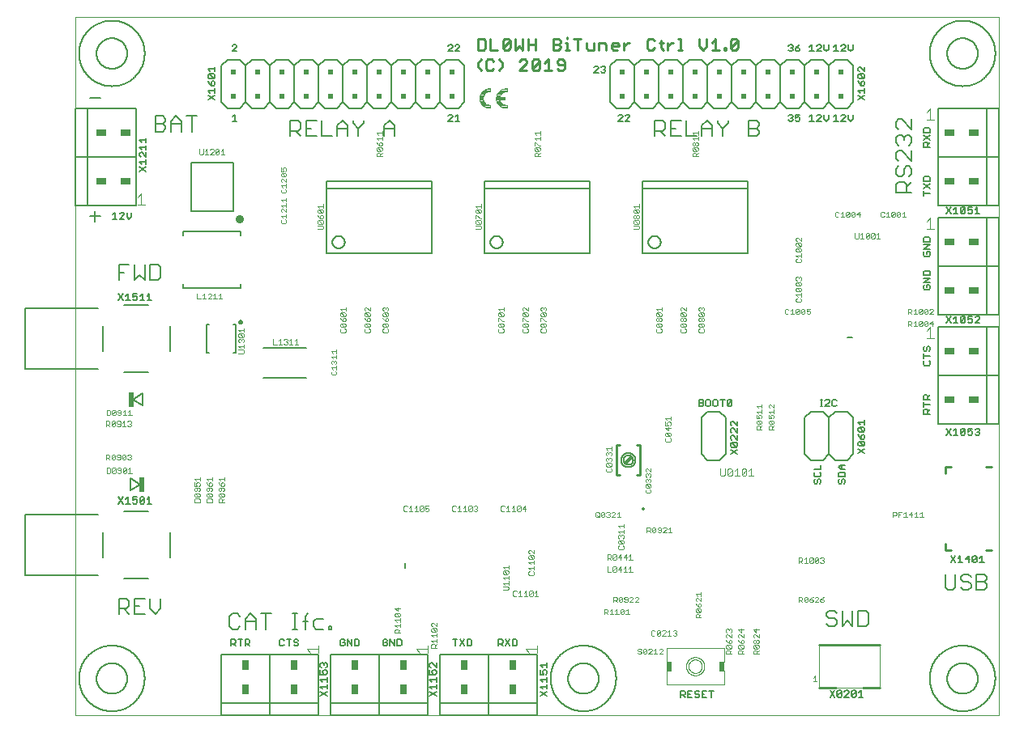
<source format=gto>
G75*
%MOIN*%
%OFA0B0*%
%FSLAX25Y25*%
%IPPOS*%
%LPD*%
%AMOC8*
5,1,8,0,0,1.08239X$1,22.5*
%
%ADD10C,0.00000*%
%ADD11C,0.01100*%
%ADD12C,0.00394*%
%ADD13C,0.00500*%
%ADD14C,0.00600*%
%ADD15C,0.00320*%
%ADD16C,0.01000*%
%ADD17C,0.00200*%
%ADD18C,0.01378*%
%ADD19R,0.01575X0.03937*%
%ADD20C,0.00400*%
%ADD21R,0.01969X0.03937*%
%ADD22C,0.00800*%
%ADD23C,0.03482*%
%ADD24R,0.04000X0.03000*%
%ADD25C,0.00300*%
%ADD26R,0.03000X0.04000*%
%ADD27R,0.02000X0.02000*%
%ADD28C,0.00984*%
%ADD29R,0.02400X0.06200*%
D10*
X0025625Y0086626D02*
X0025625Y0374126D01*
X0405625Y0374126D01*
X0405625Y0086626D01*
X0025625Y0086626D01*
D11*
X0192676Y0352176D02*
X0191175Y0353678D01*
X0191175Y0355179D01*
X0192676Y0356680D01*
X0194613Y0355930D02*
X0195363Y0356680D01*
X0196865Y0356680D01*
X0197615Y0355930D01*
X0199769Y0356680D02*
X0201270Y0355179D01*
X0201270Y0353678D01*
X0199769Y0352176D01*
X0197615Y0352927D02*
X0196865Y0352176D01*
X0195363Y0352176D01*
X0194613Y0352927D01*
X0194613Y0355930D01*
X0193427Y0360576D02*
X0191175Y0360576D01*
X0191175Y0365080D01*
X0193427Y0365080D01*
X0194178Y0364330D01*
X0194178Y0361327D01*
X0193427Y0360576D01*
X0196331Y0360576D02*
X0199334Y0360576D01*
X0201488Y0361327D02*
X0204490Y0364330D01*
X0204490Y0361327D01*
X0203740Y0360576D01*
X0202238Y0360576D01*
X0201488Y0361327D01*
X0201488Y0364330D01*
X0202238Y0365080D01*
X0203740Y0365080D01*
X0204490Y0364330D01*
X0206644Y0365080D02*
X0206644Y0360576D01*
X0208145Y0362078D01*
X0209647Y0360576D01*
X0209647Y0365080D01*
X0211801Y0365080D02*
X0211801Y0360576D01*
X0211801Y0362828D02*
X0214803Y0362828D01*
X0214803Y0365080D02*
X0214803Y0360576D01*
X0214270Y0356680D02*
X0215771Y0356680D01*
X0216522Y0355930D01*
X0213519Y0352927D01*
X0214270Y0352176D01*
X0215771Y0352176D01*
X0216522Y0352927D01*
X0216522Y0355930D01*
X0218676Y0355179D02*
X0220177Y0356680D01*
X0220177Y0352176D01*
X0218676Y0352176D02*
X0221678Y0352176D01*
X0223832Y0352927D02*
X0224583Y0352176D01*
X0226084Y0352176D01*
X0226835Y0352927D01*
X0226835Y0355930D01*
X0226084Y0356680D01*
X0224583Y0356680D01*
X0223832Y0355930D01*
X0223832Y0355179D01*
X0224583Y0354428D01*
X0226835Y0354428D01*
X0227270Y0360576D02*
X0228771Y0360576D01*
X0228020Y0360576D02*
X0228020Y0363579D01*
X0227270Y0363579D01*
X0228020Y0365080D02*
X0228020Y0365831D01*
X0230707Y0365080D02*
X0233710Y0365080D01*
X0232209Y0365080D02*
X0232209Y0360576D01*
X0235864Y0361327D02*
X0236614Y0360576D01*
X0238866Y0360576D01*
X0238866Y0363579D01*
X0241020Y0363579D02*
X0243272Y0363579D01*
X0244023Y0362828D01*
X0244023Y0360576D01*
X0246177Y0361327D02*
X0246177Y0362828D01*
X0246927Y0363579D01*
X0248428Y0363579D01*
X0249179Y0362828D01*
X0249179Y0362078D01*
X0246177Y0362078D01*
X0246177Y0361327D02*
X0246927Y0360576D01*
X0248428Y0360576D01*
X0251333Y0360576D02*
X0251333Y0363579D01*
X0252834Y0363579D02*
X0253585Y0363579D01*
X0252834Y0363579D02*
X0251333Y0362078D01*
X0260786Y0361327D02*
X0260786Y0364330D01*
X0261537Y0365080D01*
X0263038Y0365080D01*
X0263789Y0364330D01*
X0265943Y0363579D02*
X0267444Y0363579D01*
X0266693Y0364330D02*
X0266693Y0361327D01*
X0267444Y0360576D01*
X0269380Y0360576D02*
X0269380Y0363579D01*
X0269380Y0362078D02*
X0270882Y0363579D01*
X0271632Y0363579D01*
X0273677Y0365080D02*
X0274428Y0365080D01*
X0274428Y0360576D01*
X0273677Y0360576D02*
X0275179Y0360576D01*
X0282271Y0362078D02*
X0283773Y0360576D01*
X0285274Y0362078D01*
X0285274Y0365080D01*
X0287428Y0363579D02*
X0288929Y0365080D01*
X0288929Y0360576D01*
X0287428Y0360576D02*
X0290430Y0360576D01*
X0292584Y0360576D02*
X0293335Y0360576D01*
X0293335Y0361327D01*
X0292584Y0361327D01*
X0292584Y0360576D01*
X0295162Y0361327D02*
X0298165Y0364330D01*
X0298165Y0361327D01*
X0297414Y0360576D01*
X0295913Y0360576D01*
X0295162Y0361327D01*
X0295162Y0364330D01*
X0295913Y0365080D01*
X0297414Y0365080D01*
X0298165Y0364330D01*
X0282271Y0365080D02*
X0282271Y0362078D01*
X0263789Y0361327D02*
X0263038Y0360576D01*
X0261537Y0360576D01*
X0260786Y0361327D01*
X0241020Y0360576D02*
X0241020Y0363579D01*
X0235864Y0363579D02*
X0235864Y0361327D01*
X0225116Y0361327D02*
X0224365Y0360576D01*
X0222113Y0360576D01*
X0222113Y0365080D01*
X0224365Y0365080D01*
X0225116Y0364330D01*
X0225116Y0363579D01*
X0224365Y0362828D01*
X0222113Y0362828D01*
X0224365Y0362828D02*
X0225116Y0362078D01*
X0225116Y0361327D01*
X0214270Y0356680D02*
X0213519Y0355930D01*
X0213519Y0352927D01*
X0211366Y0352176D02*
X0208363Y0352176D01*
X0211366Y0355179D01*
X0211366Y0355930D01*
X0210615Y0356680D01*
X0209114Y0356680D01*
X0208363Y0355930D01*
X0196331Y0360576D02*
X0196331Y0365080D01*
D12*
X0195620Y0344644D02*
X0194885Y0344520D01*
X0194187Y0344261D01*
X0193549Y0343877D01*
X0192993Y0343382D01*
X0192539Y0342791D01*
X0192204Y0342126D01*
X0191997Y0341410D01*
X0191928Y0340669D01*
X0191997Y0339927D01*
X0192204Y0339212D01*
X0192539Y0338547D01*
X0192993Y0337956D01*
X0193549Y0337461D01*
X0194187Y0337077D01*
X0194885Y0336818D01*
X0195620Y0336694D01*
X0196364Y0336709D01*
X0196364Y0337949D01*
X0195775Y0337925D01*
X0195194Y0338027D01*
X0194648Y0338251D01*
X0194163Y0338586D01*
X0193760Y0339016D01*
X0193458Y0339523D01*
X0193271Y0340083D01*
X0193208Y0340669D01*
X0193271Y0341255D01*
X0193458Y0341815D01*
X0193760Y0342322D01*
X0194163Y0342752D01*
X0194648Y0343087D01*
X0195194Y0343311D01*
X0195775Y0343413D01*
X0196364Y0343389D01*
X0196364Y0344629D01*
X0195620Y0344644D01*
X0196364Y0344310D02*
X0194318Y0344310D01*
X0193616Y0343918D02*
X0196364Y0343918D01*
X0196364Y0343525D02*
X0193154Y0343525D01*
X0192802Y0343133D02*
X0194760Y0343133D01*
X0194152Y0342741D02*
X0192514Y0342741D01*
X0192316Y0342349D02*
X0193785Y0342349D01*
X0193542Y0341957D02*
X0192155Y0341957D01*
X0192042Y0341564D02*
X0193374Y0341564D01*
X0193262Y0341172D02*
X0191975Y0341172D01*
X0191938Y0340780D02*
X0193220Y0340780D01*
X0193238Y0340388D02*
X0191954Y0340388D01*
X0191991Y0339995D02*
X0193300Y0339995D01*
X0193431Y0339603D02*
X0192091Y0339603D01*
X0192204Y0339211D02*
X0193644Y0339211D01*
X0193944Y0338819D02*
X0192402Y0338819D01*
X0192632Y0338427D02*
X0194393Y0338427D01*
X0195176Y0338034D02*
X0192933Y0338034D01*
X0193345Y0337642D02*
X0196364Y0337642D01*
X0196364Y0337250D02*
X0193899Y0337250D01*
X0194778Y0336858D02*
X0196364Y0336858D01*
X0199279Y0338564D02*
X0199732Y0337963D01*
X0200288Y0337457D01*
X0200929Y0337062D01*
X0201632Y0336794D01*
X0202372Y0336662D01*
X0203124Y0336669D01*
X0203124Y0337869D01*
X0202537Y0337873D01*
X0201961Y0337994D01*
X0201421Y0338226D01*
X0200938Y0338561D01*
X0200531Y0338984D01*
X0200215Y0339480D01*
X0200004Y0340029D01*
X0202324Y0340029D01*
X0202324Y0341269D01*
X0200084Y0341269D01*
X0200236Y0341766D01*
X0200481Y0342224D01*
X0200812Y0342626D01*
X0201214Y0342955D01*
X0201672Y0343200D01*
X0202170Y0343350D01*
X0202687Y0343400D01*
X0203204Y0343349D01*
X0203204Y0344669D01*
X0202452Y0344691D01*
X0201709Y0344574D01*
X0201001Y0344320D01*
X0200353Y0343938D01*
X0199786Y0343443D01*
X0199322Y0342851D01*
X0198976Y0342183D01*
X0198761Y0341462D01*
X0198683Y0340714D01*
X0198746Y0339964D01*
X0198947Y0339239D01*
X0199279Y0338564D01*
X0199383Y0338427D02*
X0201131Y0338427D01*
X0200690Y0338819D02*
X0199154Y0338819D01*
X0198961Y0339211D02*
X0200386Y0339211D01*
X0200168Y0339603D02*
X0198846Y0339603D01*
X0198743Y0339995D02*
X0200017Y0339995D01*
X0198710Y0340388D02*
X0202324Y0340388D01*
X0202324Y0340780D02*
X0198690Y0340780D01*
X0198730Y0341172D02*
X0202324Y0341172D01*
X0200952Y0342741D02*
X0199265Y0342741D01*
X0199062Y0342349D02*
X0200584Y0342349D01*
X0200338Y0341957D02*
X0198909Y0341957D01*
X0198791Y0341564D02*
X0200174Y0341564D01*
X0199544Y0343133D02*
X0201548Y0343133D01*
X0200985Y0344310D02*
X0203204Y0344310D01*
X0203204Y0343918D02*
X0200329Y0343918D01*
X0199881Y0343525D02*
X0203204Y0343525D01*
X0201867Y0338034D02*
X0199678Y0338034D01*
X0200084Y0337642D02*
X0203124Y0337642D01*
X0203124Y0337250D02*
X0200624Y0337250D01*
X0201465Y0336858D02*
X0203124Y0336858D01*
D13*
X0183748Y0331251D02*
X0181947Y0331251D01*
X0182847Y0331251D02*
X0182847Y0333954D01*
X0181947Y0333053D01*
X0180802Y0333053D02*
X0180802Y0333503D01*
X0180351Y0333954D01*
X0179450Y0333954D01*
X0179000Y0333503D01*
X0180802Y0333053D02*
X0179000Y0331251D01*
X0180802Y0331251D01*
X0180802Y0360001D02*
X0179000Y0360001D01*
X0180802Y0361803D01*
X0180802Y0362253D01*
X0180351Y0362704D01*
X0179450Y0362704D01*
X0179000Y0362253D01*
X0181947Y0362253D02*
X0182397Y0362704D01*
X0183298Y0362704D01*
X0183748Y0362253D01*
X0183748Y0361803D01*
X0181947Y0360001D01*
X0183748Y0360001D01*
X0239000Y0353503D02*
X0239450Y0353954D01*
X0240351Y0353954D01*
X0240802Y0353503D01*
X0240802Y0353053D01*
X0239000Y0351251D01*
X0240802Y0351251D01*
X0241947Y0351702D02*
X0242397Y0351251D01*
X0243298Y0351251D01*
X0243748Y0351702D01*
X0243748Y0352152D01*
X0243298Y0352603D01*
X0242847Y0352603D01*
X0243298Y0352603D02*
X0243748Y0353053D01*
X0243748Y0353503D01*
X0243298Y0353954D01*
X0242397Y0353954D01*
X0241947Y0353503D01*
X0249450Y0333954D02*
X0249000Y0333503D01*
X0249450Y0333954D02*
X0250351Y0333954D01*
X0250802Y0333503D01*
X0250802Y0333053D01*
X0249000Y0331251D01*
X0250802Y0331251D01*
X0251947Y0331251D02*
X0253748Y0333053D01*
X0253748Y0333503D01*
X0253298Y0333954D01*
X0252397Y0333954D01*
X0251947Y0333503D01*
X0251947Y0331251D02*
X0253748Y0331251D01*
X0261334Y0281390D02*
X0261336Y0281491D01*
X0261342Y0281592D01*
X0261352Y0281693D01*
X0261366Y0281793D01*
X0261384Y0281892D01*
X0261406Y0281991D01*
X0261431Y0282089D01*
X0261461Y0282186D01*
X0261494Y0282281D01*
X0261531Y0282375D01*
X0261572Y0282468D01*
X0261616Y0282559D01*
X0261664Y0282648D01*
X0261716Y0282735D01*
X0261771Y0282820D01*
X0261829Y0282902D01*
X0261890Y0282983D01*
X0261955Y0283061D01*
X0262022Y0283136D01*
X0262092Y0283208D01*
X0262166Y0283278D01*
X0262242Y0283345D01*
X0262320Y0283409D01*
X0262401Y0283469D01*
X0262484Y0283526D01*
X0262570Y0283580D01*
X0262658Y0283631D01*
X0262747Y0283678D01*
X0262838Y0283722D01*
X0262931Y0283761D01*
X0263026Y0283798D01*
X0263121Y0283830D01*
X0263218Y0283859D01*
X0263317Y0283883D01*
X0263415Y0283904D01*
X0263515Y0283921D01*
X0263615Y0283934D01*
X0263716Y0283943D01*
X0263817Y0283948D01*
X0263918Y0283949D01*
X0264019Y0283946D01*
X0264120Y0283939D01*
X0264221Y0283928D01*
X0264321Y0283913D01*
X0264420Y0283894D01*
X0264519Y0283871D01*
X0264616Y0283845D01*
X0264713Y0283814D01*
X0264808Y0283780D01*
X0264901Y0283742D01*
X0264994Y0283700D01*
X0265084Y0283655D01*
X0265173Y0283606D01*
X0265259Y0283554D01*
X0265343Y0283498D01*
X0265426Y0283439D01*
X0265505Y0283377D01*
X0265583Y0283312D01*
X0265657Y0283244D01*
X0265729Y0283172D01*
X0265798Y0283099D01*
X0265864Y0283022D01*
X0265927Y0282943D01*
X0265987Y0282861D01*
X0266043Y0282777D01*
X0266096Y0282691D01*
X0266146Y0282603D01*
X0266192Y0282513D01*
X0266235Y0282422D01*
X0266274Y0282328D01*
X0266309Y0282233D01*
X0266340Y0282137D01*
X0266368Y0282040D01*
X0266392Y0281942D01*
X0266412Y0281843D01*
X0266428Y0281743D01*
X0266440Y0281642D01*
X0266448Y0281542D01*
X0266452Y0281441D01*
X0266452Y0281339D01*
X0266448Y0281238D01*
X0266440Y0281138D01*
X0266428Y0281037D01*
X0266412Y0280937D01*
X0266392Y0280838D01*
X0266368Y0280740D01*
X0266340Y0280643D01*
X0266309Y0280547D01*
X0266274Y0280452D01*
X0266235Y0280358D01*
X0266192Y0280267D01*
X0266146Y0280177D01*
X0266096Y0280089D01*
X0266043Y0280003D01*
X0265987Y0279919D01*
X0265927Y0279837D01*
X0265864Y0279758D01*
X0265798Y0279681D01*
X0265729Y0279608D01*
X0265657Y0279536D01*
X0265583Y0279468D01*
X0265505Y0279403D01*
X0265426Y0279341D01*
X0265343Y0279282D01*
X0265259Y0279226D01*
X0265172Y0279174D01*
X0265084Y0279125D01*
X0264994Y0279080D01*
X0264901Y0279038D01*
X0264808Y0279000D01*
X0264713Y0278966D01*
X0264616Y0278935D01*
X0264519Y0278909D01*
X0264420Y0278886D01*
X0264321Y0278867D01*
X0264221Y0278852D01*
X0264120Y0278841D01*
X0264019Y0278834D01*
X0263918Y0278831D01*
X0263817Y0278832D01*
X0263716Y0278837D01*
X0263615Y0278846D01*
X0263515Y0278859D01*
X0263415Y0278876D01*
X0263317Y0278897D01*
X0263218Y0278921D01*
X0263121Y0278950D01*
X0263026Y0278982D01*
X0262931Y0279019D01*
X0262838Y0279058D01*
X0262747Y0279102D01*
X0262658Y0279149D01*
X0262570Y0279200D01*
X0262484Y0279254D01*
X0262401Y0279311D01*
X0262320Y0279371D01*
X0262242Y0279435D01*
X0262166Y0279502D01*
X0262092Y0279572D01*
X0262022Y0279644D01*
X0261955Y0279719D01*
X0261890Y0279797D01*
X0261829Y0279878D01*
X0261771Y0279960D01*
X0261716Y0280045D01*
X0261664Y0280132D01*
X0261616Y0280221D01*
X0261572Y0280312D01*
X0261531Y0280405D01*
X0261494Y0280499D01*
X0261461Y0280594D01*
X0261431Y0280691D01*
X0261406Y0280789D01*
X0261384Y0280888D01*
X0261366Y0280987D01*
X0261352Y0281087D01*
X0261342Y0281188D01*
X0261336Y0281289D01*
X0261334Y0281390D01*
X0196334Y0281390D02*
X0196336Y0281491D01*
X0196342Y0281592D01*
X0196352Y0281693D01*
X0196366Y0281793D01*
X0196384Y0281892D01*
X0196406Y0281991D01*
X0196431Y0282089D01*
X0196461Y0282186D01*
X0196494Y0282281D01*
X0196531Y0282375D01*
X0196572Y0282468D01*
X0196616Y0282559D01*
X0196664Y0282648D01*
X0196716Y0282735D01*
X0196771Y0282820D01*
X0196829Y0282902D01*
X0196890Y0282983D01*
X0196955Y0283061D01*
X0197022Y0283136D01*
X0197092Y0283208D01*
X0197166Y0283278D01*
X0197242Y0283345D01*
X0197320Y0283409D01*
X0197401Y0283469D01*
X0197484Y0283526D01*
X0197570Y0283580D01*
X0197658Y0283631D01*
X0197747Y0283678D01*
X0197838Y0283722D01*
X0197931Y0283761D01*
X0198026Y0283798D01*
X0198121Y0283830D01*
X0198218Y0283859D01*
X0198317Y0283883D01*
X0198415Y0283904D01*
X0198515Y0283921D01*
X0198615Y0283934D01*
X0198716Y0283943D01*
X0198817Y0283948D01*
X0198918Y0283949D01*
X0199019Y0283946D01*
X0199120Y0283939D01*
X0199221Y0283928D01*
X0199321Y0283913D01*
X0199420Y0283894D01*
X0199519Y0283871D01*
X0199616Y0283845D01*
X0199713Y0283814D01*
X0199808Y0283780D01*
X0199901Y0283742D01*
X0199994Y0283700D01*
X0200084Y0283655D01*
X0200173Y0283606D01*
X0200259Y0283554D01*
X0200343Y0283498D01*
X0200426Y0283439D01*
X0200505Y0283377D01*
X0200583Y0283312D01*
X0200657Y0283244D01*
X0200729Y0283172D01*
X0200798Y0283099D01*
X0200864Y0283022D01*
X0200927Y0282943D01*
X0200987Y0282861D01*
X0201043Y0282777D01*
X0201096Y0282691D01*
X0201146Y0282603D01*
X0201192Y0282513D01*
X0201235Y0282422D01*
X0201274Y0282328D01*
X0201309Y0282233D01*
X0201340Y0282137D01*
X0201368Y0282040D01*
X0201392Y0281942D01*
X0201412Y0281843D01*
X0201428Y0281743D01*
X0201440Y0281642D01*
X0201448Y0281542D01*
X0201452Y0281441D01*
X0201452Y0281339D01*
X0201448Y0281238D01*
X0201440Y0281138D01*
X0201428Y0281037D01*
X0201412Y0280937D01*
X0201392Y0280838D01*
X0201368Y0280740D01*
X0201340Y0280643D01*
X0201309Y0280547D01*
X0201274Y0280452D01*
X0201235Y0280358D01*
X0201192Y0280267D01*
X0201146Y0280177D01*
X0201096Y0280089D01*
X0201043Y0280003D01*
X0200987Y0279919D01*
X0200927Y0279837D01*
X0200864Y0279758D01*
X0200798Y0279681D01*
X0200729Y0279608D01*
X0200657Y0279536D01*
X0200583Y0279468D01*
X0200505Y0279403D01*
X0200426Y0279341D01*
X0200343Y0279282D01*
X0200259Y0279226D01*
X0200172Y0279174D01*
X0200084Y0279125D01*
X0199994Y0279080D01*
X0199901Y0279038D01*
X0199808Y0279000D01*
X0199713Y0278966D01*
X0199616Y0278935D01*
X0199519Y0278909D01*
X0199420Y0278886D01*
X0199321Y0278867D01*
X0199221Y0278852D01*
X0199120Y0278841D01*
X0199019Y0278834D01*
X0198918Y0278831D01*
X0198817Y0278832D01*
X0198716Y0278837D01*
X0198615Y0278846D01*
X0198515Y0278859D01*
X0198415Y0278876D01*
X0198317Y0278897D01*
X0198218Y0278921D01*
X0198121Y0278950D01*
X0198026Y0278982D01*
X0197931Y0279019D01*
X0197838Y0279058D01*
X0197747Y0279102D01*
X0197658Y0279149D01*
X0197570Y0279200D01*
X0197484Y0279254D01*
X0197401Y0279311D01*
X0197320Y0279371D01*
X0197242Y0279435D01*
X0197166Y0279502D01*
X0197092Y0279572D01*
X0197022Y0279644D01*
X0196955Y0279719D01*
X0196890Y0279797D01*
X0196829Y0279878D01*
X0196771Y0279960D01*
X0196716Y0280045D01*
X0196664Y0280132D01*
X0196616Y0280221D01*
X0196572Y0280312D01*
X0196531Y0280405D01*
X0196494Y0280499D01*
X0196461Y0280594D01*
X0196431Y0280691D01*
X0196406Y0280789D01*
X0196384Y0280888D01*
X0196366Y0280987D01*
X0196352Y0281087D01*
X0196342Y0281188D01*
X0196336Y0281289D01*
X0196334Y0281390D01*
X0131334Y0281390D02*
X0131336Y0281491D01*
X0131342Y0281592D01*
X0131352Y0281693D01*
X0131366Y0281793D01*
X0131384Y0281892D01*
X0131406Y0281991D01*
X0131431Y0282089D01*
X0131461Y0282186D01*
X0131494Y0282281D01*
X0131531Y0282375D01*
X0131572Y0282468D01*
X0131616Y0282559D01*
X0131664Y0282648D01*
X0131716Y0282735D01*
X0131771Y0282820D01*
X0131829Y0282902D01*
X0131890Y0282983D01*
X0131955Y0283061D01*
X0132022Y0283136D01*
X0132092Y0283208D01*
X0132166Y0283278D01*
X0132242Y0283345D01*
X0132320Y0283409D01*
X0132401Y0283469D01*
X0132484Y0283526D01*
X0132570Y0283580D01*
X0132658Y0283631D01*
X0132747Y0283678D01*
X0132838Y0283722D01*
X0132931Y0283761D01*
X0133026Y0283798D01*
X0133121Y0283830D01*
X0133218Y0283859D01*
X0133317Y0283883D01*
X0133415Y0283904D01*
X0133515Y0283921D01*
X0133615Y0283934D01*
X0133716Y0283943D01*
X0133817Y0283948D01*
X0133918Y0283949D01*
X0134019Y0283946D01*
X0134120Y0283939D01*
X0134221Y0283928D01*
X0134321Y0283913D01*
X0134420Y0283894D01*
X0134519Y0283871D01*
X0134616Y0283845D01*
X0134713Y0283814D01*
X0134808Y0283780D01*
X0134901Y0283742D01*
X0134994Y0283700D01*
X0135084Y0283655D01*
X0135173Y0283606D01*
X0135259Y0283554D01*
X0135343Y0283498D01*
X0135426Y0283439D01*
X0135505Y0283377D01*
X0135583Y0283312D01*
X0135657Y0283244D01*
X0135729Y0283172D01*
X0135798Y0283099D01*
X0135864Y0283022D01*
X0135927Y0282943D01*
X0135987Y0282861D01*
X0136043Y0282777D01*
X0136096Y0282691D01*
X0136146Y0282603D01*
X0136192Y0282513D01*
X0136235Y0282422D01*
X0136274Y0282328D01*
X0136309Y0282233D01*
X0136340Y0282137D01*
X0136368Y0282040D01*
X0136392Y0281942D01*
X0136412Y0281843D01*
X0136428Y0281743D01*
X0136440Y0281642D01*
X0136448Y0281542D01*
X0136452Y0281441D01*
X0136452Y0281339D01*
X0136448Y0281238D01*
X0136440Y0281138D01*
X0136428Y0281037D01*
X0136412Y0280937D01*
X0136392Y0280838D01*
X0136368Y0280740D01*
X0136340Y0280643D01*
X0136309Y0280547D01*
X0136274Y0280452D01*
X0136235Y0280358D01*
X0136192Y0280267D01*
X0136146Y0280177D01*
X0136096Y0280089D01*
X0136043Y0280003D01*
X0135987Y0279919D01*
X0135927Y0279837D01*
X0135864Y0279758D01*
X0135798Y0279681D01*
X0135729Y0279608D01*
X0135657Y0279536D01*
X0135583Y0279468D01*
X0135505Y0279403D01*
X0135426Y0279341D01*
X0135343Y0279282D01*
X0135259Y0279226D01*
X0135172Y0279174D01*
X0135084Y0279125D01*
X0134994Y0279080D01*
X0134901Y0279038D01*
X0134808Y0279000D01*
X0134713Y0278966D01*
X0134616Y0278935D01*
X0134519Y0278909D01*
X0134420Y0278886D01*
X0134321Y0278867D01*
X0134221Y0278852D01*
X0134120Y0278841D01*
X0134019Y0278834D01*
X0133918Y0278831D01*
X0133817Y0278832D01*
X0133716Y0278837D01*
X0133615Y0278846D01*
X0133515Y0278859D01*
X0133415Y0278876D01*
X0133317Y0278897D01*
X0133218Y0278921D01*
X0133121Y0278950D01*
X0133026Y0278982D01*
X0132931Y0279019D01*
X0132838Y0279058D01*
X0132747Y0279102D01*
X0132658Y0279149D01*
X0132570Y0279200D01*
X0132484Y0279254D01*
X0132401Y0279311D01*
X0132320Y0279371D01*
X0132242Y0279435D01*
X0132166Y0279502D01*
X0132092Y0279572D01*
X0132022Y0279644D01*
X0131955Y0279719D01*
X0131890Y0279797D01*
X0131829Y0279878D01*
X0131771Y0279960D01*
X0131716Y0280045D01*
X0131664Y0280132D01*
X0131616Y0280221D01*
X0131572Y0280312D01*
X0131531Y0280405D01*
X0131494Y0280499D01*
X0131461Y0280594D01*
X0131431Y0280691D01*
X0131406Y0280789D01*
X0131384Y0280888D01*
X0131366Y0280987D01*
X0131352Y0281087D01*
X0131342Y0281188D01*
X0131336Y0281289D01*
X0131334Y0281390D01*
X0093686Y0283969D02*
X0093686Y0285937D01*
X0070064Y0285937D01*
X0070064Y0283969D01*
X0070064Y0264284D02*
X0070064Y0262315D01*
X0093686Y0262315D01*
X0093686Y0264284D01*
X0091531Y0247532D02*
X0090546Y0247532D01*
X0091531Y0247532D02*
X0091531Y0235721D01*
X0090546Y0235721D01*
X0080704Y0235721D02*
X0079719Y0235721D01*
X0079719Y0247532D01*
X0080704Y0247532D01*
X0103017Y0237926D02*
X0120733Y0237926D01*
X0120733Y0225327D02*
X0103017Y0225327D01*
X0056963Y0257376D02*
X0055161Y0257376D01*
X0056062Y0257376D02*
X0056062Y0260079D01*
X0055161Y0259178D01*
X0054016Y0257376D02*
X0052215Y0257376D01*
X0053115Y0257376D02*
X0053115Y0260079D01*
X0052215Y0259178D01*
X0051070Y0258728D02*
X0051070Y0257827D01*
X0050619Y0257376D01*
X0049718Y0257376D01*
X0049268Y0257827D01*
X0049268Y0258728D02*
X0050169Y0259178D01*
X0050619Y0259178D01*
X0051070Y0258728D01*
X0051070Y0260079D02*
X0049268Y0260079D01*
X0049268Y0258728D01*
X0048123Y0257376D02*
X0046322Y0257376D01*
X0047222Y0257376D02*
X0047222Y0260079D01*
X0046322Y0259178D01*
X0045177Y0260079D02*
X0043375Y0257376D01*
X0045177Y0257376D02*
X0043375Y0260079D01*
X0043822Y0290876D02*
X0045623Y0292678D01*
X0045623Y0293128D01*
X0045173Y0293579D01*
X0044272Y0293579D01*
X0043822Y0293128D01*
X0041776Y0293579D02*
X0041776Y0290876D01*
X0040875Y0290876D02*
X0042677Y0290876D01*
X0043822Y0290876D02*
X0045623Y0290876D01*
X0046768Y0291777D02*
X0047669Y0290876D01*
X0048570Y0291777D01*
X0048570Y0293579D01*
X0046768Y0293579D02*
X0046768Y0291777D01*
X0041776Y0293579D02*
X0040875Y0292678D01*
X0052048Y0310626D02*
X0054750Y0312428D01*
X0054750Y0313573D02*
X0054750Y0315375D01*
X0054750Y0314474D02*
X0052048Y0314474D01*
X0052948Y0313573D01*
X0052048Y0312428D02*
X0054750Y0310626D01*
X0054750Y0316519D02*
X0052948Y0318321D01*
X0052498Y0318321D01*
X0052048Y0317871D01*
X0052048Y0316970D01*
X0052498Y0316519D01*
X0054750Y0316519D02*
X0054750Y0318321D01*
X0054750Y0319466D02*
X0054750Y0321268D01*
X0054750Y0320367D02*
X0052048Y0320367D01*
X0052948Y0319466D01*
X0052948Y0322413D02*
X0052048Y0323313D01*
X0054750Y0323313D01*
X0054750Y0322413D02*
X0054750Y0324214D01*
X0080173Y0340001D02*
X0082875Y0341803D01*
X0082875Y0342948D02*
X0082875Y0344750D01*
X0082875Y0343849D02*
X0080173Y0343849D01*
X0081073Y0342948D01*
X0080173Y0341803D02*
X0082875Y0340001D01*
X0082425Y0345894D02*
X0082875Y0346345D01*
X0082875Y0347246D01*
X0082425Y0347696D01*
X0081974Y0347696D01*
X0081524Y0347246D01*
X0081524Y0345894D01*
X0082425Y0345894D01*
X0081524Y0345894D02*
X0080623Y0346795D01*
X0080173Y0347696D01*
X0080623Y0348841D02*
X0080173Y0349291D01*
X0080173Y0350192D01*
X0080623Y0350643D01*
X0082425Y0348841D01*
X0082875Y0349291D01*
X0082875Y0350192D01*
X0082425Y0350643D01*
X0080623Y0350643D01*
X0081073Y0351788D02*
X0080173Y0352688D01*
X0082875Y0352688D01*
X0082875Y0351788D02*
X0082875Y0353589D01*
X0082425Y0348841D02*
X0080623Y0348841D01*
X0090250Y0360001D02*
X0092052Y0361803D01*
X0092052Y0362253D01*
X0091601Y0362704D01*
X0090700Y0362704D01*
X0090250Y0362253D01*
X0090250Y0360001D02*
X0092052Y0360001D01*
X0091151Y0333954D02*
X0091151Y0331251D01*
X0090250Y0331251D02*
X0092052Y0331251D01*
X0090250Y0333053D02*
X0091151Y0333954D01*
X0250172Y0191626D02*
X0250174Y0191734D01*
X0250180Y0191843D01*
X0250190Y0191951D01*
X0250204Y0192058D01*
X0250222Y0192165D01*
X0250243Y0192272D01*
X0250269Y0192377D01*
X0250299Y0192482D01*
X0250332Y0192585D01*
X0250369Y0192687D01*
X0250410Y0192787D01*
X0250454Y0192886D01*
X0250503Y0192984D01*
X0250554Y0193079D01*
X0250609Y0193172D01*
X0250668Y0193264D01*
X0250730Y0193353D01*
X0250795Y0193440D01*
X0250863Y0193524D01*
X0250934Y0193606D01*
X0251008Y0193685D01*
X0251085Y0193761D01*
X0251165Y0193835D01*
X0251248Y0193905D01*
X0251333Y0193973D01*
X0251420Y0194037D01*
X0251510Y0194098D01*
X0251602Y0194156D01*
X0251696Y0194210D01*
X0251792Y0194261D01*
X0251889Y0194308D01*
X0251989Y0194352D01*
X0252090Y0194392D01*
X0252192Y0194428D01*
X0252295Y0194460D01*
X0252400Y0194489D01*
X0252506Y0194513D01*
X0252612Y0194534D01*
X0252719Y0194551D01*
X0252827Y0194564D01*
X0252935Y0194573D01*
X0253044Y0194578D01*
X0253152Y0194579D01*
X0253261Y0194576D01*
X0253369Y0194569D01*
X0253477Y0194558D01*
X0253584Y0194543D01*
X0253691Y0194524D01*
X0253797Y0194501D01*
X0253902Y0194475D01*
X0254007Y0194444D01*
X0254109Y0194410D01*
X0254211Y0194372D01*
X0254311Y0194330D01*
X0254410Y0194285D01*
X0254507Y0194236D01*
X0254601Y0194183D01*
X0254694Y0194127D01*
X0254785Y0194068D01*
X0254874Y0194005D01*
X0254960Y0193940D01*
X0255044Y0193871D01*
X0255125Y0193799D01*
X0255203Y0193724D01*
X0255279Y0193646D01*
X0255352Y0193565D01*
X0255422Y0193482D01*
X0255488Y0193397D01*
X0255552Y0193309D01*
X0255612Y0193218D01*
X0255669Y0193126D01*
X0255722Y0193031D01*
X0255772Y0192935D01*
X0255818Y0192837D01*
X0255861Y0192737D01*
X0255900Y0192636D01*
X0255935Y0192533D01*
X0255967Y0192430D01*
X0255994Y0192325D01*
X0256018Y0192219D01*
X0256038Y0192112D01*
X0256054Y0192005D01*
X0256066Y0191897D01*
X0256074Y0191789D01*
X0256078Y0191680D01*
X0256078Y0191572D01*
X0256074Y0191463D01*
X0256066Y0191355D01*
X0256054Y0191247D01*
X0256038Y0191140D01*
X0256018Y0191033D01*
X0255994Y0190927D01*
X0255967Y0190822D01*
X0255935Y0190719D01*
X0255900Y0190616D01*
X0255861Y0190515D01*
X0255818Y0190415D01*
X0255772Y0190317D01*
X0255722Y0190221D01*
X0255669Y0190126D01*
X0255612Y0190034D01*
X0255552Y0189943D01*
X0255488Y0189855D01*
X0255422Y0189770D01*
X0255352Y0189687D01*
X0255279Y0189606D01*
X0255203Y0189528D01*
X0255125Y0189453D01*
X0255044Y0189381D01*
X0254960Y0189312D01*
X0254874Y0189247D01*
X0254785Y0189184D01*
X0254694Y0189125D01*
X0254602Y0189069D01*
X0254507Y0189016D01*
X0254410Y0188967D01*
X0254311Y0188922D01*
X0254211Y0188880D01*
X0254109Y0188842D01*
X0254007Y0188808D01*
X0253902Y0188777D01*
X0253797Y0188751D01*
X0253691Y0188728D01*
X0253584Y0188709D01*
X0253477Y0188694D01*
X0253369Y0188683D01*
X0253261Y0188676D01*
X0253152Y0188673D01*
X0253044Y0188674D01*
X0252935Y0188679D01*
X0252827Y0188688D01*
X0252719Y0188701D01*
X0252612Y0188718D01*
X0252506Y0188739D01*
X0252400Y0188763D01*
X0252295Y0188792D01*
X0252192Y0188824D01*
X0252090Y0188860D01*
X0251989Y0188900D01*
X0251889Y0188944D01*
X0251792Y0188991D01*
X0251696Y0189042D01*
X0251602Y0189096D01*
X0251510Y0189154D01*
X0251420Y0189215D01*
X0251333Y0189279D01*
X0251248Y0189347D01*
X0251165Y0189417D01*
X0251085Y0189491D01*
X0251008Y0189567D01*
X0250934Y0189646D01*
X0250863Y0189728D01*
X0250795Y0189812D01*
X0250730Y0189899D01*
X0250668Y0189988D01*
X0250609Y0190080D01*
X0250554Y0190173D01*
X0250503Y0190268D01*
X0250454Y0190366D01*
X0250410Y0190465D01*
X0250369Y0190565D01*
X0250332Y0190667D01*
X0250299Y0190770D01*
X0250269Y0190875D01*
X0250243Y0190980D01*
X0250222Y0191087D01*
X0250204Y0191194D01*
X0250190Y0191301D01*
X0250180Y0191409D01*
X0250174Y0191518D01*
X0250172Y0191626D01*
X0251156Y0191626D02*
X0251158Y0191714D01*
X0251164Y0191802D01*
X0251174Y0191890D01*
X0251188Y0191978D01*
X0251205Y0192064D01*
X0251227Y0192150D01*
X0251252Y0192234D01*
X0251282Y0192318D01*
X0251314Y0192400D01*
X0251351Y0192480D01*
X0251391Y0192559D01*
X0251435Y0192636D01*
X0251482Y0192711D01*
X0251532Y0192783D01*
X0251586Y0192854D01*
X0251642Y0192921D01*
X0251702Y0192987D01*
X0251764Y0193049D01*
X0251830Y0193109D01*
X0251897Y0193165D01*
X0251968Y0193219D01*
X0252040Y0193269D01*
X0252115Y0193316D01*
X0252192Y0193360D01*
X0252271Y0193400D01*
X0252351Y0193437D01*
X0252433Y0193469D01*
X0252517Y0193499D01*
X0252601Y0193524D01*
X0252687Y0193546D01*
X0252773Y0193563D01*
X0252861Y0193577D01*
X0252949Y0193587D01*
X0253037Y0193593D01*
X0253125Y0193595D01*
X0253213Y0193593D01*
X0253301Y0193587D01*
X0253389Y0193577D01*
X0253477Y0193563D01*
X0253563Y0193546D01*
X0253649Y0193524D01*
X0253733Y0193499D01*
X0253817Y0193469D01*
X0253899Y0193437D01*
X0253979Y0193400D01*
X0254058Y0193360D01*
X0254135Y0193316D01*
X0254210Y0193269D01*
X0254282Y0193219D01*
X0254353Y0193165D01*
X0254420Y0193109D01*
X0254486Y0193049D01*
X0254548Y0192987D01*
X0254608Y0192921D01*
X0254664Y0192854D01*
X0254718Y0192783D01*
X0254768Y0192711D01*
X0254815Y0192636D01*
X0254859Y0192559D01*
X0254899Y0192480D01*
X0254936Y0192400D01*
X0254968Y0192318D01*
X0254998Y0192234D01*
X0255023Y0192150D01*
X0255045Y0192064D01*
X0255062Y0191978D01*
X0255076Y0191890D01*
X0255086Y0191802D01*
X0255092Y0191714D01*
X0255094Y0191626D01*
X0255092Y0191538D01*
X0255086Y0191450D01*
X0255076Y0191362D01*
X0255062Y0191274D01*
X0255045Y0191188D01*
X0255023Y0191102D01*
X0254998Y0191018D01*
X0254968Y0190934D01*
X0254936Y0190852D01*
X0254899Y0190772D01*
X0254859Y0190693D01*
X0254815Y0190616D01*
X0254768Y0190541D01*
X0254718Y0190469D01*
X0254664Y0190398D01*
X0254608Y0190331D01*
X0254548Y0190265D01*
X0254486Y0190203D01*
X0254420Y0190143D01*
X0254353Y0190087D01*
X0254282Y0190033D01*
X0254210Y0189983D01*
X0254135Y0189936D01*
X0254058Y0189892D01*
X0253979Y0189852D01*
X0253899Y0189815D01*
X0253817Y0189783D01*
X0253733Y0189753D01*
X0253649Y0189728D01*
X0253563Y0189706D01*
X0253477Y0189689D01*
X0253389Y0189675D01*
X0253301Y0189665D01*
X0253213Y0189659D01*
X0253125Y0189657D01*
X0253037Y0189659D01*
X0252949Y0189665D01*
X0252861Y0189675D01*
X0252773Y0189689D01*
X0252687Y0189706D01*
X0252601Y0189728D01*
X0252517Y0189753D01*
X0252433Y0189783D01*
X0252351Y0189815D01*
X0252271Y0189852D01*
X0252192Y0189892D01*
X0252115Y0189936D01*
X0252040Y0189983D01*
X0251968Y0190033D01*
X0251897Y0190087D01*
X0251830Y0190143D01*
X0251764Y0190203D01*
X0251702Y0190265D01*
X0251642Y0190331D01*
X0251586Y0190398D01*
X0251532Y0190469D01*
X0251482Y0190541D01*
X0251435Y0190616D01*
X0251391Y0190693D01*
X0251351Y0190772D01*
X0251314Y0190852D01*
X0251282Y0190934D01*
X0251252Y0191018D01*
X0251227Y0191102D01*
X0251205Y0191188D01*
X0251188Y0191274D01*
X0251174Y0191362D01*
X0251164Y0191450D01*
X0251158Y0191538D01*
X0251156Y0191626D01*
X0282125Y0213751D02*
X0283476Y0213751D01*
X0283927Y0214202D01*
X0283927Y0214652D01*
X0283476Y0215103D01*
X0282125Y0215103D01*
X0282125Y0216454D02*
X0282125Y0213751D01*
X0283476Y0215103D02*
X0283927Y0215553D01*
X0283927Y0216003D01*
X0283476Y0216454D01*
X0282125Y0216454D01*
X0285072Y0216003D02*
X0285072Y0214202D01*
X0285522Y0213751D01*
X0286423Y0213751D01*
X0286873Y0214202D01*
X0286873Y0216003D01*
X0286423Y0216454D01*
X0285522Y0216454D01*
X0285072Y0216003D01*
X0288018Y0216003D02*
X0288018Y0214202D01*
X0288468Y0213751D01*
X0289369Y0213751D01*
X0289820Y0214202D01*
X0289820Y0216003D01*
X0289369Y0216454D01*
X0288468Y0216454D01*
X0288018Y0216003D01*
X0290965Y0216454D02*
X0292766Y0216454D01*
X0291865Y0216454D02*
X0291865Y0213751D01*
X0293911Y0214202D02*
X0295713Y0216003D01*
X0295713Y0214202D01*
X0295262Y0213751D01*
X0294361Y0213751D01*
X0293911Y0214202D01*
X0293911Y0216003D01*
X0294361Y0216454D01*
X0295262Y0216454D01*
X0295713Y0216003D01*
X0295748Y0207589D02*
X0295298Y0207139D01*
X0295298Y0206238D01*
X0295748Y0205788D01*
X0295748Y0204643D02*
X0295298Y0204192D01*
X0295298Y0203291D01*
X0295748Y0202841D01*
X0295748Y0201696D02*
X0295298Y0201246D01*
X0295298Y0200345D01*
X0295748Y0199894D01*
X0295748Y0198750D02*
X0295298Y0198299D01*
X0295298Y0197398D01*
X0295748Y0196948D01*
X0297550Y0196948D01*
X0295748Y0198750D01*
X0297550Y0198750D01*
X0298000Y0198299D01*
X0298000Y0197398D01*
X0297550Y0196948D01*
X0298000Y0195803D02*
X0295298Y0194001D01*
X0295298Y0195803D02*
X0298000Y0194001D01*
X0298000Y0199894D02*
X0296198Y0201696D01*
X0295748Y0201696D01*
X0298000Y0201696D02*
X0298000Y0199894D01*
X0298000Y0202841D02*
X0296198Y0204643D01*
X0295748Y0204643D01*
X0298000Y0204643D02*
X0298000Y0202841D01*
X0298000Y0205788D02*
X0296198Y0207589D01*
X0295748Y0207589D01*
X0298000Y0207589D02*
X0298000Y0205788D01*
X0329548Y0187769D02*
X0332250Y0187769D01*
X0332250Y0189571D01*
X0331800Y0186625D02*
X0332250Y0186174D01*
X0332250Y0185273D01*
X0331800Y0184823D01*
X0329998Y0184823D01*
X0329548Y0185273D01*
X0329548Y0186174D01*
X0329998Y0186625D01*
X0329998Y0183678D02*
X0329548Y0183228D01*
X0329548Y0182327D01*
X0329998Y0181876D01*
X0330448Y0181876D01*
X0330899Y0182327D01*
X0330899Y0183228D01*
X0331349Y0183678D01*
X0331800Y0183678D01*
X0332250Y0183228D01*
X0332250Y0182327D01*
X0331800Y0181876D01*
X0339548Y0182327D02*
X0339998Y0181876D01*
X0340448Y0181876D01*
X0340899Y0182327D01*
X0340899Y0183228D01*
X0341349Y0183678D01*
X0341800Y0183678D01*
X0342250Y0183228D01*
X0342250Y0182327D01*
X0341800Y0181876D01*
X0339548Y0182327D02*
X0339548Y0183228D01*
X0339998Y0183678D01*
X0339548Y0184823D02*
X0339548Y0186174D01*
X0339998Y0186625D01*
X0341800Y0186625D01*
X0342250Y0186174D01*
X0342250Y0184823D01*
X0339548Y0184823D01*
X0340448Y0187769D02*
X0339548Y0188670D01*
X0340448Y0189571D01*
X0342250Y0189571D01*
X0340899Y0189571D02*
X0340899Y0187769D01*
X0340448Y0187769D02*
X0342250Y0187769D01*
X0347673Y0194376D02*
X0350375Y0196178D01*
X0349925Y0197323D02*
X0348123Y0199125D01*
X0349925Y0199125D01*
X0350375Y0198674D01*
X0350375Y0197773D01*
X0349925Y0197323D01*
X0348123Y0197323D01*
X0347673Y0197773D01*
X0347673Y0198674D01*
X0348123Y0199125D01*
X0349024Y0200269D02*
X0349024Y0201621D01*
X0349474Y0202071D01*
X0349925Y0202071D01*
X0350375Y0201621D01*
X0350375Y0200720D01*
X0349925Y0200269D01*
X0349024Y0200269D01*
X0348123Y0201170D01*
X0347673Y0202071D01*
X0348123Y0203216D02*
X0347673Y0203666D01*
X0347673Y0204567D01*
X0348123Y0205018D01*
X0349925Y0203216D01*
X0350375Y0203666D01*
X0350375Y0204567D01*
X0349925Y0205018D01*
X0348123Y0205018D01*
X0348573Y0206163D02*
X0347673Y0207063D01*
X0350375Y0207063D01*
X0350375Y0206163D02*
X0350375Y0207964D01*
X0349925Y0203216D02*
X0348123Y0203216D01*
X0347673Y0196178D02*
X0350375Y0194376D01*
X0338387Y0213751D02*
X0338837Y0214202D01*
X0338387Y0213751D02*
X0337486Y0213751D01*
X0337036Y0214202D01*
X0337036Y0216003D01*
X0337486Y0216454D01*
X0338387Y0216454D01*
X0338837Y0216003D01*
X0335891Y0216003D02*
X0335440Y0216454D01*
X0334540Y0216454D01*
X0334089Y0216003D01*
X0333026Y0216454D02*
X0332125Y0216454D01*
X0332575Y0216454D02*
X0332575Y0213751D01*
X0332125Y0213751D02*
X0333026Y0213751D01*
X0334089Y0213751D02*
X0335891Y0215553D01*
X0335891Y0216003D01*
X0335891Y0213751D02*
X0334089Y0213751D01*
X0374548Y0213573D02*
X0374548Y0215375D01*
X0374548Y0214474D02*
X0377250Y0214474D01*
X0377250Y0216519D02*
X0374548Y0216519D01*
X0374548Y0217871D01*
X0374998Y0218321D01*
X0375899Y0218321D01*
X0376349Y0217871D01*
X0376349Y0216519D01*
X0376349Y0217420D02*
X0377250Y0218321D01*
X0377250Y0212428D02*
X0376349Y0211527D01*
X0376349Y0211978D02*
X0376349Y0210626D01*
X0377250Y0210626D02*
X0374548Y0210626D01*
X0374548Y0211978D01*
X0374998Y0212428D01*
X0375899Y0212428D01*
X0376349Y0211978D01*
X0384000Y0204579D02*
X0385802Y0201876D01*
X0386947Y0201876D02*
X0388748Y0201876D01*
X0387847Y0201876D02*
X0387847Y0204579D01*
X0386947Y0203678D01*
X0385802Y0204579D02*
X0384000Y0201876D01*
X0389893Y0202327D02*
X0391695Y0204128D01*
X0391695Y0202327D01*
X0391244Y0201876D01*
X0390343Y0201876D01*
X0389893Y0202327D01*
X0389893Y0204128D01*
X0390343Y0204579D01*
X0391244Y0204579D01*
X0391695Y0204128D01*
X0392840Y0204579D02*
X0392840Y0203228D01*
X0393740Y0203678D01*
X0394191Y0203678D01*
X0394641Y0203228D01*
X0394641Y0202327D01*
X0394191Y0201876D01*
X0393290Y0201876D01*
X0392840Y0202327D01*
X0392840Y0204579D02*
X0394641Y0204579D01*
X0395786Y0204128D02*
X0396236Y0204579D01*
X0397137Y0204579D01*
X0397588Y0204128D01*
X0397588Y0203678D01*
X0397137Y0203228D01*
X0397588Y0202777D01*
X0397588Y0202327D01*
X0397137Y0201876D01*
X0396236Y0201876D01*
X0395786Y0202327D01*
X0396687Y0203228D02*
X0397137Y0203228D01*
X0376800Y0230626D02*
X0377250Y0231077D01*
X0377250Y0231978D01*
X0376800Y0232428D01*
X0376800Y0230626D02*
X0374998Y0230626D01*
X0374548Y0231077D01*
X0374548Y0231978D01*
X0374998Y0232428D01*
X0374548Y0233573D02*
X0374548Y0235375D01*
X0374548Y0234474D02*
X0377250Y0234474D01*
X0376800Y0236519D02*
X0377250Y0236970D01*
X0377250Y0237871D01*
X0376800Y0238321D01*
X0376349Y0238321D01*
X0375899Y0237871D01*
X0375899Y0236970D01*
X0375448Y0236519D01*
X0374998Y0236519D01*
X0374548Y0236970D01*
X0374548Y0237871D01*
X0374998Y0238321D01*
X0384000Y0248126D02*
X0385802Y0250829D01*
X0386947Y0249928D02*
X0387847Y0250829D01*
X0387847Y0248126D01*
X0386947Y0248126D02*
X0388748Y0248126D01*
X0389893Y0248577D02*
X0391695Y0250378D01*
X0391695Y0248577D01*
X0391244Y0248126D01*
X0390343Y0248126D01*
X0389893Y0248577D01*
X0389893Y0250378D01*
X0390343Y0250829D01*
X0391244Y0250829D01*
X0391695Y0250378D01*
X0392840Y0250829D02*
X0392840Y0249478D01*
X0393740Y0249928D01*
X0394191Y0249928D01*
X0394641Y0249478D01*
X0394641Y0248577D01*
X0394191Y0248126D01*
X0393290Y0248126D01*
X0392840Y0248577D01*
X0392840Y0250829D02*
X0394641Y0250829D01*
X0395786Y0250378D02*
X0396236Y0250829D01*
X0397137Y0250829D01*
X0397588Y0250378D01*
X0397588Y0249928D01*
X0395786Y0248126D01*
X0397588Y0248126D01*
X0385802Y0248126D02*
X0384000Y0250829D01*
X0376800Y0261876D02*
X0377250Y0262327D01*
X0377250Y0263228D01*
X0376800Y0263678D01*
X0375899Y0263678D01*
X0375899Y0262777D01*
X0374998Y0261876D02*
X0376800Y0261876D01*
X0374998Y0261876D02*
X0374548Y0262327D01*
X0374548Y0263228D01*
X0374998Y0263678D01*
X0374548Y0264823D02*
X0377250Y0266625D01*
X0374548Y0266625D01*
X0374548Y0267769D02*
X0374548Y0269121D01*
X0374998Y0269571D01*
X0376800Y0269571D01*
X0377250Y0269121D01*
X0377250Y0267769D01*
X0374548Y0267769D01*
X0374548Y0264823D02*
X0377250Y0264823D01*
X0376800Y0275626D02*
X0377250Y0276077D01*
X0377250Y0276978D01*
X0376800Y0277428D01*
X0375899Y0277428D01*
X0375899Y0276527D01*
X0374998Y0275626D02*
X0376800Y0275626D01*
X0374998Y0275626D02*
X0374548Y0276077D01*
X0374548Y0276978D01*
X0374998Y0277428D01*
X0374548Y0278573D02*
X0377250Y0280375D01*
X0374548Y0280375D01*
X0374548Y0281519D02*
X0374548Y0282871D01*
X0374998Y0283321D01*
X0376800Y0283321D01*
X0377250Y0282871D01*
X0377250Y0281519D01*
X0374548Y0281519D01*
X0374548Y0278573D02*
X0377250Y0278573D01*
X0384000Y0293126D02*
X0385802Y0295829D01*
X0386947Y0294928D02*
X0387847Y0295829D01*
X0387847Y0293126D01*
X0386947Y0293126D02*
X0388748Y0293126D01*
X0389893Y0293577D02*
X0391695Y0295378D01*
X0391695Y0293577D01*
X0391244Y0293126D01*
X0390343Y0293126D01*
X0389893Y0293577D01*
X0389893Y0295378D01*
X0390343Y0295829D01*
X0391244Y0295829D01*
X0391695Y0295378D01*
X0392840Y0295829D02*
X0392840Y0294478D01*
X0393740Y0294928D01*
X0394191Y0294928D01*
X0394641Y0294478D01*
X0394641Y0293577D01*
X0394191Y0293126D01*
X0393290Y0293126D01*
X0392840Y0293577D01*
X0392840Y0295829D02*
X0394641Y0295829D01*
X0395786Y0294928D02*
X0396687Y0295829D01*
X0396687Y0293126D01*
X0395786Y0293126D02*
X0397588Y0293126D01*
X0385802Y0293126D02*
X0384000Y0295829D01*
X0377250Y0301527D02*
X0374548Y0301527D01*
X0374548Y0300626D02*
X0374548Y0302428D01*
X0374548Y0303573D02*
X0377250Y0305375D01*
X0377250Y0306519D02*
X0377250Y0307871D01*
X0376800Y0308321D01*
X0374998Y0308321D01*
X0374548Y0307871D01*
X0374548Y0306519D01*
X0377250Y0306519D01*
X0374548Y0305375D02*
X0377250Y0303573D01*
X0377250Y0320626D02*
X0374548Y0320626D01*
X0374548Y0321978D01*
X0374998Y0322428D01*
X0375899Y0322428D01*
X0376349Y0321978D01*
X0376349Y0320626D01*
X0376349Y0321527D02*
X0377250Y0322428D01*
X0377250Y0323573D02*
X0374548Y0325375D01*
X0374548Y0326519D02*
X0374548Y0327871D01*
X0374998Y0328321D01*
X0376800Y0328321D01*
X0377250Y0327871D01*
X0377250Y0326519D01*
X0374548Y0326519D01*
X0377250Y0325375D02*
X0374548Y0323573D01*
X0350375Y0340001D02*
X0347673Y0341803D01*
X0348573Y0342948D02*
X0347673Y0343849D01*
X0350375Y0343849D01*
X0350375Y0342948D02*
X0350375Y0344750D01*
X0349925Y0345894D02*
X0350375Y0346345D01*
X0350375Y0347246D01*
X0349925Y0347696D01*
X0349474Y0347696D01*
X0349024Y0347246D01*
X0349024Y0345894D01*
X0349925Y0345894D01*
X0349024Y0345894D02*
X0348123Y0346795D01*
X0347673Y0347696D01*
X0348123Y0348841D02*
X0347673Y0349291D01*
X0347673Y0350192D01*
X0348123Y0350643D01*
X0349925Y0348841D01*
X0350375Y0349291D01*
X0350375Y0350192D01*
X0349925Y0350643D01*
X0348123Y0350643D01*
X0348123Y0351788D02*
X0347673Y0352238D01*
X0347673Y0353139D01*
X0348123Y0353589D01*
X0348573Y0353589D01*
X0350375Y0351788D01*
X0350375Y0353589D01*
X0349925Y0348841D02*
X0348123Y0348841D01*
X0350375Y0341803D02*
X0347673Y0340001D01*
X0345445Y0333954D02*
X0345445Y0332152D01*
X0344544Y0331251D01*
X0343643Y0332152D01*
X0343643Y0333954D01*
X0342498Y0333503D02*
X0342048Y0333954D01*
X0341147Y0333954D01*
X0340697Y0333503D01*
X0342498Y0333503D02*
X0342498Y0333053D01*
X0340697Y0331251D01*
X0342498Y0331251D01*
X0339552Y0331251D02*
X0337750Y0331251D01*
X0338651Y0331251D02*
X0338651Y0333954D01*
X0337750Y0333053D01*
X0335445Y0332152D02*
X0335445Y0333954D01*
X0335445Y0332152D02*
X0334544Y0331251D01*
X0333643Y0332152D01*
X0333643Y0333954D01*
X0332498Y0333503D02*
X0332048Y0333954D01*
X0331147Y0333954D01*
X0330697Y0333503D01*
X0332498Y0333503D02*
X0332498Y0333053D01*
X0330697Y0331251D01*
X0332498Y0331251D01*
X0329552Y0331251D02*
X0327750Y0331251D01*
X0328651Y0331251D02*
X0328651Y0333954D01*
X0327750Y0333053D01*
X0323748Y0332603D02*
X0323748Y0331702D01*
X0323298Y0331251D01*
X0322397Y0331251D01*
X0321947Y0331702D01*
X0321947Y0332603D02*
X0322847Y0333053D01*
X0323298Y0333053D01*
X0323748Y0332603D01*
X0323748Y0333954D02*
X0321947Y0333954D01*
X0321947Y0332603D01*
X0320802Y0333053D02*
X0320351Y0332603D01*
X0320802Y0332152D01*
X0320802Y0331702D01*
X0320351Y0331251D01*
X0319450Y0331251D01*
X0319000Y0331702D01*
X0319901Y0332603D02*
X0320351Y0332603D01*
X0320802Y0333053D02*
X0320802Y0333503D01*
X0320351Y0333954D01*
X0319450Y0333954D01*
X0319000Y0333503D01*
X0319450Y0360001D02*
X0319000Y0360452D01*
X0319450Y0360001D02*
X0320351Y0360001D01*
X0320802Y0360452D01*
X0320802Y0360902D01*
X0320351Y0361353D01*
X0319901Y0361353D01*
X0320351Y0361353D02*
X0320802Y0361803D01*
X0320802Y0362253D01*
X0320351Y0362704D01*
X0319450Y0362704D01*
X0319000Y0362253D01*
X0321947Y0361353D02*
X0323298Y0361353D01*
X0323748Y0360902D01*
X0323748Y0360452D01*
X0323298Y0360001D01*
X0322397Y0360001D01*
X0321947Y0360452D01*
X0321947Y0361353D01*
X0322847Y0362253D01*
X0323748Y0362704D01*
X0327750Y0361803D02*
X0328651Y0362704D01*
X0328651Y0360001D01*
X0327750Y0360001D02*
X0329552Y0360001D01*
X0330697Y0360001D02*
X0332498Y0361803D01*
X0332498Y0362253D01*
X0332048Y0362704D01*
X0331147Y0362704D01*
X0330697Y0362253D01*
X0330697Y0360001D02*
X0332498Y0360001D01*
X0333643Y0360902D02*
X0334544Y0360001D01*
X0335445Y0360902D01*
X0335445Y0362704D01*
X0333643Y0362704D02*
X0333643Y0360902D01*
X0337750Y0360001D02*
X0339552Y0360001D01*
X0338651Y0360001D02*
X0338651Y0362704D01*
X0337750Y0361803D01*
X0340697Y0362253D02*
X0341147Y0362704D01*
X0342048Y0362704D01*
X0342498Y0362253D01*
X0342498Y0361803D01*
X0340697Y0360001D01*
X0342498Y0360001D01*
X0343643Y0360902D02*
X0344544Y0360001D01*
X0345445Y0360902D01*
X0345445Y0362704D01*
X0343643Y0362704D02*
X0343643Y0360902D01*
X0385875Y0152079D02*
X0387677Y0149376D01*
X0388822Y0149376D02*
X0390623Y0149376D01*
X0389722Y0149376D02*
X0389722Y0152079D01*
X0388822Y0151178D01*
X0387677Y0152079D02*
X0385875Y0149376D01*
X0391768Y0150728D02*
X0393570Y0150728D01*
X0393119Y0152079D02*
X0391768Y0150728D01*
X0393119Y0152079D02*
X0393119Y0149376D01*
X0394715Y0149827D02*
X0396516Y0151628D01*
X0396516Y0149827D01*
X0396066Y0149376D01*
X0395165Y0149376D01*
X0394715Y0149827D01*
X0394715Y0151628D01*
X0395165Y0152079D01*
X0396066Y0152079D01*
X0396516Y0151628D01*
X0397661Y0151178D02*
X0398562Y0152079D01*
X0398562Y0149376D01*
X0397661Y0149376D02*
X0399463Y0149376D01*
X0348829Y0096629D02*
X0348829Y0093926D01*
X0347928Y0093926D02*
X0349730Y0093926D01*
X0347928Y0095728D02*
X0348829Y0096629D01*
X0346784Y0096178D02*
X0344982Y0094377D01*
X0345432Y0093926D01*
X0346333Y0093926D01*
X0346784Y0094377D01*
X0346784Y0096178D01*
X0346333Y0096629D01*
X0345432Y0096629D01*
X0344982Y0096178D01*
X0344982Y0094377D01*
X0343837Y0093926D02*
X0342035Y0093926D01*
X0343837Y0095728D01*
X0343837Y0096178D01*
X0343387Y0096629D01*
X0342486Y0096629D01*
X0342035Y0096178D01*
X0340890Y0096178D02*
X0339089Y0094377D01*
X0339539Y0093926D01*
X0340440Y0093926D01*
X0340890Y0094377D01*
X0340890Y0096178D01*
X0340440Y0096629D01*
X0339539Y0096629D01*
X0339089Y0096178D01*
X0339089Y0094377D01*
X0337944Y0093926D02*
X0336142Y0096629D01*
X0337944Y0096629D02*
X0336142Y0093926D01*
X0288213Y0096454D02*
X0286411Y0096454D01*
X0287312Y0096454D02*
X0287312Y0093751D01*
X0285266Y0093751D02*
X0283465Y0093751D01*
X0283465Y0096454D01*
X0285266Y0096454D01*
X0284365Y0095103D02*
X0283465Y0095103D01*
X0282320Y0094652D02*
X0282320Y0094202D01*
X0281869Y0093751D01*
X0280968Y0093751D01*
X0280518Y0094202D01*
X0280968Y0095103D02*
X0280518Y0095553D01*
X0280518Y0096003D01*
X0280968Y0096454D01*
X0281869Y0096454D01*
X0282320Y0096003D01*
X0281869Y0095103D02*
X0282320Y0094652D01*
X0281869Y0095103D02*
X0280968Y0095103D01*
X0279373Y0096454D02*
X0277572Y0096454D01*
X0277572Y0093751D01*
X0279373Y0093751D01*
X0278472Y0095103D02*
X0277572Y0095103D01*
X0276427Y0095103D02*
X0275976Y0094652D01*
X0274625Y0094652D01*
X0274625Y0093751D02*
X0274625Y0096454D01*
X0275976Y0096454D01*
X0276427Y0096003D01*
X0276427Y0095103D01*
X0275526Y0094652D02*
X0276427Y0093751D01*
X0219750Y0094376D02*
X0217048Y0096178D01*
X0217948Y0097323D02*
X0217048Y0098224D01*
X0219750Y0098224D01*
X0219750Y0097323D02*
X0219750Y0099125D01*
X0219750Y0100269D02*
X0219750Y0102071D01*
X0219750Y0101170D02*
X0217048Y0101170D01*
X0217948Y0100269D01*
X0218399Y0103216D02*
X0217948Y0104117D01*
X0217948Y0104567D01*
X0218399Y0105018D01*
X0219300Y0105018D01*
X0219750Y0104567D01*
X0219750Y0103666D01*
X0219300Y0103216D01*
X0218399Y0103216D02*
X0217048Y0103216D01*
X0217048Y0105018D01*
X0217948Y0106163D02*
X0217048Y0107063D01*
X0219750Y0107063D01*
X0219750Y0106163D02*
X0219750Y0107964D01*
X0207320Y0115452D02*
X0207320Y0117253D01*
X0206869Y0117704D01*
X0205518Y0117704D01*
X0205518Y0115001D01*
X0206869Y0115001D01*
X0207320Y0115452D01*
X0204373Y0115001D02*
X0202572Y0117704D01*
X0201427Y0117253D02*
X0201427Y0116353D01*
X0200976Y0115902D01*
X0199625Y0115902D01*
X0199625Y0115001D02*
X0199625Y0117704D01*
X0200976Y0117704D01*
X0201427Y0117253D01*
X0200526Y0115902D02*
X0201427Y0115001D01*
X0202572Y0115001D02*
X0204373Y0117704D01*
X0188570Y0117253D02*
X0188119Y0117704D01*
X0186768Y0117704D01*
X0186768Y0115001D01*
X0188119Y0115001D01*
X0188570Y0115452D01*
X0188570Y0117253D01*
X0185623Y0117704D02*
X0183822Y0115001D01*
X0185623Y0115001D02*
X0183822Y0117704D01*
X0182677Y0117704D02*
X0180875Y0117704D01*
X0181776Y0117704D02*
X0181776Y0115001D01*
X0174125Y0107964D02*
X0174125Y0106163D01*
X0172323Y0107964D01*
X0171873Y0107964D01*
X0171423Y0107514D01*
X0171423Y0106613D01*
X0171873Y0106163D01*
X0171423Y0105018D02*
X0171423Y0103216D01*
X0172774Y0103216D01*
X0172323Y0104117D01*
X0172323Y0104567D01*
X0172774Y0105018D01*
X0173675Y0105018D01*
X0174125Y0104567D01*
X0174125Y0103666D01*
X0173675Y0103216D01*
X0174125Y0102071D02*
X0174125Y0100269D01*
X0174125Y0101170D02*
X0171423Y0101170D01*
X0172323Y0100269D01*
X0174125Y0099125D02*
X0174125Y0097323D01*
X0174125Y0098224D02*
X0171423Y0098224D01*
X0172323Y0097323D01*
X0171423Y0096178D02*
X0174125Y0094376D01*
X0174125Y0096178D02*
X0171423Y0094376D01*
X0159369Y0115001D02*
X0159820Y0115452D01*
X0159820Y0117253D01*
X0159369Y0117704D01*
X0158018Y0117704D01*
X0158018Y0115001D01*
X0159369Y0115001D01*
X0156873Y0115001D02*
X0156873Y0117704D01*
X0155072Y0117704D02*
X0156873Y0115001D01*
X0155072Y0115001D02*
X0155072Y0117704D01*
X0153927Y0117253D02*
X0153476Y0117704D01*
X0152575Y0117704D01*
X0152125Y0117253D01*
X0152125Y0115452D01*
X0152575Y0115001D01*
X0153476Y0115001D01*
X0153927Y0115452D01*
X0153927Y0116353D01*
X0153026Y0116353D01*
X0142320Y0117253D02*
X0141869Y0117704D01*
X0140518Y0117704D01*
X0140518Y0115001D01*
X0141869Y0115001D01*
X0142320Y0115452D01*
X0142320Y0117253D01*
X0139373Y0117704D02*
X0139373Y0115001D01*
X0137572Y0117704D01*
X0137572Y0115001D01*
X0136427Y0115452D02*
X0136427Y0116353D01*
X0135526Y0116353D01*
X0136427Y0117253D02*
X0135976Y0117704D01*
X0135075Y0117704D01*
X0134625Y0117253D01*
X0134625Y0115452D01*
X0135075Y0115001D01*
X0135976Y0115001D01*
X0136427Y0115452D01*
X0128675Y0107964D02*
X0129125Y0107514D01*
X0129125Y0106613D01*
X0128675Y0106163D01*
X0128675Y0105018D02*
X0127774Y0105018D01*
X0127323Y0104567D01*
X0127323Y0104117D01*
X0127774Y0103216D01*
X0126423Y0103216D01*
X0126423Y0105018D01*
X0126873Y0106163D02*
X0126423Y0106613D01*
X0126423Y0107514D01*
X0126873Y0107964D01*
X0127323Y0107964D01*
X0127774Y0107514D01*
X0128224Y0107964D01*
X0128675Y0107964D01*
X0127774Y0107514D02*
X0127774Y0107063D01*
X0128675Y0105018D02*
X0129125Y0104567D01*
X0129125Y0103666D01*
X0128675Y0103216D01*
X0129125Y0102071D02*
X0129125Y0100269D01*
X0129125Y0101170D02*
X0126423Y0101170D01*
X0127323Y0100269D01*
X0129125Y0099125D02*
X0129125Y0097323D01*
X0129125Y0098224D02*
X0126423Y0098224D01*
X0127323Y0097323D01*
X0126423Y0096178D02*
X0129125Y0094376D01*
X0129125Y0096178D02*
X0126423Y0094376D01*
X0116869Y0115001D02*
X0115968Y0115001D01*
X0115518Y0115452D01*
X0115968Y0116353D02*
X0116869Y0116353D01*
X0117320Y0115902D01*
X0117320Y0115452D01*
X0116869Y0115001D01*
X0115968Y0116353D02*
X0115518Y0116803D01*
X0115518Y0117253D01*
X0115968Y0117704D01*
X0116869Y0117704D01*
X0117320Y0117253D01*
X0114373Y0117704D02*
X0112572Y0117704D01*
X0113472Y0117704D02*
X0113472Y0115001D01*
X0111427Y0115452D02*
X0110976Y0115001D01*
X0110075Y0115001D01*
X0109625Y0115452D01*
X0109625Y0117253D01*
X0110075Y0117704D01*
X0110976Y0117704D01*
X0111427Y0117253D01*
X0097320Y0117253D02*
X0097320Y0116353D01*
X0096869Y0115902D01*
X0095518Y0115902D01*
X0095518Y0115001D02*
X0095518Y0117704D01*
X0096869Y0117704D01*
X0097320Y0117253D01*
X0096419Y0115902D02*
X0097320Y0115001D01*
X0093472Y0115001D02*
X0093472Y0117704D01*
X0092572Y0117704D02*
X0094373Y0117704D01*
X0091427Y0117253D02*
X0091427Y0116353D01*
X0090976Y0115902D01*
X0089625Y0115902D01*
X0089625Y0115001D02*
X0089625Y0117704D01*
X0090976Y0117704D01*
X0091427Y0117253D01*
X0090526Y0115902D02*
X0091427Y0115001D01*
X0056963Y0173626D02*
X0055161Y0173626D01*
X0056062Y0173626D02*
X0056062Y0176329D01*
X0055161Y0175428D01*
X0054016Y0175878D02*
X0053566Y0176329D01*
X0052665Y0176329D01*
X0052215Y0175878D01*
X0052215Y0174077D01*
X0054016Y0175878D01*
X0054016Y0174077D01*
X0053566Y0173626D01*
X0052665Y0173626D01*
X0052215Y0174077D01*
X0051070Y0174077D02*
X0050619Y0173626D01*
X0049718Y0173626D01*
X0049268Y0174077D01*
X0049268Y0174978D02*
X0050169Y0175428D01*
X0050619Y0175428D01*
X0051070Y0174978D01*
X0051070Y0174077D01*
X0049268Y0174978D02*
X0049268Y0176329D01*
X0051070Y0176329D01*
X0047222Y0176329D02*
X0047222Y0173626D01*
X0046322Y0173626D02*
X0048123Y0173626D01*
X0046322Y0175428D02*
X0047222Y0176329D01*
X0045177Y0176329D02*
X0043375Y0173626D01*
X0045177Y0173626D02*
X0043375Y0176329D01*
X0217048Y0094376D02*
X0219750Y0096178D01*
D14*
X0215625Y0091626D02*
X0215625Y0086626D01*
X0195625Y0086626D01*
X0175625Y0086626D01*
X0175625Y0091626D01*
X0195625Y0091626D01*
X0195625Y0086626D01*
X0195625Y0091626D02*
X0215625Y0091626D01*
X0215625Y0111626D01*
X0195625Y0111626D01*
X0175625Y0111626D01*
X0175625Y0091626D01*
X0170625Y0091626D02*
X0170625Y0086626D01*
X0150625Y0086626D01*
X0130625Y0086626D01*
X0130625Y0091626D01*
X0150625Y0091626D01*
X0150625Y0086626D01*
X0150625Y0091626D02*
X0170625Y0091626D01*
X0170625Y0111626D01*
X0150625Y0111626D01*
X0130625Y0111626D01*
X0130625Y0091626D01*
X0125625Y0091626D02*
X0125625Y0086626D01*
X0105625Y0086626D01*
X0085625Y0086626D01*
X0085625Y0091626D01*
X0105625Y0091626D01*
X0105625Y0086626D01*
X0105625Y0091626D02*
X0125625Y0091626D01*
X0125625Y0111626D01*
X0105625Y0111626D01*
X0085625Y0111626D01*
X0085625Y0091626D01*
X0105625Y0091626D02*
X0105625Y0111626D01*
X0104076Y0121926D02*
X0104076Y0128332D01*
X0101941Y0128332D02*
X0106211Y0128332D01*
X0099766Y0126197D02*
X0099766Y0121926D01*
X0099766Y0125129D02*
X0095495Y0125129D01*
X0095495Y0126197D02*
X0095495Y0121926D01*
X0093320Y0122994D02*
X0092253Y0121926D01*
X0090118Y0121926D01*
X0089050Y0122994D01*
X0089050Y0127264D01*
X0090118Y0128332D01*
X0092253Y0128332D01*
X0093320Y0127264D01*
X0095495Y0126197D02*
X0097631Y0128332D01*
X0099766Y0126197D01*
X0114832Y0128332D02*
X0116967Y0128332D01*
X0115900Y0128332D02*
X0115900Y0121926D01*
X0116967Y0121926D02*
X0114832Y0121926D01*
X0119129Y0125129D02*
X0121264Y0125129D01*
X0123426Y0125129D02*
X0124494Y0126197D01*
X0127696Y0126197D01*
X0129871Y0122994D02*
X0130939Y0122994D01*
X0130939Y0121926D01*
X0129871Y0121926D01*
X0129871Y0122994D01*
X0127696Y0121926D02*
X0124494Y0121926D01*
X0123426Y0122994D01*
X0123426Y0125129D01*
X0121264Y0128332D02*
X0120197Y0127264D01*
X0120197Y0121926D01*
X0150625Y0111626D02*
X0150625Y0091626D01*
X0195625Y0091626D02*
X0195625Y0111626D01*
X0221125Y0101626D02*
X0221129Y0101957D01*
X0221141Y0102288D01*
X0221162Y0102619D01*
X0221190Y0102949D01*
X0221227Y0103279D01*
X0221271Y0103607D01*
X0221324Y0103934D01*
X0221384Y0104260D01*
X0221453Y0104584D01*
X0221530Y0104906D01*
X0221614Y0105227D01*
X0221706Y0105545D01*
X0221806Y0105861D01*
X0221914Y0106174D01*
X0222030Y0106485D01*
X0222153Y0106792D01*
X0222283Y0107097D01*
X0222421Y0107398D01*
X0222566Y0107696D01*
X0222719Y0107990D01*
X0222879Y0108280D01*
X0223046Y0108566D01*
X0223219Y0108848D01*
X0223400Y0109126D01*
X0223588Y0109399D01*
X0223782Y0109668D01*
X0223982Y0109932D01*
X0224189Y0110190D01*
X0224403Y0110444D01*
X0224622Y0110692D01*
X0224848Y0110935D01*
X0225079Y0111172D01*
X0225316Y0111403D01*
X0225559Y0111629D01*
X0225807Y0111848D01*
X0226061Y0112062D01*
X0226319Y0112269D01*
X0226583Y0112469D01*
X0226852Y0112663D01*
X0227125Y0112851D01*
X0227403Y0113032D01*
X0227685Y0113205D01*
X0227971Y0113372D01*
X0228261Y0113532D01*
X0228555Y0113685D01*
X0228853Y0113830D01*
X0229154Y0113968D01*
X0229459Y0114098D01*
X0229766Y0114221D01*
X0230077Y0114337D01*
X0230390Y0114445D01*
X0230706Y0114545D01*
X0231024Y0114637D01*
X0231345Y0114721D01*
X0231667Y0114798D01*
X0231991Y0114867D01*
X0232317Y0114927D01*
X0232644Y0114980D01*
X0232972Y0115024D01*
X0233302Y0115061D01*
X0233632Y0115089D01*
X0233963Y0115110D01*
X0234294Y0115122D01*
X0234625Y0115126D01*
X0234956Y0115122D01*
X0235287Y0115110D01*
X0235618Y0115089D01*
X0235948Y0115061D01*
X0236278Y0115024D01*
X0236606Y0114980D01*
X0236933Y0114927D01*
X0237259Y0114867D01*
X0237583Y0114798D01*
X0237905Y0114721D01*
X0238226Y0114637D01*
X0238544Y0114545D01*
X0238860Y0114445D01*
X0239173Y0114337D01*
X0239484Y0114221D01*
X0239791Y0114098D01*
X0240096Y0113968D01*
X0240397Y0113830D01*
X0240695Y0113685D01*
X0240989Y0113532D01*
X0241279Y0113372D01*
X0241565Y0113205D01*
X0241847Y0113032D01*
X0242125Y0112851D01*
X0242398Y0112663D01*
X0242667Y0112469D01*
X0242931Y0112269D01*
X0243189Y0112062D01*
X0243443Y0111848D01*
X0243691Y0111629D01*
X0243934Y0111403D01*
X0244171Y0111172D01*
X0244402Y0110935D01*
X0244628Y0110692D01*
X0244847Y0110444D01*
X0245061Y0110190D01*
X0245268Y0109932D01*
X0245468Y0109668D01*
X0245662Y0109399D01*
X0245850Y0109126D01*
X0246031Y0108848D01*
X0246204Y0108566D01*
X0246371Y0108280D01*
X0246531Y0107990D01*
X0246684Y0107696D01*
X0246829Y0107398D01*
X0246967Y0107097D01*
X0247097Y0106792D01*
X0247220Y0106485D01*
X0247336Y0106174D01*
X0247444Y0105861D01*
X0247544Y0105545D01*
X0247636Y0105227D01*
X0247720Y0104906D01*
X0247797Y0104584D01*
X0247866Y0104260D01*
X0247926Y0103934D01*
X0247979Y0103607D01*
X0248023Y0103279D01*
X0248060Y0102949D01*
X0248088Y0102619D01*
X0248109Y0102288D01*
X0248121Y0101957D01*
X0248125Y0101626D01*
X0248121Y0101295D01*
X0248109Y0100964D01*
X0248088Y0100633D01*
X0248060Y0100303D01*
X0248023Y0099973D01*
X0247979Y0099645D01*
X0247926Y0099318D01*
X0247866Y0098992D01*
X0247797Y0098668D01*
X0247720Y0098346D01*
X0247636Y0098025D01*
X0247544Y0097707D01*
X0247444Y0097391D01*
X0247336Y0097078D01*
X0247220Y0096767D01*
X0247097Y0096460D01*
X0246967Y0096155D01*
X0246829Y0095854D01*
X0246684Y0095556D01*
X0246531Y0095262D01*
X0246371Y0094972D01*
X0246204Y0094686D01*
X0246031Y0094404D01*
X0245850Y0094126D01*
X0245662Y0093853D01*
X0245468Y0093584D01*
X0245268Y0093320D01*
X0245061Y0093062D01*
X0244847Y0092808D01*
X0244628Y0092560D01*
X0244402Y0092317D01*
X0244171Y0092080D01*
X0243934Y0091849D01*
X0243691Y0091623D01*
X0243443Y0091404D01*
X0243189Y0091190D01*
X0242931Y0090983D01*
X0242667Y0090783D01*
X0242398Y0090589D01*
X0242125Y0090401D01*
X0241847Y0090220D01*
X0241565Y0090047D01*
X0241279Y0089880D01*
X0240989Y0089720D01*
X0240695Y0089567D01*
X0240397Y0089422D01*
X0240096Y0089284D01*
X0239791Y0089154D01*
X0239484Y0089031D01*
X0239173Y0088915D01*
X0238860Y0088807D01*
X0238544Y0088707D01*
X0238226Y0088615D01*
X0237905Y0088531D01*
X0237583Y0088454D01*
X0237259Y0088385D01*
X0236933Y0088325D01*
X0236606Y0088272D01*
X0236278Y0088228D01*
X0235948Y0088191D01*
X0235618Y0088163D01*
X0235287Y0088142D01*
X0234956Y0088130D01*
X0234625Y0088126D01*
X0234294Y0088130D01*
X0233963Y0088142D01*
X0233632Y0088163D01*
X0233302Y0088191D01*
X0232972Y0088228D01*
X0232644Y0088272D01*
X0232317Y0088325D01*
X0231991Y0088385D01*
X0231667Y0088454D01*
X0231345Y0088531D01*
X0231024Y0088615D01*
X0230706Y0088707D01*
X0230390Y0088807D01*
X0230077Y0088915D01*
X0229766Y0089031D01*
X0229459Y0089154D01*
X0229154Y0089284D01*
X0228853Y0089422D01*
X0228555Y0089567D01*
X0228261Y0089720D01*
X0227971Y0089880D01*
X0227685Y0090047D01*
X0227403Y0090220D01*
X0227125Y0090401D01*
X0226852Y0090589D01*
X0226583Y0090783D01*
X0226319Y0090983D01*
X0226061Y0091190D01*
X0225807Y0091404D01*
X0225559Y0091623D01*
X0225316Y0091849D01*
X0225079Y0092080D01*
X0224848Y0092317D01*
X0224622Y0092560D01*
X0224403Y0092808D01*
X0224189Y0093062D01*
X0223982Y0093320D01*
X0223782Y0093584D01*
X0223588Y0093853D01*
X0223400Y0094126D01*
X0223219Y0094404D01*
X0223046Y0094686D01*
X0222879Y0094972D01*
X0222719Y0095262D01*
X0222566Y0095556D01*
X0222421Y0095854D01*
X0222283Y0096155D01*
X0222153Y0096460D01*
X0222030Y0096767D01*
X0221914Y0097078D01*
X0221806Y0097391D01*
X0221706Y0097707D01*
X0221614Y0098025D01*
X0221530Y0098346D01*
X0221453Y0098668D01*
X0221384Y0098992D01*
X0221324Y0099318D01*
X0221271Y0099645D01*
X0221227Y0099973D01*
X0221190Y0100303D01*
X0221162Y0100633D01*
X0221141Y0100964D01*
X0221129Y0101295D01*
X0221125Y0101626D01*
X0285625Y0191626D02*
X0283125Y0194126D01*
X0283125Y0209126D01*
X0285625Y0211626D01*
X0290625Y0211626D01*
X0293125Y0209126D01*
X0293125Y0194126D01*
X0290625Y0191626D01*
X0285625Y0191626D01*
X0325625Y0194126D02*
X0328125Y0191626D01*
X0333125Y0191626D01*
X0335625Y0194126D01*
X0335625Y0209126D01*
X0338125Y0211626D01*
X0343125Y0211626D01*
X0345625Y0209126D01*
X0345625Y0194126D01*
X0343125Y0191626D01*
X0338125Y0191626D01*
X0335625Y0194126D01*
X0325625Y0194126D02*
X0325625Y0209126D01*
X0328125Y0211626D01*
X0333125Y0211626D01*
X0335625Y0209126D01*
X0380625Y0206626D02*
X0400625Y0206626D01*
X0405625Y0206626D01*
X0405625Y0226626D01*
X0405625Y0246626D01*
X0400625Y0246626D01*
X0380625Y0246626D01*
X0380625Y0226626D01*
X0380625Y0206626D01*
X0400625Y0206626D02*
X0400625Y0226626D01*
X0405625Y0226626D01*
X0400625Y0226626D02*
X0400625Y0246626D01*
X0400625Y0251626D02*
X0405625Y0251626D01*
X0405625Y0271626D01*
X0405625Y0291626D01*
X0400625Y0291626D01*
X0380625Y0291626D01*
X0380625Y0271626D01*
X0380625Y0251626D01*
X0400625Y0251626D01*
X0400625Y0271626D01*
X0405625Y0271626D01*
X0400625Y0271626D02*
X0400625Y0291626D01*
X0400625Y0296626D02*
X0405625Y0296626D01*
X0405625Y0316626D01*
X0405625Y0336626D01*
X0400625Y0336626D01*
X0380625Y0336626D01*
X0380625Y0316626D01*
X0380625Y0296626D01*
X0400625Y0296626D01*
X0400625Y0316626D01*
X0405625Y0316626D01*
X0400625Y0316626D02*
X0400625Y0336626D01*
X0400625Y0316626D02*
X0380625Y0316626D01*
X0369700Y0314817D02*
X0365430Y0319088D01*
X0364362Y0319088D01*
X0363295Y0318020D01*
X0363295Y0315885D01*
X0364362Y0314817D01*
X0364362Y0312642D02*
X0363295Y0311575D01*
X0363295Y0309440D01*
X0364362Y0308372D01*
X0365430Y0308372D01*
X0366497Y0309440D01*
X0366497Y0311575D01*
X0367565Y0312642D01*
X0368632Y0312642D01*
X0369700Y0311575D01*
X0369700Y0309440D01*
X0368632Y0308372D01*
X0369700Y0306197D02*
X0367565Y0304062D01*
X0367565Y0305129D02*
X0367565Y0301926D01*
X0369700Y0301926D02*
X0363295Y0301926D01*
X0363295Y0305129D01*
X0364362Y0306197D01*
X0366497Y0306197D01*
X0367565Y0305129D01*
X0369700Y0314817D02*
X0369700Y0319088D01*
X0368632Y0321263D02*
X0369700Y0322331D01*
X0369700Y0324466D01*
X0368632Y0325533D01*
X0367565Y0325533D01*
X0366497Y0324466D01*
X0366497Y0323398D01*
X0366497Y0324466D02*
X0365430Y0325533D01*
X0364362Y0325533D01*
X0363295Y0324466D01*
X0363295Y0322331D01*
X0364362Y0321263D01*
X0364362Y0327708D02*
X0363295Y0328776D01*
X0363295Y0330911D01*
X0364362Y0331979D01*
X0365430Y0331979D01*
X0369700Y0327708D01*
X0369700Y0331979D01*
X0345625Y0339126D02*
X0345625Y0354126D01*
X0343125Y0356626D01*
X0338125Y0356626D01*
X0335625Y0354126D01*
X0335625Y0339126D01*
X0333125Y0336626D01*
X0328125Y0336626D01*
X0325625Y0339126D01*
X0325625Y0354126D01*
X0328125Y0356626D01*
X0333125Y0356626D01*
X0335625Y0354126D01*
X0325625Y0354126D02*
X0323125Y0356626D01*
X0318125Y0356626D01*
X0315625Y0354126D01*
X0315625Y0339126D01*
X0313125Y0336626D01*
X0308125Y0336626D01*
X0305625Y0339126D01*
X0305625Y0354126D01*
X0308125Y0356626D01*
X0313125Y0356626D01*
X0315625Y0354126D01*
X0305625Y0354126D02*
X0303125Y0356626D01*
X0298125Y0356626D01*
X0295625Y0354126D01*
X0295625Y0339126D01*
X0298125Y0336626D01*
X0303125Y0336626D01*
X0305625Y0339126D01*
X0305926Y0331457D02*
X0302723Y0331457D01*
X0302723Y0325051D01*
X0305926Y0325051D01*
X0306993Y0326119D01*
X0306993Y0327187D01*
X0305926Y0328254D01*
X0302723Y0328254D01*
X0305926Y0328254D02*
X0306993Y0329322D01*
X0306993Y0330389D01*
X0305926Y0331457D01*
X0315625Y0339126D02*
X0318125Y0336626D01*
X0323125Y0336626D01*
X0325625Y0339126D01*
X0335625Y0339126D02*
X0338125Y0336626D01*
X0343125Y0336626D01*
X0345625Y0339126D01*
X0377125Y0359126D02*
X0377129Y0359457D01*
X0377141Y0359788D01*
X0377162Y0360119D01*
X0377190Y0360449D01*
X0377227Y0360779D01*
X0377271Y0361107D01*
X0377324Y0361434D01*
X0377384Y0361760D01*
X0377453Y0362084D01*
X0377530Y0362406D01*
X0377614Y0362727D01*
X0377706Y0363045D01*
X0377806Y0363361D01*
X0377914Y0363674D01*
X0378030Y0363985D01*
X0378153Y0364292D01*
X0378283Y0364597D01*
X0378421Y0364898D01*
X0378566Y0365196D01*
X0378719Y0365490D01*
X0378879Y0365780D01*
X0379046Y0366066D01*
X0379219Y0366348D01*
X0379400Y0366626D01*
X0379588Y0366899D01*
X0379782Y0367168D01*
X0379982Y0367432D01*
X0380189Y0367690D01*
X0380403Y0367944D01*
X0380622Y0368192D01*
X0380848Y0368435D01*
X0381079Y0368672D01*
X0381316Y0368903D01*
X0381559Y0369129D01*
X0381807Y0369348D01*
X0382061Y0369562D01*
X0382319Y0369769D01*
X0382583Y0369969D01*
X0382852Y0370163D01*
X0383125Y0370351D01*
X0383403Y0370532D01*
X0383685Y0370705D01*
X0383971Y0370872D01*
X0384261Y0371032D01*
X0384555Y0371185D01*
X0384853Y0371330D01*
X0385154Y0371468D01*
X0385459Y0371598D01*
X0385766Y0371721D01*
X0386077Y0371837D01*
X0386390Y0371945D01*
X0386706Y0372045D01*
X0387024Y0372137D01*
X0387345Y0372221D01*
X0387667Y0372298D01*
X0387991Y0372367D01*
X0388317Y0372427D01*
X0388644Y0372480D01*
X0388972Y0372524D01*
X0389302Y0372561D01*
X0389632Y0372589D01*
X0389963Y0372610D01*
X0390294Y0372622D01*
X0390625Y0372626D01*
X0390956Y0372622D01*
X0391287Y0372610D01*
X0391618Y0372589D01*
X0391948Y0372561D01*
X0392278Y0372524D01*
X0392606Y0372480D01*
X0392933Y0372427D01*
X0393259Y0372367D01*
X0393583Y0372298D01*
X0393905Y0372221D01*
X0394226Y0372137D01*
X0394544Y0372045D01*
X0394860Y0371945D01*
X0395173Y0371837D01*
X0395484Y0371721D01*
X0395791Y0371598D01*
X0396096Y0371468D01*
X0396397Y0371330D01*
X0396695Y0371185D01*
X0396989Y0371032D01*
X0397279Y0370872D01*
X0397565Y0370705D01*
X0397847Y0370532D01*
X0398125Y0370351D01*
X0398398Y0370163D01*
X0398667Y0369969D01*
X0398931Y0369769D01*
X0399189Y0369562D01*
X0399443Y0369348D01*
X0399691Y0369129D01*
X0399934Y0368903D01*
X0400171Y0368672D01*
X0400402Y0368435D01*
X0400628Y0368192D01*
X0400847Y0367944D01*
X0401061Y0367690D01*
X0401268Y0367432D01*
X0401468Y0367168D01*
X0401662Y0366899D01*
X0401850Y0366626D01*
X0402031Y0366348D01*
X0402204Y0366066D01*
X0402371Y0365780D01*
X0402531Y0365490D01*
X0402684Y0365196D01*
X0402829Y0364898D01*
X0402967Y0364597D01*
X0403097Y0364292D01*
X0403220Y0363985D01*
X0403336Y0363674D01*
X0403444Y0363361D01*
X0403544Y0363045D01*
X0403636Y0362727D01*
X0403720Y0362406D01*
X0403797Y0362084D01*
X0403866Y0361760D01*
X0403926Y0361434D01*
X0403979Y0361107D01*
X0404023Y0360779D01*
X0404060Y0360449D01*
X0404088Y0360119D01*
X0404109Y0359788D01*
X0404121Y0359457D01*
X0404125Y0359126D01*
X0404121Y0358795D01*
X0404109Y0358464D01*
X0404088Y0358133D01*
X0404060Y0357803D01*
X0404023Y0357473D01*
X0403979Y0357145D01*
X0403926Y0356818D01*
X0403866Y0356492D01*
X0403797Y0356168D01*
X0403720Y0355846D01*
X0403636Y0355525D01*
X0403544Y0355207D01*
X0403444Y0354891D01*
X0403336Y0354578D01*
X0403220Y0354267D01*
X0403097Y0353960D01*
X0402967Y0353655D01*
X0402829Y0353354D01*
X0402684Y0353056D01*
X0402531Y0352762D01*
X0402371Y0352472D01*
X0402204Y0352186D01*
X0402031Y0351904D01*
X0401850Y0351626D01*
X0401662Y0351353D01*
X0401468Y0351084D01*
X0401268Y0350820D01*
X0401061Y0350562D01*
X0400847Y0350308D01*
X0400628Y0350060D01*
X0400402Y0349817D01*
X0400171Y0349580D01*
X0399934Y0349349D01*
X0399691Y0349123D01*
X0399443Y0348904D01*
X0399189Y0348690D01*
X0398931Y0348483D01*
X0398667Y0348283D01*
X0398398Y0348089D01*
X0398125Y0347901D01*
X0397847Y0347720D01*
X0397565Y0347547D01*
X0397279Y0347380D01*
X0396989Y0347220D01*
X0396695Y0347067D01*
X0396397Y0346922D01*
X0396096Y0346784D01*
X0395791Y0346654D01*
X0395484Y0346531D01*
X0395173Y0346415D01*
X0394860Y0346307D01*
X0394544Y0346207D01*
X0394226Y0346115D01*
X0393905Y0346031D01*
X0393583Y0345954D01*
X0393259Y0345885D01*
X0392933Y0345825D01*
X0392606Y0345772D01*
X0392278Y0345728D01*
X0391948Y0345691D01*
X0391618Y0345663D01*
X0391287Y0345642D01*
X0390956Y0345630D01*
X0390625Y0345626D01*
X0390294Y0345630D01*
X0389963Y0345642D01*
X0389632Y0345663D01*
X0389302Y0345691D01*
X0388972Y0345728D01*
X0388644Y0345772D01*
X0388317Y0345825D01*
X0387991Y0345885D01*
X0387667Y0345954D01*
X0387345Y0346031D01*
X0387024Y0346115D01*
X0386706Y0346207D01*
X0386390Y0346307D01*
X0386077Y0346415D01*
X0385766Y0346531D01*
X0385459Y0346654D01*
X0385154Y0346784D01*
X0384853Y0346922D01*
X0384555Y0347067D01*
X0384261Y0347220D01*
X0383971Y0347380D01*
X0383685Y0347547D01*
X0383403Y0347720D01*
X0383125Y0347901D01*
X0382852Y0348089D01*
X0382583Y0348283D01*
X0382319Y0348483D01*
X0382061Y0348690D01*
X0381807Y0348904D01*
X0381559Y0349123D01*
X0381316Y0349349D01*
X0381079Y0349580D01*
X0380848Y0349817D01*
X0380622Y0350060D01*
X0380403Y0350308D01*
X0380189Y0350562D01*
X0379982Y0350820D01*
X0379782Y0351084D01*
X0379588Y0351353D01*
X0379400Y0351626D01*
X0379219Y0351904D01*
X0379046Y0352186D01*
X0378879Y0352472D01*
X0378719Y0352762D01*
X0378566Y0353056D01*
X0378421Y0353354D01*
X0378283Y0353655D01*
X0378153Y0353960D01*
X0378030Y0354267D01*
X0377914Y0354578D01*
X0377806Y0354891D01*
X0377706Y0355207D01*
X0377614Y0355525D01*
X0377530Y0355846D01*
X0377453Y0356168D01*
X0377384Y0356492D01*
X0377324Y0356818D01*
X0377271Y0357145D01*
X0377227Y0357473D01*
X0377190Y0357803D01*
X0377162Y0358133D01*
X0377141Y0358464D01*
X0377129Y0358795D01*
X0377125Y0359126D01*
X0295625Y0354126D02*
X0293125Y0356626D01*
X0288125Y0356626D01*
X0285625Y0354126D01*
X0285625Y0339126D01*
X0288125Y0336626D01*
X0293125Y0336626D01*
X0295625Y0339126D01*
X0294102Y0331457D02*
X0294102Y0330389D01*
X0291967Y0328254D01*
X0291967Y0325051D01*
X0291967Y0328254D02*
X0289832Y0330389D01*
X0289832Y0331457D01*
X0287657Y0329322D02*
X0287657Y0325051D01*
X0287657Y0328254D02*
X0283386Y0328254D01*
X0283386Y0329322D02*
X0283386Y0325051D01*
X0281211Y0325051D02*
X0276941Y0325051D01*
X0276941Y0331457D01*
X0274766Y0331457D02*
X0270495Y0331457D01*
X0270495Y0325051D01*
X0274766Y0325051D01*
X0272631Y0328254D02*
X0270495Y0328254D01*
X0268320Y0328254D02*
X0267253Y0327187D01*
X0264050Y0327187D01*
X0266185Y0327187D02*
X0268320Y0325051D01*
X0268320Y0328254D02*
X0268320Y0330389D01*
X0267253Y0331457D01*
X0264050Y0331457D01*
X0264050Y0325051D01*
X0263125Y0336626D02*
X0258125Y0336626D01*
X0255625Y0339126D01*
X0255625Y0354126D01*
X0258125Y0356626D01*
X0263125Y0356626D01*
X0265625Y0354126D01*
X0265625Y0339126D01*
X0268125Y0336626D01*
X0273125Y0336626D01*
X0275625Y0339126D01*
X0275625Y0354126D01*
X0278125Y0356626D01*
X0283125Y0356626D01*
X0285625Y0354126D01*
X0275625Y0354126D02*
X0273125Y0356626D01*
X0268125Y0356626D01*
X0265625Y0354126D01*
X0255625Y0354126D02*
X0253125Y0356626D01*
X0248125Y0356626D01*
X0245625Y0354126D01*
X0245625Y0339126D01*
X0248125Y0336626D01*
X0253125Y0336626D01*
X0255625Y0339126D01*
X0263125Y0336626D02*
X0265625Y0339126D01*
X0275625Y0339126D02*
X0278125Y0336626D01*
X0283125Y0336626D01*
X0285625Y0339126D01*
X0285522Y0331457D02*
X0283386Y0329322D01*
X0285522Y0331457D02*
X0287657Y0329322D01*
X0380625Y0271626D02*
X0400625Y0271626D01*
X0400625Y0226626D02*
X0380625Y0226626D01*
X0383425Y0144582D02*
X0383425Y0139244D01*
X0384493Y0138176D01*
X0386628Y0138176D01*
X0387695Y0139244D01*
X0387695Y0144582D01*
X0389870Y0143514D02*
X0389870Y0142447D01*
X0390938Y0141379D01*
X0393073Y0141379D01*
X0394141Y0140312D01*
X0394141Y0139244D01*
X0393073Y0138176D01*
X0390938Y0138176D01*
X0389870Y0139244D01*
X0389870Y0143514D02*
X0390938Y0144582D01*
X0393073Y0144582D01*
X0394141Y0143514D01*
X0396316Y0144582D02*
X0399519Y0144582D01*
X0400586Y0143514D01*
X0400586Y0142447D01*
X0399519Y0141379D01*
X0396316Y0141379D01*
X0396316Y0138176D02*
X0396316Y0144582D01*
X0399519Y0141379D02*
X0400586Y0140312D01*
X0400586Y0139244D01*
X0399519Y0138176D01*
X0396316Y0138176D01*
X0351836Y0128514D02*
X0351836Y0124244D01*
X0350769Y0123176D01*
X0347566Y0123176D01*
X0347566Y0129582D01*
X0350769Y0129582D01*
X0351836Y0128514D01*
X0345391Y0129582D02*
X0345391Y0123176D01*
X0343256Y0125312D01*
X0341120Y0123176D01*
X0341120Y0129582D01*
X0338945Y0128514D02*
X0337878Y0129582D01*
X0335743Y0129582D01*
X0334675Y0128514D01*
X0334675Y0127447D01*
X0335743Y0126379D01*
X0337878Y0126379D01*
X0338945Y0125312D01*
X0338945Y0124244D01*
X0337878Y0123176D01*
X0335743Y0123176D01*
X0334675Y0124244D01*
X0377125Y0101626D02*
X0377129Y0101957D01*
X0377141Y0102288D01*
X0377162Y0102619D01*
X0377190Y0102949D01*
X0377227Y0103279D01*
X0377271Y0103607D01*
X0377324Y0103934D01*
X0377384Y0104260D01*
X0377453Y0104584D01*
X0377530Y0104906D01*
X0377614Y0105227D01*
X0377706Y0105545D01*
X0377806Y0105861D01*
X0377914Y0106174D01*
X0378030Y0106485D01*
X0378153Y0106792D01*
X0378283Y0107097D01*
X0378421Y0107398D01*
X0378566Y0107696D01*
X0378719Y0107990D01*
X0378879Y0108280D01*
X0379046Y0108566D01*
X0379219Y0108848D01*
X0379400Y0109126D01*
X0379588Y0109399D01*
X0379782Y0109668D01*
X0379982Y0109932D01*
X0380189Y0110190D01*
X0380403Y0110444D01*
X0380622Y0110692D01*
X0380848Y0110935D01*
X0381079Y0111172D01*
X0381316Y0111403D01*
X0381559Y0111629D01*
X0381807Y0111848D01*
X0382061Y0112062D01*
X0382319Y0112269D01*
X0382583Y0112469D01*
X0382852Y0112663D01*
X0383125Y0112851D01*
X0383403Y0113032D01*
X0383685Y0113205D01*
X0383971Y0113372D01*
X0384261Y0113532D01*
X0384555Y0113685D01*
X0384853Y0113830D01*
X0385154Y0113968D01*
X0385459Y0114098D01*
X0385766Y0114221D01*
X0386077Y0114337D01*
X0386390Y0114445D01*
X0386706Y0114545D01*
X0387024Y0114637D01*
X0387345Y0114721D01*
X0387667Y0114798D01*
X0387991Y0114867D01*
X0388317Y0114927D01*
X0388644Y0114980D01*
X0388972Y0115024D01*
X0389302Y0115061D01*
X0389632Y0115089D01*
X0389963Y0115110D01*
X0390294Y0115122D01*
X0390625Y0115126D01*
X0390956Y0115122D01*
X0391287Y0115110D01*
X0391618Y0115089D01*
X0391948Y0115061D01*
X0392278Y0115024D01*
X0392606Y0114980D01*
X0392933Y0114927D01*
X0393259Y0114867D01*
X0393583Y0114798D01*
X0393905Y0114721D01*
X0394226Y0114637D01*
X0394544Y0114545D01*
X0394860Y0114445D01*
X0395173Y0114337D01*
X0395484Y0114221D01*
X0395791Y0114098D01*
X0396096Y0113968D01*
X0396397Y0113830D01*
X0396695Y0113685D01*
X0396989Y0113532D01*
X0397279Y0113372D01*
X0397565Y0113205D01*
X0397847Y0113032D01*
X0398125Y0112851D01*
X0398398Y0112663D01*
X0398667Y0112469D01*
X0398931Y0112269D01*
X0399189Y0112062D01*
X0399443Y0111848D01*
X0399691Y0111629D01*
X0399934Y0111403D01*
X0400171Y0111172D01*
X0400402Y0110935D01*
X0400628Y0110692D01*
X0400847Y0110444D01*
X0401061Y0110190D01*
X0401268Y0109932D01*
X0401468Y0109668D01*
X0401662Y0109399D01*
X0401850Y0109126D01*
X0402031Y0108848D01*
X0402204Y0108566D01*
X0402371Y0108280D01*
X0402531Y0107990D01*
X0402684Y0107696D01*
X0402829Y0107398D01*
X0402967Y0107097D01*
X0403097Y0106792D01*
X0403220Y0106485D01*
X0403336Y0106174D01*
X0403444Y0105861D01*
X0403544Y0105545D01*
X0403636Y0105227D01*
X0403720Y0104906D01*
X0403797Y0104584D01*
X0403866Y0104260D01*
X0403926Y0103934D01*
X0403979Y0103607D01*
X0404023Y0103279D01*
X0404060Y0102949D01*
X0404088Y0102619D01*
X0404109Y0102288D01*
X0404121Y0101957D01*
X0404125Y0101626D01*
X0404121Y0101295D01*
X0404109Y0100964D01*
X0404088Y0100633D01*
X0404060Y0100303D01*
X0404023Y0099973D01*
X0403979Y0099645D01*
X0403926Y0099318D01*
X0403866Y0098992D01*
X0403797Y0098668D01*
X0403720Y0098346D01*
X0403636Y0098025D01*
X0403544Y0097707D01*
X0403444Y0097391D01*
X0403336Y0097078D01*
X0403220Y0096767D01*
X0403097Y0096460D01*
X0402967Y0096155D01*
X0402829Y0095854D01*
X0402684Y0095556D01*
X0402531Y0095262D01*
X0402371Y0094972D01*
X0402204Y0094686D01*
X0402031Y0094404D01*
X0401850Y0094126D01*
X0401662Y0093853D01*
X0401468Y0093584D01*
X0401268Y0093320D01*
X0401061Y0093062D01*
X0400847Y0092808D01*
X0400628Y0092560D01*
X0400402Y0092317D01*
X0400171Y0092080D01*
X0399934Y0091849D01*
X0399691Y0091623D01*
X0399443Y0091404D01*
X0399189Y0091190D01*
X0398931Y0090983D01*
X0398667Y0090783D01*
X0398398Y0090589D01*
X0398125Y0090401D01*
X0397847Y0090220D01*
X0397565Y0090047D01*
X0397279Y0089880D01*
X0396989Y0089720D01*
X0396695Y0089567D01*
X0396397Y0089422D01*
X0396096Y0089284D01*
X0395791Y0089154D01*
X0395484Y0089031D01*
X0395173Y0088915D01*
X0394860Y0088807D01*
X0394544Y0088707D01*
X0394226Y0088615D01*
X0393905Y0088531D01*
X0393583Y0088454D01*
X0393259Y0088385D01*
X0392933Y0088325D01*
X0392606Y0088272D01*
X0392278Y0088228D01*
X0391948Y0088191D01*
X0391618Y0088163D01*
X0391287Y0088142D01*
X0390956Y0088130D01*
X0390625Y0088126D01*
X0390294Y0088130D01*
X0389963Y0088142D01*
X0389632Y0088163D01*
X0389302Y0088191D01*
X0388972Y0088228D01*
X0388644Y0088272D01*
X0388317Y0088325D01*
X0387991Y0088385D01*
X0387667Y0088454D01*
X0387345Y0088531D01*
X0387024Y0088615D01*
X0386706Y0088707D01*
X0386390Y0088807D01*
X0386077Y0088915D01*
X0385766Y0089031D01*
X0385459Y0089154D01*
X0385154Y0089284D01*
X0384853Y0089422D01*
X0384555Y0089567D01*
X0384261Y0089720D01*
X0383971Y0089880D01*
X0383685Y0090047D01*
X0383403Y0090220D01*
X0383125Y0090401D01*
X0382852Y0090589D01*
X0382583Y0090783D01*
X0382319Y0090983D01*
X0382061Y0091190D01*
X0381807Y0091404D01*
X0381559Y0091623D01*
X0381316Y0091849D01*
X0381079Y0092080D01*
X0380848Y0092317D01*
X0380622Y0092560D01*
X0380403Y0092808D01*
X0380189Y0093062D01*
X0379982Y0093320D01*
X0379782Y0093584D01*
X0379588Y0093853D01*
X0379400Y0094126D01*
X0379219Y0094404D01*
X0379046Y0094686D01*
X0378879Y0094972D01*
X0378719Y0095262D01*
X0378566Y0095556D01*
X0378421Y0095854D01*
X0378283Y0096155D01*
X0378153Y0096460D01*
X0378030Y0096767D01*
X0377914Y0097078D01*
X0377806Y0097391D01*
X0377706Y0097707D01*
X0377614Y0098025D01*
X0377530Y0098346D01*
X0377453Y0098668D01*
X0377384Y0098992D01*
X0377324Y0099318D01*
X0377271Y0099645D01*
X0377227Y0099973D01*
X0377190Y0100303D01*
X0377162Y0100633D01*
X0377141Y0100964D01*
X0377129Y0101295D01*
X0377125Y0101626D01*
X0156993Y0325051D02*
X0156993Y0329322D01*
X0154858Y0331457D01*
X0152723Y0329322D01*
X0152723Y0325051D01*
X0152723Y0328254D02*
X0156993Y0328254D01*
X0158125Y0336626D02*
X0155625Y0339126D01*
X0155625Y0354126D01*
X0158125Y0356626D01*
X0163125Y0356626D01*
X0165625Y0354126D01*
X0165625Y0339126D01*
X0163125Y0336626D01*
X0158125Y0336626D01*
X0155625Y0339126D02*
X0153125Y0336626D01*
X0148125Y0336626D01*
X0145625Y0339126D01*
X0145625Y0354126D01*
X0148125Y0356626D01*
X0153125Y0356626D01*
X0155625Y0354126D01*
X0145625Y0354126D02*
X0143125Y0356626D01*
X0138125Y0356626D01*
X0135625Y0354126D01*
X0135625Y0339126D01*
X0138125Y0336626D01*
X0143125Y0336626D01*
X0145625Y0339126D01*
X0144102Y0331457D02*
X0144102Y0330389D01*
X0141967Y0328254D01*
X0141967Y0325051D01*
X0141967Y0328254D02*
X0139832Y0330389D01*
X0139832Y0331457D01*
X0137657Y0329322D02*
X0137657Y0325051D01*
X0137657Y0328254D02*
X0133386Y0328254D01*
X0133386Y0329322D02*
X0133386Y0325051D01*
X0131211Y0325051D02*
X0126941Y0325051D01*
X0126941Y0331457D01*
X0124766Y0331457D02*
X0120495Y0331457D01*
X0120495Y0325051D01*
X0124766Y0325051D01*
X0122631Y0328254D02*
X0120495Y0328254D01*
X0118320Y0328254D02*
X0117253Y0327187D01*
X0114050Y0327187D01*
X0116185Y0327187D02*
X0118320Y0325051D01*
X0118320Y0328254D02*
X0118320Y0330389D01*
X0117253Y0331457D01*
X0114050Y0331457D01*
X0114050Y0325051D01*
X0113125Y0336626D02*
X0108125Y0336626D01*
X0105625Y0339126D01*
X0105625Y0354126D01*
X0108125Y0356626D01*
X0113125Y0356626D01*
X0115625Y0354126D01*
X0115625Y0339126D01*
X0118125Y0336626D01*
X0123125Y0336626D01*
X0125625Y0339126D01*
X0125625Y0354126D01*
X0128125Y0356626D01*
X0133125Y0356626D01*
X0135625Y0354126D01*
X0125625Y0354126D02*
X0123125Y0356626D01*
X0118125Y0356626D01*
X0115625Y0354126D01*
X0105625Y0354126D02*
X0103125Y0356626D01*
X0098125Y0356626D01*
X0095625Y0354126D01*
X0095625Y0339126D01*
X0098125Y0336626D01*
X0103125Y0336626D01*
X0105625Y0339126D01*
X0113125Y0336626D02*
X0115625Y0339126D01*
X0125625Y0339126D02*
X0128125Y0336626D01*
X0133125Y0336626D01*
X0135625Y0339126D01*
X0135522Y0331457D02*
X0137657Y0329322D01*
X0135522Y0331457D02*
X0133386Y0329322D01*
X0165625Y0339126D02*
X0168125Y0336626D01*
X0173125Y0336626D01*
X0175625Y0339126D01*
X0175625Y0354126D01*
X0178125Y0356626D01*
X0183125Y0356626D01*
X0185625Y0354126D01*
X0185625Y0339126D01*
X0183125Y0336626D01*
X0178125Y0336626D01*
X0175625Y0339126D01*
X0175625Y0354126D02*
X0173125Y0356626D01*
X0168125Y0356626D01*
X0165625Y0354126D01*
X0095625Y0354126D02*
X0093125Y0356626D01*
X0088125Y0356626D01*
X0085625Y0354126D01*
X0085625Y0339126D01*
X0088125Y0336626D01*
X0093125Y0336626D01*
X0095625Y0339126D01*
X0075586Y0333332D02*
X0071316Y0333332D01*
X0073451Y0333332D02*
X0073451Y0326926D01*
X0069141Y0326926D02*
X0069141Y0331197D01*
X0067006Y0333332D01*
X0064870Y0331197D01*
X0064870Y0326926D01*
X0062695Y0327994D02*
X0062695Y0329062D01*
X0061628Y0330129D01*
X0058425Y0330129D01*
X0058425Y0326926D02*
X0061628Y0326926D01*
X0062695Y0327994D01*
X0061628Y0330129D02*
X0062695Y0331197D01*
X0062695Y0332264D01*
X0061628Y0333332D01*
X0058425Y0333332D01*
X0058425Y0326926D01*
X0064870Y0330129D02*
X0069141Y0330129D01*
X0050625Y0336626D02*
X0050625Y0316626D01*
X0050625Y0296626D01*
X0030625Y0296626D01*
X0025625Y0296626D01*
X0025625Y0316626D01*
X0025625Y0336626D01*
X0030625Y0336626D01*
X0030625Y0316626D01*
X0025625Y0316626D01*
X0030625Y0316626D02*
X0030625Y0296626D01*
X0033685Y0294139D02*
X0033685Y0289869D01*
X0031550Y0292004D02*
X0035820Y0292004D01*
X0043425Y0272082D02*
X0047695Y0272082D01*
X0049870Y0272082D02*
X0049870Y0265676D01*
X0052006Y0267812D01*
X0054141Y0265676D01*
X0054141Y0272082D01*
X0056316Y0272082D02*
X0059519Y0272082D01*
X0060586Y0271014D01*
X0060586Y0266744D01*
X0059519Y0265676D01*
X0056316Y0265676D01*
X0056316Y0272082D01*
X0045560Y0268879D02*
X0043425Y0268879D01*
X0043425Y0265676D02*
X0043425Y0272082D01*
X0045525Y0255426D02*
X0055725Y0255426D01*
X0064425Y0246726D02*
X0064425Y0236526D01*
X0055725Y0227826D02*
X0045525Y0227826D01*
X0035025Y0229226D02*
X0004925Y0229226D01*
X0004925Y0254026D01*
X0035025Y0254026D01*
X0036825Y0246726D02*
X0036825Y0236526D01*
X0045525Y0170426D02*
X0055725Y0170426D01*
X0064425Y0161726D02*
X0064425Y0151526D01*
X0055725Y0142826D02*
X0045525Y0142826D01*
X0046628Y0134582D02*
X0043425Y0134582D01*
X0043425Y0128176D01*
X0043425Y0130312D02*
X0046628Y0130312D01*
X0047695Y0131379D01*
X0047695Y0133514D01*
X0046628Y0134582D01*
X0049870Y0134582D02*
X0049870Y0128176D01*
X0054141Y0128176D01*
X0056316Y0130312D02*
X0058451Y0128176D01*
X0060586Y0130312D01*
X0060586Y0134582D01*
X0056316Y0134582D02*
X0056316Y0130312D01*
X0052006Y0131379D02*
X0049870Y0131379D01*
X0049870Y0134582D02*
X0054141Y0134582D01*
X0047695Y0128176D02*
X0045560Y0130312D01*
X0035025Y0144226D02*
X0004925Y0144226D01*
X0004925Y0169026D01*
X0035025Y0169026D01*
X0036825Y0161726D02*
X0036825Y0151526D01*
X0027125Y0101626D02*
X0027129Y0101957D01*
X0027141Y0102288D01*
X0027162Y0102619D01*
X0027190Y0102949D01*
X0027227Y0103279D01*
X0027271Y0103607D01*
X0027324Y0103934D01*
X0027384Y0104260D01*
X0027453Y0104584D01*
X0027530Y0104906D01*
X0027614Y0105227D01*
X0027706Y0105545D01*
X0027806Y0105861D01*
X0027914Y0106174D01*
X0028030Y0106485D01*
X0028153Y0106792D01*
X0028283Y0107097D01*
X0028421Y0107398D01*
X0028566Y0107696D01*
X0028719Y0107990D01*
X0028879Y0108280D01*
X0029046Y0108566D01*
X0029219Y0108848D01*
X0029400Y0109126D01*
X0029588Y0109399D01*
X0029782Y0109668D01*
X0029982Y0109932D01*
X0030189Y0110190D01*
X0030403Y0110444D01*
X0030622Y0110692D01*
X0030848Y0110935D01*
X0031079Y0111172D01*
X0031316Y0111403D01*
X0031559Y0111629D01*
X0031807Y0111848D01*
X0032061Y0112062D01*
X0032319Y0112269D01*
X0032583Y0112469D01*
X0032852Y0112663D01*
X0033125Y0112851D01*
X0033403Y0113032D01*
X0033685Y0113205D01*
X0033971Y0113372D01*
X0034261Y0113532D01*
X0034555Y0113685D01*
X0034853Y0113830D01*
X0035154Y0113968D01*
X0035459Y0114098D01*
X0035766Y0114221D01*
X0036077Y0114337D01*
X0036390Y0114445D01*
X0036706Y0114545D01*
X0037024Y0114637D01*
X0037345Y0114721D01*
X0037667Y0114798D01*
X0037991Y0114867D01*
X0038317Y0114927D01*
X0038644Y0114980D01*
X0038972Y0115024D01*
X0039302Y0115061D01*
X0039632Y0115089D01*
X0039963Y0115110D01*
X0040294Y0115122D01*
X0040625Y0115126D01*
X0040956Y0115122D01*
X0041287Y0115110D01*
X0041618Y0115089D01*
X0041948Y0115061D01*
X0042278Y0115024D01*
X0042606Y0114980D01*
X0042933Y0114927D01*
X0043259Y0114867D01*
X0043583Y0114798D01*
X0043905Y0114721D01*
X0044226Y0114637D01*
X0044544Y0114545D01*
X0044860Y0114445D01*
X0045173Y0114337D01*
X0045484Y0114221D01*
X0045791Y0114098D01*
X0046096Y0113968D01*
X0046397Y0113830D01*
X0046695Y0113685D01*
X0046989Y0113532D01*
X0047279Y0113372D01*
X0047565Y0113205D01*
X0047847Y0113032D01*
X0048125Y0112851D01*
X0048398Y0112663D01*
X0048667Y0112469D01*
X0048931Y0112269D01*
X0049189Y0112062D01*
X0049443Y0111848D01*
X0049691Y0111629D01*
X0049934Y0111403D01*
X0050171Y0111172D01*
X0050402Y0110935D01*
X0050628Y0110692D01*
X0050847Y0110444D01*
X0051061Y0110190D01*
X0051268Y0109932D01*
X0051468Y0109668D01*
X0051662Y0109399D01*
X0051850Y0109126D01*
X0052031Y0108848D01*
X0052204Y0108566D01*
X0052371Y0108280D01*
X0052531Y0107990D01*
X0052684Y0107696D01*
X0052829Y0107398D01*
X0052967Y0107097D01*
X0053097Y0106792D01*
X0053220Y0106485D01*
X0053336Y0106174D01*
X0053444Y0105861D01*
X0053544Y0105545D01*
X0053636Y0105227D01*
X0053720Y0104906D01*
X0053797Y0104584D01*
X0053866Y0104260D01*
X0053926Y0103934D01*
X0053979Y0103607D01*
X0054023Y0103279D01*
X0054060Y0102949D01*
X0054088Y0102619D01*
X0054109Y0102288D01*
X0054121Y0101957D01*
X0054125Y0101626D01*
X0054121Y0101295D01*
X0054109Y0100964D01*
X0054088Y0100633D01*
X0054060Y0100303D01*
X0054023Y0099973D01*
X0053979Y0099645D01*
X0053926Y0099318D01*
X0053866Y0098992D01*
X0053797Y0098668D01*
X0053720Y0098346D01*
X0053636Y0098025D01*
X0053544Y0097707D01*
X0053444Y0097391D01*
X0053336Y0097078D01*
X0053220Y0096767D01*
X0053097Y0096460D01*
X0052967Y0096155D01*
X0052829Y0095854D01*
X0052684Y0095556D01*
X0052531Y0095262D01*
X0052371Y0094972D01*
X0052204Y0094686D01*
X0052031Y0094404D01*
X0051850Y0094126D01*
X0051662Y0093853D01*
X0051468Y0093584D01*
X0051268Y0093320D01*
X0051061Y0093062D01*
X0050847Y0092808D01*
X0050628Y0092560D01*
X0050402Y0092317D01*
X0050171Y0092080D01*
X0049934Y0091849D01*
X0049691Y0091623D01*
X0049443Y0091404D01*
X0049189Y0091190D01*
X0048931Y0090983D01*
X0048667Y0090783D01*
X0048398Y0090589D01*
X0048125Y0090401D01*
X0047847Y0090220D01*
X0047565Y0090047D01*
X0047279Y0089880D01*
X0046989Y0089720D01*
X0046695Y0089567D01*
X0046397Y0089422D01*
X0046096Y0089284D01*
X0045791Y0089154D01*
X0045484Y0089031D01*
X0045173Y0088915D01*
X0044860Y0088807D01*
X0044544Y0088707D01*
X0044226Y0088615D01*
X0043905Y0088531D01*
X0043583Y0088454D01*
X0043259Y0088385D01*
X0042933Y0088325D01*
X0042606Y0088272D01*
X0042278Y0088228D01*
X0041948Y0088191D01*
X0041618Y0088163D01*
X0041287Y0088142D01*
X0040956Y0088130D01*
X0040625Y0088126D01*
X0040294Y0088130D01*
X0039963Y0088142D01*
X0039632Y0088163D01*
X0039302Y0088191D01*
X0038972Y0088228D01*
X0038644Y0088272D01*
X0038317Y0088325D01*
X0037991Y0088385D01*
X0037667Y0088454D01*
X0037345Y0088531D01*
X0037024Y0088615D01*
X0036706Y0088707D01*
X0036390Y0088807D01*
X0036077Y0088915D01*
X0035766Y0089031D01*
X0035459Y0089154D01*
X0035154Y0089284D01*
X0034853Y0089422D01*
X0034555Y0089567D01*
X0034261Y0089720D01*
X0033971Y0089880D01*
X0033685Y0090047D01*
X0033403Y0090220D01*
X0033125Y0090401D01*
X0032852Y0090589D01*
X0032583Y0090783D01*
X0032319Y0090983D01*
X0032061Y0091190D01*
X0031807Y0091404D01*
X0031559Y0091623D01*
X0031316Y0091849D01*
X0031079Y0092080D01*
X0030848Y0092317D01*
X0030622Y0092560D01*
X0030403Y0092808D01*
X0030189Y0093062D01*
X0029982Y0093320D01*
X0029782Y0093584D01*
X0029588Y0093853D01*
X0029400Y0094126D01*
X0029219Y0094404D01*
X0029046Y0094686D01*
X0028879Y0094972D01*
X0028719Y0095262D01*
X0028566Y0095556D01*
X0028421Y0095854D01*
X0028283Y0096155D01*
X0028153Y0096460D01*
X0028030Y0096767D01*
X0027914Y0097078D01*
X0027806Y0097391D01*
X0027706Y0097707D01*
X0027614Y0098025D01*
X0027530Y0098346D01*
X0027453Y0098668D01*
X0027384Y0098992D01*
X0027324Y0099318D01*
X0027271Y0099645D01*
X0027227Y0099973D01*
X0027190Y0100303D01*
X0027162Y0100633D01*
X0027141Y0100964D01*
X0027129Y0101295D01*
X0027125Y0101626D01*
X0030625Y0316626D02*
X0050625Y0316626D01*
X0050625Y0336626D02*
X0030625Y0336626D01*
X0031550Y0340754D02*
X0035820Y0340754D01*
X0027125Y0359126D02*
X0027129Y0359457D01*
X0027141Y0359788D01*
X0027162Y0360119D01*
X0027190Y0360449D01*
X0027227Y0360779D01*
X0027271Y0361107D01*
X0027324Y0361434D01*
X0027384Y0361760D01*
X0027453Y0362084D01*
X0027530Y0362406D01*
X0027614Y0362727D01*
X0027706Y0363045D01*
X0027806Y0363361D01*
X0027914Y0363674D01*
X0028030Y0363985D01*
X0028153Y0364292D01*
X0028283Y0364597D01*
X0028421Y0364898D01*
X0028566Y0365196D01*
X0028719Y0365490D01*
X0028879Y0365780D01*
X0029046Y0366066D01*
X0029219Y0366348D01*
X0029400Y0366626D01*
X0029588Y0366899D01*
X0029782Y0367168D01*
X0029982Y0367432D01*
X0030189Y0367690D01*
X0030403Y0367944D01*
X0030622Y0368192D01*
X0030848Y0368435D01*
X0031079Y0368672D01*
X0031316Y0368903D01*
X0031559Y0369129D01*
X0031807Y0369348D01*
X0032061Y0369562D01*
X0032319Y0369769D01*
X0032583Y0369969D01*
X0032852Y0370163D01*
X0033125Y0370351D01*
X0033403Y0370532D01*
X0033685Y0370705D01*
X0033971Y0370872D01*
X0034261Y0371032D01*
X0034555Y0371185D01*
X0034853Y0371330D01*
X0035154Y0371468D01*
X0035459Y0371598D01*
X0035766Y0371721D01*
X0036077Y0371837D01*
X0036390Y0371945D01*
X0036706Y0372045D01*
X0037024Y0372137D01*
X0037345Y0372221D01*
X0037667Y0372298D01*
X0037991Y0372367D01*
X0038317Y0372427D01*
X0038644Y0372480D01*
X0038972Y0372524D01*
X0039302Y0372561D01*
X0039632Y0372589D01*
X0039963Y0372610D01*
X0040294Y0372622D01*
X0040625Y0372626D01*
X0040956Y0372622D01*
X0041287Y0372610D01*
X0041618Y0372589D01*
X0041948Y0372561D01*
X0042278Y0372524D01*
X0042606Y0372480D01*
X0042933Y0372427D01*
X0043259Y0372367D01*
X0043583Y0372298D01*
X0043905Y0372221D01*
X0044226Y0372137D01*
X0044544Y0372045D01*
X0044860Y0371945D01*
X0045173Y0371837D01*
X0045484Y0371721D01*
X0045791Y0371598D01*
X0046096Y0371468D01*
X0046397Y0371330D01*
X0046695Y0371185D01*
X0046989Y0371032D01*
X0047279Y0370872D01*
X0047565Y0370705D01*
X0047847Y0370532D01*
X0048125Y0370351D01*
X0048398Y0370163D01*
X0048667Y0369969D01*
X0048931Y0369769D01*
X0049189Y0369562D01*
X0049443Y0369348D01*
X0049691Y0369129D01*
X0049934Y0368903D01*
X0050171Y0368672D01*
X0050402Y0368435D01*
X0050628Y0368192D01*
X0050847Y0367944D01*
X0051061Y0367690D01*
X0051268Y0367432D01*
X0051468Y0367168D01*
X0051662Y0366899D01*
X0051850Y0366626D01*
X0052031Y0366348D01*
X0052204Y0366066D01*
X0052371Y0365780D01*
X0052531Y0365490D01*
X0052684Y0365196D01*
X0052829Y0364898D01*
X0052967Y0364597D01*
X0053097Y0364292D01*
X0053220Y0363985D01*
X0053336Y0363674D01*
X0053444Y0363361D01*
X0053544Y0363045D01*
X0053636Y0362727D01*
X0053720Y0362406D01*
X0053797Y0362084D01*
X0053866Y0361760D01*
X0053926Y0361434D01*
X0053979Y0361107D01*
X0054023Y0360779D01*
X0054060Y0360449D01*
X0054088Y0360119D01*
X0054109Y0359788D01*
X0054121Y0359457D01*
X0054125Y0359126D01*
X0054121Y0358795D01*
X0054109Y0358464D01*
X0054088Y0358133D01*
X0054060Y0357803D01*
X0054023Y0357473D01*
X0053979Y0357145D01*
X0053926Y0356818D01*
X0053866Y0356492D01*
X0053797Y0356168D01*
X0053720Y0355846D01*
X0053636Y0355525D01*
X0053544Y0355207D01*
X0053444Y0354891D01*
X0053336Y0354578D01*
X0053220Y0354267D01*
X0053097Y0353960D01*
X0052967Y0353655D01*
X0052829Y0353354D01*
X0052684Y0353056D01*
X0052531Y0352762D01*
X0052371Y0352472D01*
X0052204Y0352186D01*
X0052031Y0351904D01*
X0051850Y0351626D01*
X0051662Y0351353D01*
X0051468Y0351084D01*
X0051268Y0350820D01*
X0051061Y0350562D01*
X0050847Y0350308D01*
X0050628Y0350060D01*
X0050402Y0349817D01*
X0050171Y0349580D01*
X0049934Y0349349D01*
X0049691Y0349123D01*
X0049443Y0348904D01*
X0049189Y0348690D01*
X0048931Y0348483D01*
X0048667Y0348283D01*
X0048398Y0348089D01*
X0048125Y0347901D01*
X0047847Y0347720D01*
X0047565Y0347547D01*
X0047279Y0347380D01*
X0046989Y0347220D01*
X0046695Y0347067D01*
X0046397Y0346922D01*
X0046096Y0346784D01*
X0045791Y0346654D01*
X0045484Y0346531D01*
X0045173Y0346415D01*
X0044860Y0346307D01*
X0044544Y0346207D01*
X0044226Y0346115D01*
X0043905Y0346031D01*
X0043583Y0345954D01*
X0043259Y0345885D01*
X0042933Y0345825D01*
X0042606Y0345772D01*
X0042278Y0345728D01*
X0041948Y0345691D01*
X0041618Y0345663D01*
X0041287Y0345642D01*
X0040956Y0345630D01*
X0040625Y0345626D01*
X0040294Y0345630D01*
X0039963Y0345642D01*
X0039632Y0345663D01*
X0039302Y0345691D01*
X0038972Y0345728D01*
X0038644Y0345772D01*
X0038317Y0345825D01*
X0037991Y0345885D01*
X0037667Y0345954D01*
X0037345Y0346031D01*
X0037024Y0346115D01*
X0036706Y0346207D01*
X0036390Y0346307D01*
X0036077Y0346415D01*
X0035766Y0346531D01*
X0035459Y0346654D01*
X0035154Y0346784D01*
X0034853Y0346922D01*
X0034555Y0347067D01*
X0034261Y0347220D01*
X0033971Y0347380D01*
X0033685Y0347547D01*
X0033403Y0347720D01*
X0033125Y0347901D01*
X0032852Y0348089D01*
X0032583Y0348283D01*
X0032319Y0348483D01*
X0032061Y0348690D01*
X0031807Y0348904D01*
X0031559Y0349123D01*
X0031316Y0349349D01*
X0031079Y0349580D01*
X0030848Y0349817D01*
X0030622Y0350060D01*
X0030403Y0350308D01*
X0030189Y0350562D01*
X0029982Y0350820D01*
X0029782Y0351084D01*
X0029588Y0351353D01*
X0029400Y0351626D01*
X0029219Y0351904D01*
X0029046Y0352186D01*
X0028879Y0352472D01*
X0028719Y0352762D01*
X0028566Y0353056D01*
X0028421Y0353354D01*
X0028283Y0353655D01*
X0028153Y0353960D01*
X0028030Y0354267D01*
X0027914Y0354578D01*
X0027806Y0354891D01*
X0027706Y0355207D01*
X0027614Y0355525D01*
X0027530Y0355846D01*
X0027453Y0356168D01*
X0027384Y0356492D01*
X0027324Y0356818D01*
X0027271Y0357145D01*
X0027227Y0357473D01*
X0027190Y0357803D01*
X0027162Y0358133D01*
X0027141Y0358464D01*
X0027129Y0358795D01*
X0027125Y0359126D01*
D15*
X0331625Y0115376D02*
X0331625Y0097876D01*
X0338500Y0097876D02*
X0349750Y0097876D01*
X0356625Y0097876D02*
X0356625Y0115376D01*
D16*
X0331625Y0115376D01*
X0331625Y0097876D02*
X0338500Y0097876D01*
X0349750Y0097876D02*
X0356625Y0097876D01*
X0383534Y0154500D02*
X0383534Y0157256D01*
X0383534Y0154500D02*
X0386001Y0154500D01*
X0400187Y0154500D02*
X0402628Y0154500D01*
X0383534Y0185997D02*
X0383534Y0188752D01*
X0386001Y0188752D01*
X0400187Y0188752D02*
X0402628Y0188752D01*
X0258046Y0185327D02*
X0256668Y0185327D01*
X0258046Y0185327D02*
X0258046Y0197926D01*
X0256668Y0197926D01*
X0249582Y0197926D02*
X0248204Y0197926D01*
X0248204Y0185327D01*
X0249582Y0185327D01*
D17*
X0246150Y0187093D02*
X0246150Y0187827D01*
X0245783Y0188194D01*
X0245783Y0188936D02*
X0244315Y0190404D01*
X0245783Y0190404D01*
X0246150Y0190037D01*
X0246150Y0189303D01*
X0245783Y0188936D01*
X0244315Y0188936D01*
X0243948Y0189303D01*
X0243948Y0190037D01*
X0244315Y0190404D01*
X0244315Y0191146D02*
X0243948Y0191513D01*
X0243948Y0192247D01*
X0244315Y0192614D01*
X0244682Y0192614D01*
X0245049Y0192247D01*
X0245416Y0192614D01*
X0245783Y0192614D01*
X0246150Y0192247D01*
X0246150Y0191513D01*
X0245783Y0191146D01*
X0245049Y0191880D02*
X0245049Y0192247D01*
X0244315Y0193356D02*
X0243948Y0193723D01*
X0243948Y0194457D01*
X0244315Y0194824D01*
X0244682Y0194824D01*
X0245049Y0194457D01*
X0245416Y0194824D01*
X0245783Y0194824D01*
X0246150Y0194457D01*
X0246150Y0193723D01*
X0245783Y0193356D01*
X0245049Y0194090D02*
X0245049Y0194457D01*
X0244682Y0195566D02*
X0243948Y0196300D01*
X0246150Y0196300D01*
X0246150Y0195566D02*
X0246150Y0197034D01*
X0244315Y0188194D02*
X0243948Y0187827D01*
X0243948Y0187093D01*
X0244315Y0186726D01*
X0245783Y0186726D01*
X0246150Y0187093D01*
X0260198Y0187183D02*
X0260565Y0186816D01*
X0260198Y0187183D02*
X0260198Y0187917D01*
X0260565Y0188284D01*
X0260932Y0188284D01*
X0262400Y0186816D01*
X0262400Y0188284D01*
X0262033Y0186074D02*
X0262400Y0185707D01*
X0262400Y0184973D01*
X0262033Y0184606D01*
X0262033Y0183864D02*
X0262400Y0183497D01*
X0262400Y0182763D01*
X0262033Y0182396D01*
X0262033Y0181654D02*
X0262400Y0181287D01*
X0262400Y0180553D01*
X0262033Y0180186D01*
X0260565Y0181654D01*
X0262033Y0181654D01*
X0262033Y0180186D02*
X0260565Y0180186D01*
X0260198Y0180553D01*
X0260198Y0181287D01*
X0260565Y0181654D01*
X0260565Y0182396D02*
X0260198Y0182763D01*
X0260198Y0183497D01*
X0260565Y0183864D01*
X0260932Y0183864D01*
X0261299Y0183497D01*
X0261666Y0183864D01*
X0262033Y0183864D01*
X0261299Y0183497D02*
X0261299Y0183130D01*
X0260565Y0184606D02*
X0260198Y0184973D01*
X0260198Y0185707D01*
X0260565Y0186074D01*
X0260932Y0186074D01*
X0261299Y0185707D01*
X0261666Y0186074D01*
X0262033Y0186074D01*
X0261299Y0185707D02*
X0261299Y0185340D01*
X0260565Y0179444D02*
X0260198Y0179077D01*
X0260198Y0178343D01*
X0260565Y0177976D01*
X0262033Y0177976D01*
X0262400Y0178343D01*
X0262400Y0179077D01*
X0262033Y0179444D01*
X0249201Y0170164D02*
X0249201Y0167962D01*
X0248467Y0167962D02*
X0249935Y0167962D01*
X0248467Y0169430D02*
X0249201Y0170164D01*
X0247725Y0169797D02*
X0247358Y0170164D01*
X0246624Y0170164D01*
X0246257Y0169797D01*
X0245515Y0169797D02*
X0245515Y0169430D01*
X0245148Y0169063D01*
X0245515Y0168696D01*
X0245515Y0168329D01*
X0245148Y0167962D01*
X0244414Y0167962D01*
X0244047Y0168329D01*
X0243305Y0168329D02*
X0242938Y0167962D01*
X0242204Y0167962D01*
X0241837Y0168329D01*
X0243305Y0169797D01*
X0243305Y0168329D01*
X0241837Y0168329D02*
X0241837Y0169797D01*
X0242204Y0170164D01*
X0242938Y0170164D01*
X0243305Y0169797D01*
X0244047Y0169797D02*
X0244414Y0170164D01*
X0245148Y0170164D01*
X0245515Y0169797D01*
X0245148Y0169063D02*
X0244781Y0169063D01*
X0246257Y0167962D02*
X0247725Y0169430D01*
X0247725Y0169797D01*
X0247725Y0167962D02*
X0246257Y0167962D01*
X0248948Y0164425D02*
X0251150Y0164425D01*
X0251150Y0163691D02*
X0251150Y0165159D01*
X0249682Y0163691D02*
X0248948Y0164425D01*
X0248948Y0162215D02*
X0251150Y0162215D01*
X0251150Y0161481D02*
X0251150Y0162949D01*
X0249682Y0161481D02*
X0248948Y0162215D01*
X0249315Y0160739D02*
X0249682Y0160739D01*
X0250049Y0160372D01*
X0250416Y0160739D01*
X0250783Y0160739D01*
X0251150Y0160372D01*
X0251150Y0159638D01*
X0250783Y0159271D01*
X0250783Y0158529D02*
X0251150Y0158162D01*
X0251150Y0157428D01*
X0250783Y0157061D01*
X0249315Y0158529D01*
X0250783Y0158529D01*
X0250783Y0157061D02*
X0249315Y0157061D01*
X0248948Y0157428D01*
X0248948Y0158162D01*
X0249315Y0158529D01*
X0249315Y0159271D02*
X0248948Y0159638D01*
X0248948Y0160372D01*
X0249315Y0160739D01*
X0250049Y0160372D02*
X0250049Y0160005D01*
X0249315Y0156319D02*
X0248948Y0155952D01*
X0248948Y0155218D01*
X0249315Y0154851D01*
X0250783Y0154851D01*
X0251150Y0155218D01*
X0251150Y0155952D01*
X0250783Y0156319D01*
X0249996Y0152678D02*
X0248895Y0151577D01*
X0250363Y0151577D01*
X0251105Y0151577D02*
X0252573Y0151577D01*
X0253315Y0151944D02*
X0254048Y0152678D01*
X0254048Y0150476D01*
X0253315Y0150476D02*
X0254782Y0150476D01*
X0252206Y0150476D02*
X0252206Y0152678D01*
X0251105Y0151577D01*
X0249996Y0150476D02*
X0249996Y0152678D01*
X0248153Y0152311D02*
X0246685Y0150843D01*
X0247052Y0150476D01*
X0247786Y0150476D01*
X0248153Y0150843D01*
X0248153Y0152311D01*
X0247786Y0152678D01*
X0247052Y0152678D01*
X0246685Y0152311D01*
X0246685Y0150843D01*
X0245943Y0150476D02*
X0245209Y0151210D01*
X0245576Y0151210D02*
X0244475Y0151210D01*
X0244475Y0150476D02*
X0244475Y0152678D01*
X0245576Y0152678D01*
X0245943Y0152311D01*
X0245943Y0151577D01*
X0245576Y0151210D01*
X0244475Y0147678D02*
X0244475Y0145476D01*
X0245943Y0145476D01*
X0246685Y0145843D02*
X0248153Y0147311D01*
X0248153Y0145843D01*
X0247786Y0145476D01*
X0247052Y0145476D01*
X0246685Y0145843D01*
X0246685Y0147311D01*
X0247052Y0147678D01*
X0247786Y0147678D01*
X0248153Y0147311D01*
X0248895Y0146577D02*
X0250363Y0146577D01*
X0251105Y0146944D02*
X0251839Y0147678D01*
X0251839Y0145476D01*
X0251105Y0145476D02*
X0252573Y0145476D01*
X0253315Y0145476D02*
X0254782Y0145476D01*
X0254048Y0145476D02*
X0254048Y0147678D01*
X0253315Y0146944D01*
X0249996Y0147678D02*
X0248895Y0146577D01*
X0249996Y0145476D02*
X0249996Y0147678D01*
X0250286Y0135178D02*
X0250653Y0134811D01*
X0249185Y0133343D01*
X0249552Y0132976D01*
X0250286Y0132976D01*
X0250653Y0133343D01*
X0250653Y0134811D01*
X0250286Y0135178D02*
X0249552Y0135178D01*
X0249185Y0134811D01*
X0249185Y0133343D01*
X0248443Y0132976D02*
X0247709Y0133710D01*
X0248076Y0133710D02*
X0246975Y0133710D01*
X0246975Y0132976D02*
X0246975Y0135178D01*
X0248076Y0135178D01*
X0248443Y0134811D01*
X0248443Y0134077D01*
X0248076Y0133710D01*
X0251395Y0133343D02*
X0251762Y0132976D01*
X0252496Y0132976D01*
X0252863Y0133343D01*
X0252863Y0134811D01*
X0252496Y0135178D01*
X0251762Y0135178D01*
X0251395Y0134811D01*
X0251395Y0134444D01*
X0251762Y0134077D01*
X0252863Y0134077D01*
X0253605Y0134811D02*
X0253972Y0135178D01*
X0254706Y0135178D01*
X0255073Y0134811D01*
X0255073Y0134444D01*
X0253605Y0132976D01*
X0255073Y0132976D01*
X0255815Y0132976D02*
X0257282Y0134444D01*
X0257282Y0134811D01*
X0256915Y0135178D01*
X0256181Y0135178D01*
X0255815Y0134811D01*
X0255815Y0132976D02*
X0257282Y0132976D01*
X0252798Y0130178D02*
X0252798Y0127976D01*
X0252065Y0127976D02*
X0253532Y0127976D01*
X0252065Y0129444D02*
X0252798Y0130178D01*
X0251323Y0129811D02*
X0249855Y0128343D01*
X0250222Y0127976D01*
X0250956Y0127976D01*
X0251323Y0128343D01*
X0251323Y0129811D01*
X0250956Y0130178D01*
X0250222Y0130178D01*
X0249855Y0129811D01*
X0249855Y0128343D01*
X0249113Y0127976D02*
X0247645Y0127976D01*
X0248379Y0127976D02*
X0248379Y0130178D01*
X0247645Y0129444D01*
X0246903Y0127976D02*
X0245435Y0127976D01*
X0246169Y0127976D02*
X0246169Y0130178D01*
X0245435Y0129444D01*
X0244693Y0129811D02*
X0244693Y0129077D01*
X0244326Y0128710D01*
X0243225Y0128710D01*
X0243225Y0127976D02*
X0243225Y0130178D01*
X0244326Y0130178D01*
X0244693Y0129811D01*
X0243959Y0128710D02*
X0244693Y0127976D01*
X0257342Y0113928D02*
X0256975Y0113561D01*
X0256975Y0113194D01*
X0257342Y0112827D01*
X0258076Y0112827D01*
X0258443Y0112460D01*
X0258443Y0112093D01*
X0258076Y0111726D01*
X0257342Y0111726D01*
X0256975Y0112093D01*
X0257342Y0113928D02*
X0258076Y0113928D01*
X0258443Y0113561D01*
X0259185Y0113561D02*
X0259552Y0113928D01*
X0260286Y0113928D01*
X0260653Y0113561D01*
X0259185Y0112093D01*
X0259552Y0111726D01*
X0260286Y0111726D01*
X0260653Y0112093D01*
X0260653Y0113561D01*
X0261395Y0113561D02*
X0261762Y0113928D01*
X0262496Y0113928D01*
X0262863Y0113561D01*
X0262863Y0113194D01*
X0261395Y0111726D01*
X0262863Y0111726D01*
X0263605Y0111726D02*
X0265073Y0111726D01*
X0264339Y0111726D02*
X0264339Y0113928D01*
X0263605Y0113194D01*
X0265815Y0113561D02*
X0266181Y0113928D01*
X0266915Y0113928D01*
X0267282Y0113561D01*
X0267282Y0113194D01*
X0265815Y0111726D01*
X0267282Y0111726D01*
X0267020Y0119226D02*
X0268488Y0120694D01*
X0268488Y0121061D01*
X0268121Y0121428D01*
X0267387Y0121428D01*
X0267020Y0121061D01*
X0266278Y0121061D02*
X0264810Y0119593D01*
X0265177Y0119226D01*
X0265911Y0119226D01*
X0266278Y0119593D01*
X0266278Y0121061D01*
X0265911Y0121428D01*
X0265177Y0121428D01*
X0264810Y0121061D01*
X0264810Y0119593D01*
X0264068Y0119593D02*
X0263701Y0119226D01*
X0262967Y0119226D01*
X0262600Y0119593D01*
X0262600Y0121061D01*
X0262967Y0121428D01*
X0263701Y0121428D01*
X0264068Y0121061D01*
X0267020Y0119226D02*
X0268488Y0119226D01*
X0269230Y0119226D02*
X0270698Y0119226D01*
X0269964Y0119226D02*
X0269964Y0121428D01*
X0269230Y0120694D01*
X0271440Y0121061D02*
X0271806Y0121428D01*
X0272540Y0121428D01*
X0272907Y0121061D01*
X0272907Y0120694D01*
X0272540Y0120327D01*
X0272907Y0119960D01*
X0272907Y0119593D01*
X0272540Y0119226D01*
X0271806Y0119226D01*
X0271440Y0119593D01*
X0272173Y0120327D02*
X0272540Y0120327D01*
X0280823Y0126726D02*
X0280823Y0127827D01*
X0281190Y0128194D01*
X0281924Y0128194D01*
X0282291Y0127827D01*
X0282291Y0126726D01*
X0283025Y0126726D02*
X0280823Y0126726D01*
X0282291Y0127460D02*
X0283025Y0128194D01*
X0282658Y0128936D02*
X0281190Y0130404D01*
X0282658Y0130404D01*
X0283025Y0130037D01*
X0283025Y0129303D01*
X0282658Y0128936D01*
X0281190Y0128936D01*
X0280823Y0129303D01*
X0280823Y0130037D01*
X0281190Y0130404D01*
X0281924Y0131146D02*
X0281924Y0132247D01*
X0282291Y0132614D01*
X0282658Y0132614D01*
X0283025Y0132247D01*
X0283025Y0131513D01*
X0282658Y0131146D01*
X0281924Y0131146D01*
X0281190Y0131880D01*
X0280823Y0132614D01*
X0281190Y0133356D02*
X0280823Y0133723D01*
X0280823Y0134457D01*
X0281190Y0134824D01*
X0281557Y0134824D01*
X0283025Y0133356D01*
X0283025Y0134824D01*
X0283025Y0135566D02*
X0283025Y0137034D01*
X0283025Y0136300D02*
X0280823Y0136300D01*
X0281557Y0135566D01*
X0293690Y0122034D02*
X0294057Y0122034D01*
X0294424Y0121667D01*
X0294791Y0122034D01*
X0295158Y0122034D01*
X0295525Y0121667D01*
X0295525Y0120933D01*
X0295158Y0120566D01*
X0295525Y0119824D02*
X0295525Y0118356D01*
X0294057Y0119824D01*
X0293690Y0119824D01*
X0293323Y0119457D01*
X0293323Y0118723D01*
X0293690Y0118356D01*
X0293323Y0117614D02*
X0293690Y0116880D01*
X0294424Y0116146D01*
X0294424Y0117247D01*
X0294791Y0117614D01*
X0295158Y0117614D01*
X0295525Y0117247D01*
X0295525Y0116513D01*
X0295158Y0116146D01*
X0294424Y0116146D01*
X0293690Y0115404D02*
X0295158Y0113936D01*
X0295525Y0114303D01*
X0295525Y0115037D01*
X0295158Y0115404D01*
X0293690Y0115404D01*
X0293323Y0115037D01*
X0293323Y0114303D01*
X0293690Y0113936D01*
X0295158Y0113936D01*
X0295525Y0113194D02*
X0294791Y0112460D01*
X0294791Y0112827D02*
X0294791Y0111726D01*
X0295525Y0111726D02*
X0293323Y0111726D01*
X0293323Y0112827D01*
X0293690Y0113194D01*
X0294424Y0113194D01*
X0294791Y0112827D01*
X0298323Y0112827D02*
X0298690Y0113194D01*
X0299424Y0113194D01*
X0299791Y0112827D01*
X0299791Y0111726D01*
X0300525Y0111726D02*
X0298323Y0111726D01*
X0298323Y0112827D01*
X0298690Y0113936D02*
X0298323Y0114303D01*
X0298323Y0115037D01*
X0298690Y0115404D01*
X0300158Y0113936D01*
X0300525Y0114303D01*
X0300525Y0115037D01*
X0300158Y0115404D01*
X0298690Y0115404D01*
X0299424Y0116146D02*
X0299424Y0117247D01*
X0299791Y0117614D01*
X0300158Y0117614D01*
X0300525Y0117247D01*
X0300525Y0116513D01*
X0300158Y0116146D01*
X0299424Y0116146D01*
X0298690Y0116880D01*
X0298323Y0117614D01*
X0298690Y0118356D02*
X0298323Y0118723D01*
X0298323Y0119457D01*
X0298690Y0119824D01*
X0299057Y0119824D01*
X0300525Y0118356D01*
X0300525Y0119824D01*
X0299424Y0120566D02*
X0299424Y0122034D01*
X0298323Y0121667D02*
X0299424Y0120566D01*
X0300525Y0121667D02*
X0298323Y0121667D01*
X0294424Y0121667D02*
X0294424Y0121300D01*
X0293690Y0122034D02*
X0293323Y0121667D01*
X0293323Y0120933D01*
X0293690Y0120566D01*
X0298690Y0113936D02*
X0300158Y0113936D01*
X0300525Y0113194D02*
X0299791Y0112460D01*
X0304573Y0112827D02*
X0304940Y0113194D01*
X0305674Y0113194D01*
X0306041Y0112827D01*
X0306041Y0111726D01*
X0306775Y0111726D02*
X0304573Y0111726D01*
X0304573Y0112827D01*
X0304940Y0113936D02*
X0304573Y0114303D01*
X0304573Y0115037D01*
X0304940Y0115404D01*
X0306408Y0113936D01*
X0306775Y0114303D01*
X0306775Y0115037D01*
X0306408Y0115404D01*
X0304940Y0115404D01*
X0304940Y0116146D02*
X0305307Y0116146D01*
X0305674Y0116513D01*
X0305674Y0117247D01*
X0306041Y0117614D01*
X0306408Y0117614D01*
X0306775Y0117247D01*
X0306775Y0116513D01*
X0306408Y0116146D01*
X0306041Y0116146D01*
X0305674Y0116513D01*
X0305674Y0117247D02*
X0305307Y0117614D01*
X0304940Y0117614D01*
X0304573Y0117247D01*
X0304573Y0116513D01*
X0304940Y0116146D01*
X0304940Y0113936D02*
X0306408Y0113936D01*
X0306775Y0113194D02*
X0306041Y0112460D01*
X0306775Y0118356D02*
X0305307Y0119824D01*
X0304940Y0119824D01*
X0304573Y0119457D01*
X0304573Y0118723D01*
X0304940Y0118356D01*
X0306775Y0118356D02*
X0306775Y0119824D01*
X0305674Y0120566D02*
X0305674Y0122034D01*
X0306775Y0121667D02*
X0304573Y0121667D01*
X0305674Y0120566D01*
X0323225Y0132976D02*
X0323225Y0135178D01*
X0324326Y0135178D01*
X0324693Y0134811D01*
X0324693Y0134077D01*
X0324326Y0133710D01*
X0323225Y0133710D01*
X0323959Y0133710D02*
X0324693Y0132976D01*
X0325435Y0133343D02*
X0326903Y0134811D01*
X0326903Y0133343D01*
X0326536Y0132976D01*
X0325802Y0132976D01*
X0325435Y0133343D01*
X0325435Y0134811D01*
X0325802Y0135178D01*
X0326536Y0135178D01*
X0326903Y0134811D01*
X0327645Y0134077D02*
X0328746Y0134077D01*
X0329113Y0133710D01*
X0329113Y0133343D01*
X0328746Y0132976D01*
X0328012Y0132976D01*
X0327645Y0133343D01*
X0327645Y0134077D01*
X0328379Y0134811D01*
X0329113Y0135178D01*
X0329855Y0134811D02*
X0330222Y0135178D01*
X0330956Y0135178D01*
X0331323Y0134811D01*
X0331323Y0134444D01*
X0329855Y0132976D01*
X0331323Y0132976D01*
X0332065Y0133343D02*
X0332431Y0132976D01*
X0333165Y0132976D01*
X0333532Y0133343D01*
X0333532Y0133710D01*
X0333165Y0134077D01*
X0332065Y0134077D01*
X0332065Y0133343D01*
X0332065Y0134077D02*
X0332798Y0134811D01*
X0333532Y0135178D01*
X0333165Y0149226D02*
X0332431Y0149226D01*
X0332065Y0149593D01*
X0331323Y0149593D02*
X0330956Y0149226D01*
X0330222Y0149226D01*
X0329855Y0149593D01*
X0331323Y0151061D01*
X0331323Y0149593D01*
X0331323Y0151061D02*
X0330956Y0151428D01*
X0330222Y0151428D01*
X0329855Y0151061D01*
X0329855Y0149593D01*
X0329113Y0149593D02*
X0328746Y0149226D01*
X0328012Y0149226D01*
X0327645Y0149593D01*
X0329113Y0151061D01*
X0329113Y0149593D01*
X0327645Y0149593D02*
X0327645Y0151061D01*
X0328012Y0151428D01*
X0328746Y0151428D01*
X0329113Y0151061D01*
X0326903Y0149226D02*
X0325435Y0149226D01*
X0326169Y0149226D02*
X0326169Y0151428D01*
X0325435Y0150694D01*
X0324693Y0150327D02*
X0324326Y0149960D01*
X0323225Y0149960D01*
X0323225Y0149226D02*
X0323225Y0151428D01*
X0324326Y0151428D01*
X0324693Y0151061D01*
X0324693Y0150327D01*
X0323959Y0149960D02*
X0324693Y0149226D01*
X0332065Y0151061D02*
X0332431Y0151428D01*
X0333165Y0151428D01*
X0333532Y0151061D01*
X0333532Y0150694D01*
X0333165Y0150327D01*
X0333532Y0149960D01*
X0333532Y0149593D01*
X0333165Y0149226D01*
X0333165Y0150327D02*
X0332798Y0150327D01*
X0361975Y0167976D02*
X0361975Y0170178D01*
X0363076Y0170178D01*
X0363443Y0169811D01*
X0363443Y0169077D01*
X0363076Y0168710D01*
X0361975Y0168710D01*
X0364185Y0169077D02*
X0364919Y0169077D01*
X0364185Y0167976D02*
X0364185Y0170178D01*
X0365653Y0170178D01*
X0366395Y0169444D02*
X0367129Y0170178D01*
X0367129Y0167976D01*
X0366395Y0167976D02*
X0367863Y0167976D01*
X0368605Y0169077D02*
X0370073Y0169077D01*
X0370815Y0169444D02*
X0371548Y0170178D01*
X0371548Y0167976D01*
X0370815Y0167976D02*
X0372282Y0167976D01*
X0373024Y0167976D02*
X0374492Y0167976D01*
X0373758Y0167976D02*
X0373758Y0170178D01*
X0373024Y0169444D01*
X0369706Y0170178D02*
X0368605Y0169077D01*
X0369706Y0167976D02*
X0369706Y0170178D01*
X0313025Y0204226D02*
X0310823Y0204226D01*
X0310823Y0205327D01*
X0311190Y0205694D01*
X0311924Y0205694D01*
X0312291Y0205327D01*
X0312291Y0204226D01*
X0312291Y0204960D02*
X0313025Y0205694D01*
X0312658Y0206436D02*
X0311190Y0207904D01*
X0312658Y0207904D01*
X0313025Y0207537D01*
X0313025Y0206803D01*
X0312658Y0206436D01*
X0311190Y0206436D01*
X0310823Y0206803D01*
X0310823Y0207537D01*
X0311190Y0207904D01*
X0310823Y0208646D02*
X0311924Y0208646D01*
X0311557Y0209380D01*
X0311557Y0209747D01*
X0311924Y0210114D01*
X0312658Y0210114D01*
X0313025Y0209747D01*
X0313025Y0209013D01*
X0312658Y0208646D01*
X0310823Y0208646D02*
X0310823Y0210114D01*
X0311557Y0210856D02*
X0310823Y0211590D01*
X0313025Y0211590D01*
X0313025Y0210856D02*
X0313025Y0212324D01*
X0313025Y0213066D02*
X0311557Y0214534D01*
X0311190Y0214534D01*
X0310823Y0214167D01*
X0310823Y0213433D01*
X0311190Y0213066D01*
X0313025Y0213066D02*
X0313025Y0214534D01*
X0308025Y0214534D02*
X0308025Y0213066D01*
X0308025Y0213800D02*
X0305823Y0213800D01*
X0306557Y0213066D01*
X0308025Y0212324D02*
X0308025Y0210856D01*
X0308025Y0211590D02*
X0305823Y0211590D01*
X0306557Y0210856D01*
X0306924Y0210114D02*
X0307658Y0210114D01*
X0308025Y0209747D01*
X0308025Y0209013D01*
X0307658Y0208646D01*
X0306924Y0208646D02*
X0306557Y0209380D01*
X0306557Y0209747D01*
X0306924Y0210114D01*
X0305823Y0210114D02*
X0305823Y0208646D01*
X0306924Y0208646D01*
X0306190Y0207904D02*
X0307658Y0206436D01*
X0308025Y0206803D01*
X0308025Y0207537D01*
X0307658Y0207904D01*
X0306190Y0207904D01*
X0305823Y0207537D01*
X0305823Y0206803D01*
X0306190Y0206436D01*
X0307658Y0206436D01*
X0308025Y0205694D02*
X0307291Y0204960D01*
X0307291Y0205327D02*
X0307291Y0204226D01*
X0308025Y0204226D02*
X0305823Y0204226D01*
X0305823Y0205327D01*
X0306190Y0205694D01*
X0306924Y0205694D01*
X0307291Y0205327D01*
X0270525Y0204747D02*
X0268323Y0204747D01*
X0269424Y0203646D01*
X0269424Y0205114D01*
X0269424Y0205856D02*
X0269057Y0206590D01*
X0269057Y0206957D01*
X0269424Y0207324D01*
X0270158Y0207324D01*
X0270525Y0206957D01*
X0270525Y0206223D01*
X0270158Y0205856D01*
X0269424Y0205856D02*
X0268323Y0205856D01*
X0268323Y0207324D01*
X0269057Y0208066D02*
X0268323Y0208800D01*
X0270525Y0208800D01*
X0270525Y0208066D02*
X0270525Y0209534D01*
X0270158Y0202904D02*
X0270525Y0202537D01*
X0270525Y0201803D01*
X0270158Y0201436D01*
X0268690Y0202904D01*
X0270158Y0202904D01*
X0270158Y0201436D02*
X0268690Y0201436D01*
X0268323Y0201803D01*
X0268323Y0202537D01*
X0268690Y0202904D01*
X0268690Y0200694D02*
X0268323Y0200327D01*
X0268323Y0199593D01*
X0268690Y0199226D01*
X0270158Y0199226D01*
X0270525Y0199593D01*
X0270525Y0200327D01*
X0270158Y0200694D01*
X0240728Y0170164D02*
X0241095Y0169797D01*
X0241095Y0168329D01*
X0240728Y0167962D01*
X0239995Y0167962D01*
X0239628Y0168329D01*
X0239628Y0169797D01*
X0239995Y0170164D01*
X0240728Y0170164D01*
X0240362Y0168696D02*
X0241095Y0167962D01*
X0260725Y0163928D02*
X0261826Y0163928D01*
X0262193Y0163561D01*
X0262193Y0162827D01*
X0261826Y0162460D01*
X0260725Y0162460D01*
X0260725Y0161726D02*
X0260725Y0163928D01*
X0261459Y0162460D02*
X0262193Y0161726D01*
X0262935Y0162093D02*
X0264403Y0163561D01*
X0264403Y0162093D01*
X0264036Y0161726D01*
X0263302Y0161726D01*
X0262935Y0162093D01*
X0262935Y0163561D01*
X0263302Y0163928D01*
X0264036Y0163928D01*
X0264403Y0163561D01*
X0265145Y0163561D02*
X0265145Y0163194D01*
X0265512Y0162827D01*
X0266613Y0162827D01*
X0266613Y0162093D02*
X0266613Y0163561D01*
X0266246Y0163928D01*
X0265512Y0163928D01*
X0265145Y0163561D01*
X0265145Y0162093D02*
X0265512Y0161726D01*
X0266246Y0161726D01*
X0266613Y0162093D01*
X0267355Y0161726D02*
X0268823Y0163194D01*
X0268823Y0163561D01*
X0268456Y0163928D01*
X0267722Y0163928D01*
X0267355Y0163561D01*
X0267355Y0161726D02*
X0268823Y0161726D01*
X0269565Y0161726D02*
X0271032Y0161726D01*
X0270298Y0161726D02*
X0270298Y0163928D01*
X0269565Y0163194D01*
X0214275Y0154534D02*
X0214275Y0153066D01*
X0212807Y0154534D01*
X0212440Y0154534D01*
X0212073Y0154167D01*
X0212073Y0153433D01*
X0212440Y0153066D01*
X0212440Y0152324D02*
X0213908Y0150856D01*
X0214275Y0151223D01*
X0214275Y0151957D01*
X0213908Y0152324D01*
X0212440Y0152324D01*
X0212073Y0151957D01*
X0212073Y0151223D01*
X0212440Y0150856D01*
X0213908Y0150856D01*
X0214275Y0150114D02*
X0214275Y0148646D01*
X0214275Y0149380D02*
X0212073Y0149380D01*
X0212807Y0148646D01*
X0214275Y0147904D02*
X0214275Y0146436D01*
X0214275Y0147170D02*
X0212073Y0147170D01*
X0212807Y0146436D01*
X0212440Y0145694D02*
X0212073Y0145327D01*
X0212073Y0144593D01*
X0212440Y0144226D01*
X0213908Y0144226D01*
X0214275Y0144593D01*
X0214275Y0145327D01*
X0213908Y0145694D01*
X0213456Y0137678D02*
X0213823Y0137311D01*
X0212355Y0135843D01*
X0212722Y0135476D01*
X0213456Y0135476D01*
X0213823Y0135843D01*
X0213823Y0137311D01*
X0213456Y0137678D02*
X0212722Y0137678D01*
X0212355Y0137311D01*
X0212355Y0135843D01*
X0211613Y0135476D02*
X0210145Y0135476D01*
X0210879Y0135476D02*
X0210879Y0137678D01*
X0210145Y0136944D01*
X0209403Y0135476D02*
X0207935Y0135476D01*
X0208669Y0135476D02*
X0208669Y0137678D01*
X0207935Y0136944D01*
X0207193Y0137311D02*
X0206826Y0137678D01*
X0206092Y0137678D01*
X0205725Y0137311D01*
X0205725Y0135843D01*
X0206092Y0135476D01*
X0206826Y0135476D01*
X0207193Y0135843D01*
X0203775Y0138343D02*
X0203775Y0139077D01*
X0203408Y0139444D01*
X0201573Y0139444D01*
X0202307Y0140186D02*
X0201573Y0140920D01*
X0203775Y0140920D01*
X0203775Y0140186D02*
X0203775Y0141654D01*
X0203775Y0142396D02*
X0203775Y0143864D01*
X0203775Y0143130D02*
X0201573Y0143130D01*
X0202307Y0142396D01*
X0201940Y0144606D02*
X0201573Y0144973D01*
X0201573Y0145707D01*
X0201940Y0146074D01*
X0203408Y0144606D01*
X0203775Y0144973D01*
X0203775Y0145707D01*
X0203408Y0146074D01*
X0201940Y0146074D01*
X0202307Y0146816D02*
X0201573Y0147550D01*
X0203775Y0147550D01*
X0203775Y0146816D02*
X0203775Y0148284D01*
X0203408Y0144606D02*
X0201940Y0144606D01*
X0203775Y0138343D02*
X0203408Y0137976D01*
X0201573Y0137976D01*
X0214565Y0136944D02*
X0215298Y0137678D01*
X0215298Y0135476D01*
X0214565Y0135476D02*
X0216032Y0135476D01*
X0174275Y0124534D02*
X0174275Y0123066D01*
X0172807Y0124534D01*
X0172440Y0124534D01*
X0172073Y0124167D01*
X0172073Y0123433D01*
X0172440Y0123066D01*
X0172440Y0122324D02*
X0173908Y0120856D01*
X0174275Y0121223D01*
X0174275Y0121957D01*
X0173908Y0122324D01*
X0172440Y0122324D01*
X0172073Y0121957D01*
X0172073Y0121223D01*
X0172440Y0120856D01*
X0173908Y0120856D01*
X0174275Y0120114D02*
X0174275Y0118646D01*
X0174275Y0119380D02*
X0172073Y0119380D01*
X0172807Y0118646D01*
X0174275Y0117904D02*
X0174275Y0116436D01*
X0174275Y0117170D02*
X0172073Y0117170D01*
X0172807Y0116436D01*
X0172440Y0115694D02*
X0173174Y0115694D01*
X0173541Y0115327D01*
X0173541Y0114226D01*
X0174275Y0114226D02*
X0172073Y0114226D01*
X0172073Y0115327D01*
X0172440Y0115694D01*
X0173541Y0114960D02*
X0174275Y0115694D01*
X0159275Y0120476D02*
X0157073Y0120476D01*
X0157073Y0121577D01*
X0157440Y0121944D01*
X0158174Y0121944D01*
X0158541Y0121577D01*
X0158541Y0120476D01*
X0158541Y0121210D02*
X0159275Y0121944D01*
X0159275Y0122686D02*
X0159275Y0124154D01*
X0159275Y0123420D02*
X0157073Y0123420D01*
X0157807Y0122686D01*
X0157807Y0124896D02*
X0157073Y0125630D01*
X0159275Y0125630D01*
X0159275Y0124896D02*
X0159275Y0126364D01*
X0158908Y0127106D02*
X0157440Y0128574D01*
X0158908Y0128574D01*
X0159275Y0128207D01*
X0159275Y0127473D01*
X0158908Y0127106D01*
X0157440Y0127106D01*
X0157073Y0127473D01*
X0157073Y0128207D01*
X0157440Y0128574D01*
X0158174Y0129316D02*
X0157073Y0130417D01*
X0159275Y0130417D01*
X0158174Y0130784D02*
X0158174Y0129316D01*
X0161092Y0170476D02*
X0161826Y0170476D01*
X0162193Y0170843D01*
X0162935Y0170476D02*
X0164403Y0170476D01*
X0163669Y0170476D02*
X0163669Y0172678D01*
X0162935Y0171944D01*
X0162193Y0172311D02*
X0161826Y0172678D01*
X0161092Y0172678D01*
X0160725Y0172311D01*
X0160725Y0170843D01*
X0161092Y0170476D01*
X0165145Y0170476D02*
X0166613Y0170476D01*
X0165879Y0170476D02*
X0165879Y0172678D01*
X0165145Y0171944D01*
X0167355Y0172311D02*
X0167722Y0172678D01*
X0168456Y0172678D01*
X0168823Y0172311D01*
X0167355Y0170843D01*
X0167722Y0170476D01*
X0168456Y0170476D01*
X0168823Y0170843D01*
X0168823Y0172311D01*
X0169565Y0172678D02*
X0169565Y0171577D01*
X0170298Y0171944D01*
X0170665Y0171944D01*
X0171032Y0171577D01*
X0171032Y0170843D01*
X0170665Y0170476D01*
X0169931Y0170476D01*
X0169565Y0170843D01*
X0169565Y0172678D02*
X0171032Y0172678D01*
X0167355Y0172311D02*
X0167355Y0170843D01*
X0180725Y0170843D02*
X0181092Y0170476D01*
X0181826Y0170476D01*
X0182193Y0170843D01*
X0182935Y0170476D02*
X0184403Y0170476D01*
X0183669Y0170476D02*
X0183669Y0172678D01*
X0182935Y0171944D01*
X0182193Y0172311D02*
X0181826Y0172678D01*
X0181092Y0172678D01*
X0180725Y0172311D01*
X0180725Y0170843D01*
X0185145Y0170476D02*
X0186613Y0170476D01*
X0185879Y0170476D02*
X0185879Y0172678D01*
X0185145Y0171944D01*
X0187355Y0172311D02*
X0187722Y0172678D01*
X0188456Y0172678D01*
X0188823Y0172311D01*
X0187355Y0170843D01*
X0187722Y0170476D01*
X0188456Y0170476D01*
X0188823Y0170843D01*
X0188823Y0172311D01*
X0189565Y0172311D02*
X0189931Y0172678D01*
X0190665Y0172678D01*
X0191032Y0172311D01*
X0191032Y0171944D01*
X0190665Y0171577D01*
X0191032Y0171210D01*
X0191032Y0170843D01*
X0190665Y0170476D01*
X0189931Y0170476D01*
X0189565Y0170843D01*
X0190298Y0171577D02*
X0190665Y0171577D01*
X0187355Y0170843D02*
X0187355Y0172311D01*
X0200725Y0172311D02*
X0200725Y0170843D01*
X0201092Y0170476D01*
X0201826Y0170476D01*
X0202193Y0170843D01*
X0202935Y0170476D02*
X0204403Y0170476D01*
X0203669Y0170476D02*
X0203669Y0172678D01*
X0202935Y0171944D01*
X0202193Y0172311D02*
X0201826Y0172678D01*
X0201092Y0172678D01*
X0200725Y0172311D01*
X0205145Y0171944D02*
X0205879Y0172678D01*
X0205879Y0170476D01*
X0205145Y0170476D02*
X0206613Y0170476D01*
X0207355Y0170843D02*
X0208823Y0172311D01*
X0208823Y0170843D01*
X0208456Y0170476D01*
X0207722Y0170476D01*
X0207355Y0170843D01*
X0207355Y0172311D01*
X0207722Y0172678D01*
X0208456Y0172678D01*
X0208823Y0172311D01*
X0209565Y0171577D02*
X0211032Y0171577D01*
X0210665Y0170476D02*
X0210665Y0172678D01*
X0209565Y0171577D01*
X0259185Y0113561D02*
X0259185Y0112093D01*
X0329225Y0101944D02*
X0329959Y0102678D01*
X0329959Y0100476D01*
X0329225Y0100476D02*
X0330693Y0100476D01*
X0283908Y0244226D02*
X0284275Y0244593D01*
X0284275Y0245327D01*
X0283908Y0245694D01*
X0283908Y0246436D02*
X0282440Y0247904D01*
X0283908Y0247904D01*
X0284275Y0247537D01*
X0284275Y0246803D01*
X0283908Y0246436D01*
X0282440Y0246436D01*
X0282073Y0246803D01*
X0282073Y0247537D01*
X0282440Y0247904D01*
X0282440Y0248646D02*
X0282807Y0248646D01*
X0283174Y0249013D01*
X0283174Y0249747D01*
X0283541Y0250114D01*
X0283908Y0250114D01*
X0284275Y0249747D01*
X0284275Y0249013D01*
X0283908Y0248646D01*
X0283541Y0248646D01*
X0283174Y0249013D01*
X0283174Y0249747D02*
X0282807Y0250114D01*
X0282440Y0250114D01*
X0282073Y0249747D01*
X0282073Y0249013D01*
X0282440Y0248646D01*
X0282440Y0250856D02*
X0282073Y0251223D01*
X0282073Y0251957D01*
X0282440Y0252324D01*
X0283908Y0250856D01*
X0284275Y0251223D01*
X0284275Y0251957D01*
X0283908Y0252324D01*
X0282440Y0252324D01*
X0282440Y0253066D02*
X0282073Y0253433D01*
X0282073Y0254167D01*
X0282440Y0254534D01*
X0282807Y0254534D01*
X0283174Y0254167D01*
X0283541Y0254534D01*
X0283908Y0254534D01*
X0284275Y0254167D01*
X0284275Y0253433D01*
X0283908Y0253066D01*
X0283174Y0253800D02*
X0283174Y0254167D01*
X0283908Y0250856D02*
X0282440Y0250856D01*
X0276775Y0251223D02*
X0276408Y0250856D01*
X0274940Y0252324D01*
X0276408Y0252324D01*
X0276775Y0251957D01*
X0276775Y0251223D01*
X0276408Y0250856D02*
X0274940Y0250856D01*
X0274573Y0251223D01*
X0274573Y0251957D01*
X0274940Y0252324D01*
X0274940Y0253066D02*
X0274573Y0253433D01*
X0274573Y0254167D01*
X0274940Y0254534D01*
X0275307Y0254534D01*
X0276775Y0253066D01*
X0276775Y0254534D01*
X0276408Y0250114D02*
X0276775Y0249747D01*
X0276775Y0249013D01*
X0276408Y0248646D01*
X0276041Y0248646D01*
X0275674Y0249013D01*
X0275674Y0249747D01*
X0276041Y0250114D01*
X0276408Y0250114D01*
X0275674Y0249747D02*
X0275307Y0250114D01*
X0274940Y0250114D01*
X0274573Y0249747D01*
X0274573Y0249013D01*
X0274940Y0248646D01*
X0275307Y0248646D01*
X0275674Y0249013D01*
X0274940Y0247904D02*
X0276408Y0247904D01*
X0276775Y0247537D01*
X0276775Y0246803D01*
X0276408Y0246436D01*
X0274940Y0247904D01*
X0274573Y0247537D01*
X0274573Y0246803D01*
X0274940Y0246436D01*
X0276408Y0246436D01*
X0276408Y0245694D02*
X0276775Y0245327D01*
X0276775Y0244593D01*
X0276408Y0244226D01*
X0274940Y0244226D01*
X0274573Y0244593D01*
X0274573Y0245327D01*
X0274940Y0245694D01*
X0266775Y0245327D02*
X0266408Y0245694D01*
X0266775Y0245327D02*
X0266775Y0244593D01*
X0266408Y0244226D01*
X0264940Y0244226D01*
X0264573Y0244593D01*
X0264573Y0245327D01*
X0264940Y0245694D01*
X0264940Y0246436D02*
X0264573Y0246803D01*
X0264573Y0247537D01*
X0264940Y0247904D01*
X0266408Y0246436D01*
X0266775Y0246803D01*
X0266775Y0247537D01*
X0266408Y0247904D01*
X0264940Y0247904D01*
X0264940Y0248646D02*
X0265307Y0248646D01*
X0265674Y0249013D01*
X0265674Y0249747D01*
X0266041Y0250114D01*
X0266408Y0250114D01*
X0266775Y0249747D01*
X0266775Y0249013D01*
X0266408Y0248646D01*
X0266041Y0248646D01*
X0265674Y0249013D01*
X0265674Y0249747D02*
X0265307Y0250114D01*
X0264940Y0250114D01*
X0264573Y0249747D01*
X0264573Y0249013D01*
X0264940Y0248646D01*
X0264940Y0246436D02*
X0266408Y0246436D01*
X0266408Y0250856D02*
X0264940Y0252324D01*
X0266408Y0252324D01*
X0266775Y0251957D01*
X0266775Y0251223D01*
X0266408Y0250856D01*
X0264940Y0250856D01*
X0264573Y0251223D01*
X0264573Y0251957D01*
X0264940Y0252324D01*
X0265307Y0253066D02*
X0264573Y0253800D01*
X0266775Y0253800D01*
X0266775Y0253066D02*
X0266775Y0254534D01*
X0282073Y0245327D02*
X0282073Y0244593D01*
X0282440Y0244226D01*
X0283908Y0244226D01*
X0282440Y0245694D02*
X0282073Y0245327D01*
X0317600Y0252093D02*
X0317967Y0251726D01*
X0318701Y0251726D01*
X0319068Y0252093D01*
X0319810Y0251726D02*
X0321278Y0251726D01*
X0320544Y0251726D02*
X0320544Y0253928D01*
X0319810Y0253194D01*
X0319068Y0253561D02*
X0318701Y0253928D01*
X0317967Y0253928D01*
X0317600Y0253561D01*
X0317600Y0252093D01*
X0322020Y0252093D02*
X0323488Y0253561D01*
X0323488Y0252093D01*
X0323121Y0251726D01*
X0322387Y0251726D01*
X0322020Y0252093D01*
X0322020Y0253561D01*
X0322387Y0253928D01*
X0323121Y0253928D01*
X0323488Y0253561D01*
X0324230Y0253561D02*
X0324597Y0253928D01*
X0325331Y0253928D01*
X0325698Y0253561D01*
X0324230Y0252093D01*
X0324597Y0251726D01*
X0325331Y0251726D01*
X0325698Y0252093D01*
X0325698Y0253561D01*
X0326440Y0253928D02*
X0326440Y0252827D01*
X0327173Y0253194D01*
X0327540Y0253194D01*
X0327907Y0252827D01*
X0327907Y0252093D01*
X0327540Y0251726D01*
X0326806Y0251726D01*
X0326440Y0252093D01*
X0326440Y0253928D02*
X0327907Y0253928D01*
X0324230Y0253561D02*
X0324230Y0252093D01*
X0323908Y0256726D02*
X0324275Y0257093D01*
X0324275Y0257827D01*
X0323908Y0258194D01*
X0324275Y0258936D02*
X0324275Y0260404D01*
X0324275Y0259670D02*
X0322073Y0259670D01*
X0322807Y0258936D01*
X0322440Y0258194D02*
X0322073Y0257827D01*
X0322073Y0257093D01*
X0322440Y0256726D01*
X0323908Y0256726D01*
X0323908Y0261146D02*
X0322440Y0262614D01*
X0323908Y0262614D01*
X0324275Y0262247D01*
X0324275Y0261513D01*
X0323908Y0261146D01*
X0322440Y0261146D01*
X0322073Y0261513D01*
X0322073Y0262247D01*
X0322440Y0262614D01*
X0322440Y0263356D02*
X0322073Y0263723D01*
X0322073Y0264457D01*
X0322440Y0264824D01*
X0323908Y0263356D01*
X0324275Y0263723D01*
X0324275Y0264457D01*
X0323908Y0264824D01*
X0322440Y0264824D01*
X0322440Y0265566D02*
X0322073Y0265933D01*
X0322073Y0266667D01*
X0322440Y0267034D01*
X0322807Y0267034D01*
X0323174Y0266667D01*
X0323541Y0267034D01*
X0323908Y0267034D01*
X0324275Y0266667D01*
X0324275Y0265933D01*
X0323908Y0265566D01*
X0323174Y0266300D02*
X0323174Y0266667D01*
X0323908Y0263356D02*
X0322440Y0263356D01*
X0322440Y0272976D02*
X0323908Y0272976D01*
X0324275Y0273343D01*
X0324275Y0274077D01*
X0323908Y0274444D01*
X0324275Y0275186D02*
X0324275Y0276654D01*
X0324275Y0275920D02*
X0322073Y0275920D01*
X0322807Y0275186D01*
X0322440Y0274444D02*
X0322073Y0274077D01*
X0322073Y0273343D01*
X0322440Y0272976D01*
X0322440Y0277396D02*
X0322073Y0277763D01*
X0322073Y0278497D01*
X0322440Y0278864D01*
X0323908Y0277396D01*
X0324275Y0277763D01*
X0324275Y0278497D01*
X0323908Y0278864D01*
X0322440Y0278864D01*
X0322440Y0279606D02*
X0322073Y0279973D01*
X0322073Y0280707D01*
X0322440Y0281074D01*
X0323908Y0279606D01*
X0324275Y0279973D01*
X0324275Y0280707D01*
X0323908Y0281074D01*
X0322440Y0281074D01*
X0322440Y0281816D02*
X0322073Y0282183D01*
X0322073Y0282917D01*
X0322440Y0283284D01*
X0322807Y0283284D01*
X0324275Y0281816D01*
X0324275Y0283284D01*
X0323908Y0279606D02*
X0322440Y0279606D01*
X0322440Y0277396D02*
X0323908Y0277396D01*
X0338592Y0291726D02*
X0339326Y0291726D01*
X0339693Y0292093D01*
X0340435Y0291726D02*
X0341903Y0291726D01*
X0341169Y0291726D02*
X0341169Y0293928D01*
X0340435Y0293194D01*
X0339693Y0293561D02*
X0339326Y0293928D01*
X0338592Y0293928D01*
X0338225Y0293561D01*
X0338225Y0292093D01*
X0338592Y0291726D01*
X0342645Y0292093D02*
X0344113Y0293561D01*
X0344113Y0292093D01*
X0343746Y0291726D01*
X0343012Y0291726D01*
X0342645Y0292093D01*
X0342645Y0293561D01*
X0343012Y0293928D01*
X0343746Y0293928D01*
X0344113Y0293561D01*
X0344855Y0293561D02*
X0345222Y0293928D01*
X0345956Y0293928D01*
X0346323Y0293561D01*
X0344855Y0292093D01*
X0345222Y0291726D01*
X0345956Y0291726D01*
X0346323Y0292093D01*
X0346323Y0293561D01*
X0347065Y0292827D02*
X0348532Y0292827D01*
X0348165Y0291726D02*
X0348165Y0293928D01*
X0347065Y0292827D01*
X0344855Y0292093D02*
X0344855Y0293561D01*
X0346350Y0285053D02*
X0346350Y0283218D01*
X0346717Y0282851D01*
X0347451Y0282851D01*
X0347818Y0283218D01*
X0347818Y0285053D01*
X0348560Y0284319D02*
X0349294Y0285053D01*
X0349294Y0282851D01*
X0348560Y0282851D02*
X0350028Y0282851D01*
X0350770Y0283218D02*
X0352238Y0284686D01*
X0352238Y0283218D01*
X0351871Y0282851D01*
X0351137Y0282851D01*
X0350770Y0283218D01*
X0350770Y0284686D01*
X0351137Y0285053D01*
X0351871Y0285053D01*
X0352238Y0284686D01*
X0352980Y0284686D02*
X0353347Y0285053D01*
X0354081Y0285053D01*
X0354448Y0284686D01*
X0352980Y0283218D01*
X0353347Y0282851D01*
X0354081Y0282851D01*
X0354448Y0283218D01*
X0354448Y0284686D01*
X0355190Y0284319D02*
X0355923Y0285053D01*
X0355923Y0282851D01*
X0355190Y0282851D02*
X0356657Y0282851D01*
X0352980Y0283218D02*
X0352980Y0284686D01*
X0357342Y0291726D02*
X0358076Y0291726D01*
X0358443Y0292093D01*
X0359185Y0291726D02*
X0360653Y0291726D01*
X0359919Y0291726D02*
X0359919Y0293928D01*
X0359185Y0293194D01*
X0358443Y0293561D02*
X0358076Y0293928D01*
X0357342Y0293928D01*
X0356975Y0293561D01*
X0356975Y0292093D01*
X0357342Y0291726D01*
X0361395Y0292093D02*
X0362863Y0293561D01*
X0362863Y0292093D01*
X0362496Y0291726D01*
X0361762Y0291726D01*
X0361395Y0292093D01*
X0361395Y0293561D01*
X0361762Y0293928D01*
X0362496Y0293928D01*
X0362863Y0293561D01*
X0363605Y0293561D02*
X0363972Y0293928D01*
X0364706Y0293928D01*
X0365073Y0293561D01*
X0363605Y0292093D01*
X0363972Y0291726D01*
X0364706Y0291726D01*
X0365073Y0292093D01*
X0365073Y0293561D01*
X0365815Y0293194D02*
X0366548Y0293928D01*
X0366548Y0291726D01*
X0365815Y0291726D02*
X0367282Y0291726D01*
X0363605Y0292093D02*
X0363605Y0293561D01*
X0368225Y0253928D02*
X0369326Y0253928D01*
X0369693Y0253561D01*
X0369693Y0252827D01*
X0369326Y0252460D01*
X0368225Y0252460D01*
X0368225Y0251726D02*
X0368225Y0253928D01*
X0368959Y0252460D02*
X0369693Y0251726D01*
X0370435Y0251726D02*
X0371903Y0251726D01*
X0371169Y0251726D02*
X0371169Y0253928D01*
X0370435Y0253194D01*
X0372645Y0253561D02*
X0373012Y0253928D01*
X0373746Y0253928D01*
X0374113Y0253561D01*
X0372645Y0252093D01*
X0373012Y0251726D01*
X0373746Y0251726D01*
X0374113Y0252093D01*
X0374113Y0253561D01*
X0374855Y0253561D02*
X0375222Y0253928D01*
X0375956Y0253928D01*
X0376323Y0253561D01*
X0374855Y0252093D01*
X0375222Y0251726D01*
X0375956Y0251726D01*
X0376323Y0252093D01*
X0376323Y0253561D01*
X0377065Y0253561D02*
X0377431Y0253928D01*
X0378165Y0253928D01*
X0378532Y0253561D01*
X0378532Y0253194D01*
X0377065Y0251726D01*
X0378532Y0251726D01*
X0378165Y0248928D02*
X0377065Y0247827D01*
X0378532Y0247827D01*
X0378165Y0246726D02*
X0378165Y0248928D01*
X0376323Y0248561D02*
X0374855Y0247093D01*
X0375222Y0246726D01*
X0375956Y0246726D01*
X0376323Y0247093D01*
X0376323Y0248561D01*
X0375956Y0248928D01*
X0375222Y0248928D01*
X0374855Y0248561D01*
X0374855Y0247093D01*
X0374113Y0247093D02*
X0373746Y0246726D01*
X0373012Y0246726D01*
X0372645Y0247093D01*
X0374113Y0248561D01*
X0374113Y0247093D01*
X0372645Y0247093D02*
X0372645Y0248561D01*
X0373012Y0248928D01*
X0373746Y0248928D01*
X0374113Y0248561D01*
X0371903Y0246726D02*
X0370435Y0246726D01*
X0371169Y0246726D02*
X0371169Y0248928D01*
X0370435Y0248194D01*
X0369693Y0247827D02*
X0369326Y0247460D01*
X0368225Y0247460D01*
X0368225Y0246726D02*
X0368225Y0248928D01*
X0369326Y0248928D01*
X0369693Y0248561D01*
X0369693Y0247827D01*
X0368959Y0247460D02*
X0369693Y0246726D01*
X0372645Y0252093D02*
X0372645Y0253561D01*
X0374855Y0253561D02*
X0374855Y0252093D01*
X0281775Y0316726D02*
X0279573Y0316726D01*
X0279573Y0317827D01*
X0279940Y0318194D01*
X0280674Y0318194D01*
X0281041Y0317827D01*
X0281041Y0316726D01*
X0281041Y0317460D02*
X0281775Y0318194D01*
X0281408Y0318936D02*
X0279940Y0320404D01*
X0281408Y0320404D01*
X0281775Y0320037D01*
X0281775Y0319303D01*
X0281408Y0318936D01*
X0279940Y0318936D01*
X0279573Y0319303D01*
X0279573Y0320037D01*
X0279940Y0320404D01*
X0279940Y0321146D02*
X0280307Y0321146D01*
X0280674Y0321513D01*
X0280674Y0322247D01*
X0281041Y0322614D01*
X0281408Y0322614D01*
X0281775Y0322247D01*
X0281775Y0321513D01*
X0281408Y0321146D01*
X0281041Y0321146D01*
X0280674Y0321513D01*
X0280674Y0322247D02*
X0280307Y0322614D01*
X0279940Y0322614D01*
X0279573Y0322247D01*
X0279573Y0321513D01*
X0279940Y0321146D01*
X0280307Y0323356D02*
X0279573Y0324090D01*
X0281775Y0324090D01*
X0281775Y0323356D02*
X0281775Y0324824D01*
X0281775Y0325566D02*
X0281775Y0327034D01*
X0281775Y0326300D02*
X0279573Y0326300D01*
X0280307Y0325566D01*
X0257466Y0296975D02*
X0257466Y0295507D01*
X0257466Y0296241D02*
X0255264Y0296241D01*
X0255998Y0295507D01*
X0255631Y0294765D02*
X0257099Y0294765D01*
X0257466Y0294398D01*
X0257466Y0293664D01*
X0257099Y0293297D01*
X0255631Y0294765D01*
X0255264Y0294398D01*
X0255264Y0293664D01*
X0255631Y0293297D01*
X0257099Y0293297D01*
X0257099Y0292555D02*
X0257466Y0292188D01*
X0257466Y0291454D01*
X0257099Y0291087D01*
X0256732Y0291087D01*
X0256365Y0291454D01*
X0256365Y0292188D01*
X0256732Y0292555D01*
X0257099Y0292555D01*
X0256365Y0292188D02*
X0255998Y0292555D01*
X0255631Y0292555D01*
X0255264Y0292188D01*
X0255264Y0291454D01*
X0255631Y0291087D01*
X0255998Y0291087D01*
X0256365Y0291454D01*
X0255631Y0290345D02*
X0257099Y0290345D01*
X0257466Y0289978D01*
X0257466Y0289244D01*
X0257099Y0288877D01*
X0255631Y0290345D01*
X0255264Y0289978D01*
X0255264Y0289244D01*
X0255631Y0288877D01*
X0257099Y0288877D01*
X0257099Y0288135D02*
X0255264Y0288135D01*
X0255264Y0286667D02*
X0257099Y0286667D01*
X0257466Y0287034D01*
X0257466Y0287768D01*
X0257099Y0288135D01*
X0216775Y0316726D02*
X0214573Y0316726D01*
X0214573Y0317827D01*
X0214940Y0318194D01*
X0215674Y0318194D01*
X0216041Y0317827D01*
X0216041Y0316726D01*
X0216041Y0317460D02*
X0216775Y0318194D01*
X0216408Y0318936D02*
X0216775Y0319303D01*
X0216775Y0320037D01*
X0216408Y0320404D01*
X0214940Y0320404D01*
X0216408Y0318936D01*
X0214940Y0318936D01*
X0214573Y0319303D01*
X0214573Y0320037D01*
X0214940Y0320404D01*
X0214573Y0321146D02*
X0214573Y0322614D01*
X0214940Y0322614D01*
X0216408Y0321146D01*
X0216775Y0321146D01*
X0216775Y0323356D02*
X0216775Y0324824D01*
X0216775Y0324090D02*
X0214573Y0324090D01*
X0215307Y0323356D01*
X0215307Y0325566D02*
X0214573Y0326300D01*
X0216775Y0326300D01*
X0216775Y0325566D02*
X0216775Y0327034D01*
X0192466Y0296975D02*
X0192466Y0295507D01*
X0192466Y0296241D02*
X0190264Y0296241D01*
X0190998Y0295507D01*
X0190631Y0294765D02*
X0192099Y0293297D01*
X0192466Y0293664D01*
X0192466Y0294398D01*
X0192099Y0294765D01*
X0190631Y0294765D01*
X0190264Y0294398D01*
X0190264Y0293664D01*
X0190631Y0293297D01*
X0192099Y0293297D01*
X0190631Y0292555D02*
X0192099Y0291087D01*
X0192466Y0291087D01*
X0192099Y0290345D02*
X0192466Y0289978D01*
X0192466Y0289244D01*
X0192099Y0288877D01*
X0190631Y0290345D01*
X0192099Y0290345D01*
X0192099Y0288877D02*
X0190631Y0288877D01*
X0190264Y0289244D01*
X0190264Y0289978D01*
X0190631Y0290345D01*
X0190264Y0291087D02*
X0190264Y0292555D01*
X0190631Y0292555D01*
X0190264Y0288135D02*
X0192099Y0288135D01*
X0192466Y0287768D01*
X0192466Y0287034D01*
X0192099Y0286667D01*
X0190264Y0286667D01*
X0151775Y0316726D02*
X0149573Y0316726D01*
X0149573Y0317827D01*
X0149940Y0318194D01*
X0150674Y0318194D01*
X0151041Y0317827D01*
X0151041Y0316726D01*
X0151041Y0317460D02*
X0151775Y0318194D01*
X0151408Y0318936D02*
X0149940Y0320404D01*
X0151408Y0320404D01*
X0151775Y0320037D01*
X0151775Y0319303D01*
X0151408Y0318936D01*
X0149940Y0318936D01*
X0149573Y0319303D01*
X0149573Y0320037D01*
X0149940Y0320404D01*
X0150674Y0321146D02*
X0150674Y0322247D01*
X0151041Y0322614D01*
X0151408Y0322614D01*
X0151775Y0322247D01*
X0151775Y0321513D01*
X0151408Y0321146D01*
X0150674Y0321146D01*
X0149940Y0321880D01*
X0149573Y0322614D01*
X0150307Y0323356D02*
X0149573Y0324090D01*
X0151775Y0324090D01*
X0151775Y0323356D02*
X0151775Y0324824D01*
X0151775Y0325566D02*
X0151775Y0327034D01*
X0151775Y0326300D02*
X0149573Y0326300D01*
X0150307Y0325566D01*
X0127466Y0296975D02*
X0127466Y0295507D01*
X0127466Y0296241D02*
X0125264Y0296241D01*
X0125998Y0295507D01*
X0125631Y0294765D02*
X0127099Y0293297D01*
X0127466Y0293664D01*
X0127466Y0294398D01*
X0127099Y0294765D01*
X0125631Y0294765D01*
X0125264Y0294398D01*
X0125264Y0293664D01*
X0125631Y0293297D01*
X0127099Y0293297D01*
X0127099Y0292555D02*
X0126732Y0292555D01*
X0126365Y0292188D01*
X0126365Y0291087D01*
X0127099Y0291087D01*
X0127466Y0291454D01*
X0127466Y0292188D01*
X0127099Y0292555D01*
X0125631Y0291821D02*
X0126365Y0291087D01*
X0125631Y0291821D02*
X0125264Y0292555D01*
X0125631Y0290345D02*
X0127099Y0288877D01*
X0127466Y0289244D01*
X0127466Y0289978D01*
X0127099Y0290345D01*
X0125631Y0290345D01*
X0125264Y0289978D01*
X0125264Y0289244D01*
X0125631Y0288877D01*
X0127099Y0288877D01*
X0127099Y0288135D02*
X0125264Y0288135D01*
X0125264Y0286667D02*
X0127099Y0286667D01*
X0127466Y0287034D01*
X0127466Y0287768D01*
X0127099Y0288135D01*
X0112400Y0289593D02*
X0112400Y0290327D01*
X0112033Y0290694D01*
X0112400Y0291436D02*
X0112400Y0292904D01*
X0112400Y0292170D02*
X0110198Y0292170D01*
X0110932Y0291436D01*
X0110565Y0290694D02*
X0110198Y0290327D01*
X0110198Y0289593D01*
X0110565Y0289226D01*
X0112033Y0289226D01*
X0112400Y0289593D01*
X0112400Y0293646D02*
X0110932Y0295114D01*
X0110565Y0295114D01*
X0110198Y0294747D01*
X0110198Y0294013D01*
X0110565Y0293646D01*
X0112400Y0293646D02*
X0112400Y0295114D01*
X0112400Y0295856D02*
X0112400Y0297324D01*
X0112400Y0296590D02*
X0110198Y0296590D01*
X0110932Y0295856D01*
X0110932Y0298066D02*
X0110198Y0298800D01*
X0112400Y0298800D01*
X0112400Y0298066D02*
X0112400Y0299534D01*
X0112033Y0301726D02*
X0112400Y0302093D01*
X0112400Y0302827D01*
X0112033Y0303194D01*
X0112400Y0303936D02*
X0112400Y0305404D01*
X0112400Y0304670D02*
X0110198Y0304670D01*
X0110932Y0303936D01*
X0110565Y0303194D02*
X0110198Y0302827D01*
X0110198Y0302093D01*
X0110565Y0301726D01*
X0112033Y0301726D01*
X0112400Y0306146D02*
X0110932Y0307614D01*
X0110565Y0307614D01*
X0110198Y0307247D01*
X0110198Y0306513D01*
X0110565Y0306146D01*
X0112400Y0306146D02*
X0112400Y0307614D01*
X0112033Y0308356D02*
X0110565Y0309824D01*
X0112033Y0309824D01*
X0112400Y0309457D01*
X0112400Y0308723D01*
X0112033Y0308356D01*
X0110565Y0308356D01*
X0110198Y0308723D01*
X0110198Y0309457D01*
X0110565Y0309824D01*
X0110198Y0310566D02*
X0111299Y0310566D01*
X0110932Y0311300D01*
X0110932Y0311667D01*
X0111299Y0312034D01*
X0112033Y0312034D01*
X0112400Y0311667D01*
X0112400Y0310933D01*
X0112033Y0310566D01*
X0110198Y0310566D02*
X0110198Y0312034D01*
X0086958Y0317483D02*
X0085490Y0317483D01*
X0086224Y0317483D02*
X0086224Y0319685D01*
X0085490Y0318951D01*
X0084748Y0319318D02*
X0083280Y0317850D01*
X0083647Y0317483D01*
X0084381Y0317483D01*
X0084748Y0317850D01*
X0084748Y0319318D01*
X0084381Y0319685D01*
X0083647Y0319685D01*
X0083280Y0319318D01*
X0083280Y0317850D01*
X0082538Y0317483D02*
X0081070Y0317483D01*
X0082538Y0318951D01*
X0082538Y0319318D01*
X0082171Y0319685D01*
X0081437Y0319685D01*
X0081070Y0319318D01*
X0079594Y0319685D02*
X0079594Y0317483D01*
X0078860Y0317483D02*
X0080328Y0317483D01*
X0078860Y0318951D02*
X0079594Y0319685D01*
X0078119Y0319685D02*
X0078119Y0317850D01*
X0077752Y0317483D01*
X0077018Y0317483D01*
X0076651Y0317850D01*
X0076651Y0319685D01*
X0075725Y0260178D02*
X0075725Y0257976D01*
X0077193Y0257976D01*
X0077935Y0257976D02*
X0079403Y0257976D01*
X0078669Y0257976D02*
X0078669Y0260178D01*
X0077935Y0259444D01*
X0080145Y0259811D02*
X0080512Y0260178D01*
X0081246Y0260178D01*
X0081613Y0259811D01*
X0081613Y0259444D01*
X0080145Y0257976D01*
X0081613Y0257976D01*
X0082355Y0257976D02*
X0083823Y0257976D01*
X0083089Y0257976D02*
X0083089Y0260178D01*
X0082355Y0259444D01*
X0084565Y0259444D02*
X0085298Y0260178D01*
X0085298Y0257976D01*
X0084565Y0257976D02*
X0086032Y0257976D01*
X0092751Y0245162D02*
X0094953Y0245162D01*
X0094953Y0244428D02*
X0094953Y0245896D01*
X0093485Y0244428D02*
X0092751Y0245162D01*
X0093118Y0243686D02*
X0094586Y0242218D01*
X0094953Y0242585D01*
X0094953Y0243319D01*
X0094586Y0243686D01*
X0093118Y0243686D01*
X0092751Y0243319D01*
X0092751Y0242585D01*
X0093118Y0242218D01*
X0094586Y0242218D01*
X0094586Y0241476D02*
X0094953Y0241109D01*
X0094953Y0240375D01*
X0094586Y0240008D01*
X0094953Y0239266D02*
X0094953Y0237798D01*
X0094953Y0238532D02*
X0092751Y0238532D01*
X0093485Y0237798D01*
X0092751Y0237056D02*
X0094586Y0237056D01*
X0094953Y0236689D01*
X0094953Y0235955D01*
X0094586Y0235588D01*
X0092751Y0235588D01*
X0093118Y0240008D02*
X0092751Y0240375D01*
X0092751Y0241109D01*
X0093118Y0241476D01*
X0093485Y0241476D01*
X0093852Y0241109D01*
X0094219Y0241476D01*
X0094586Y0241476D01*
X0093852Y0241109D02*
X0093852Y0240742D01*
X0106975Y0241428D02*
X0106975Y0239226D01*
X0108443Y0239226D01*
X0109185Y0239226D02*
X0110653Y0239226D01*
X0109919Y0239226D02*
X0109919Y0241428D01*
X0109185Y0240694D01*
X0111395Y0241061D02*
X0111762Y0241428D01*
X0112496Y0241428D01*
X0112863Y0241061D01*
X0112863Y0240694D01*
X0112496Y0240327D01*
X0112863Y0239960D01*
X0112863Y0239593D01*
X0112496Y0239226D01*
X0111762Y0239226D01*
X0111395Y0239593D01*
X0112129Y0240327D02*
X0112496Y0240327D01*
X0113605Y0240694D02*
X0114339Y0241428D01*
X0114339Y0239226D01*
X0113605Y0239226D02*
X0115073Y0239226D01*
X0115815Y0239226D02*
X0117282Y0239226D01*
X0116548Y0239226D02*
X0116548Y0241428D01*
X0115815Y0240694D01*
X0130823Y0236300D02*
X0133025Y0236300D01*
X0133025Y0235566D02*
X0133025Y0237034D01*
X0131557Y0235566D02*
X0130823Y0236300D01*
X0130823Y0234090D02*
X0133025Y0234090D01*
X0133025Y0233356D02*
X0133025Y0234824D01*
X0131557Y0233356D02*
X0130823Y0234090D01*
X0131190Y0232614D02*
X0131557Y0232614D01*
X0131924Y0232247D01*
X0132291Y0232614D01*
X0132658Y0232614D01*
X0133025Y0232247D01*
X0133025Y0231513D01*
X0132658Y0231146D01*
X0133025Y0230404D02*
X0133025Y0228936D01*
X0133025Y0229670D02*
X0130823Y0229670D01*
X0131557Y0228936D01*
X0131190Y0228194D02*
X0130823Y0227827D01*
X0130823Y0227093D01*
X0131190Y0226726D01*
X0132658Y0226726D01*
X0133025Y0227093D01*
X0133025Y0227827D01*
X0132658Y0228194D01*
X0131190Y0231146D02*
X0130823Y0231513D01*
X0130823Y0232247D01*
X0131190Y0232614D01*
X0131924Y0232247D02*
X0131924Y0231880D01*
X0134940Y0244226D02*
X0136408Y0244226D01*
X0136775Y0244593D01*
X0136775Y0245327D01*
X0136408Y0245694D01*
X0136408Y0246436D02*
X0134940Y0247904D01*
X0136408Y0247904D01*
X0136775Y0247537D01*
X0136775Y0246803D01*
X0136408Y0246436D01*
X0134940Y0246436D01*
X0134573Y0246803D01*
X0134573Y0247537D01*
X0134940Y0247904D01*
X0135674Y0248646D02*
X0135674Y0249747D01*
X0136041Y0250114D01*
X0136408Y0250114D01*
X0136775Y0249747D01*
X0136775Y0249013D01*
X0136408Y0248646D01*
X0135674Y0248646D01*
X0134940Y0249380D01*
X0134573Y0250114D01*
X0134940Y0250856D02*
X0134573Y0251223D01*
X0134573Y0251957D01*
X0134940Y0252324D01*
X0136408Y0250856D01*
X0136775Y0251223D01*
X0136775Y0251957D01*
X0136408Y0252324D01*
X0134940Y0252324D01*
X0135307Y0253066D02*
X0134573Y0253800D01*
X0136775Y0253800D01*
X0136775Y0253066D02*
X0136775Y0254534D01*
X0136408Y0250856D02*
X0134940Y0250856D01*
X0134940Y0245694D02*
X0134573Y0245327D01*
X0134573Y0244593D01*
X0134940Y0244226D01*
X0144573Y0244593D02*
X0144940Y0244226D01*
X0146408Y0244226D01*
X0146775Y0244593D01*
X0146775Y0245327D01*
X0146408Y0245694D01*
X0146408Y0246436D02*
X0144940Y0247904D01*
X0146408Y0247904D01*
X0146775Y0247537D01*
X0146775Y0246803D01*
X0146408Y0246436D01*
X0144940Y0246436D01*
X0144573Y0246803D01*
X0144573Y0247537D01*
X0144940Y0247904D01*
X0145674Y0248646D02*
X0145674Y0249747D01*
X0146041Y0250114D01*
X0146408Y0250114D01*
X0146775Y0249747D01*
X0146775Y0249013D01*
X0146408Y0248646D01*
X0145674Y0248646D01*
X0144940Y0249380D01*
X0144573Y0250114D01*
X0144940Y0250856D02*
X0144573Y0251223D01*
X0144573Y0251957D01*
X0144940Y0252324D01*
X0146408Y0250856D01*
X0146775Y0251223D01*
X0146775Y0251957D01*
X0146408Y0252324D01*
X0144940Y0252324D01*
X0144940Y0253066D02*
X0144573Y0253433D01*
X0144573Y0254167D01*
X0144940Y0254534D01*
X0145307Y0254534D01*
X0146775Y0253066D01*
X0146775Y0254534D01*
X0146408Y0250856D02*
X0144940Y0250856D01*
X0152073Y0251223D02*
X0152073Y0251957D01*
X0152440Y0252324D01*
X0153908Y0250856D01*
X0154275Y0251223D01*
X0154275Y0251957D01*
X0153908Y0252324D01*
X0152440Y0252324D01*
X0152440Y0253066D02*
X0152073Y0253433D01*
X0152073Y0254167D01*
X0152440Y0254534D01*
X0152807Y0254534D01*
X0153174Y0254167D01*
X0153541Y0254534D01*
X0153908Y0254534D01*
X0154275Y0254167D01*
X0154275Y0253433D01*
X0153908Y0253066D01*
X0153174Y0253800D02*
X0153174Y0254167D01*
X0152073Y0251223D02*
X0152440Y0250856D01*
X0153908Y0250856D01*
X0153908Y0250114D02*
X0153541Y0250114D01*
X0153174Y0249747D01*
X0153174Y0248646D01*
X0153908Y0248646D01*
X0154275Y0249013D01*
X0154275Y0249747D01*
X0153908Y0250114D01*
X0152440Y0249380D02*
X0153174Y0248646D01*
X0152440Y0249380D02*
X0152073Y0250114D01*
X0152440Y0247904D02*
X0153908Y0246436D01*
X0154275Y0246803D01*
X0154275Y0247537D01*
X0153908Y0247904D01*
X0152440Y0247904D01*
X0152073Y0247537D01*
X0152073Y0246803D01*
X0152440Y0246436D01*
X0153908Y0246436D01*
X0153908Y0245694D02*
X0154275Y0245327D01*
X0154275Y0244593D01*
X0153908Y0244226D01*
X0152440Y0244226D01*
X0152073Y0244593D01*
X0152073Y0245327D01*
X0152440Y0245694D01*
X0144940Y0245694D02*
X0144573Y0245327D01*
X0144573Y0244593D01*
X0199573Y0244593D02*
X0199940Y0244226D01*
X0201408Y0244226D01*
X0201775Y0244593D01*
X0201775Y0245327D01*
X0201408Y0245694D01*
X0201408Y0246436D02*
X0199940Y0247904D01*
X0201408Y0247904D01*
X0201775Y0247537D01*
X0201775Y0246803D01*
X0201408Y0246436D01*
X0199940Y0246436D01*
X0199573Y0246803D01*
X0199573Y0247537D01*
X0199940Y0247904D01*
X0199573Y0248646D02*
X0199573Y0250114D01*
X0199940Y0250114D01*
X0201408Y0248646D01*
X0201775Y0248646D01*
X0201408Y0250856D02*
X0199940Y0252324D01*
X0201408Y0252324D01*
X0201775Y0251957D01*
X0201775Y0251223D01*
X0201408Y0250856D01*
X0199940Y0250856D01*
X0199573Y0251223D01*
X0199573Y0251957D01*
X0199940Y0252324D01*
X0200307Y0253066D02*
X0199573Y0253800D01*
X0201775Y0253800D01*
X0201775Y0253066D02*
X0201775Y0254534D01*
X0209573Y0254167D02*
X0209573Y0253433D01*
X0209940Y0253066D01*
X0209940Y0252324D02*
X0211408Y0250856D01*
X0211775Y0251223D01*
X0211775Y0251957D01*
X0211408Y0252324D01*
X0209940Y0252324D01*
X0209573Y0251957D01*
X0209573Y0251223D01*
X0209940Y0250856D01*
X0211408Y0250856D01*
X0209940Y0250114D02*
X0211408Y0248646D01*
X0211775Y0248646D01*
X0211408Y0247904D02*
X0211775Y0247537D01*
X0211775Y0246803D01*
X0211408Y0246436D01*
X0209940Y0247904D01*
X0211408Y0247904D01*
X0211408Y0246436D02*
X0209940Y0246436D01*
X0209573Y0246803D01*
X0209573Y0247537D01*
X0209940Y0247904D01*
X0209573Y0248646D02*
X0209573Y0250114D01*
X0209940Y0250114D01*
X0211775Y0253066D02*
X0210307Y0254534D01*
X0209940Y0254534D01*
X0209573Y0254167D01*
X0211775Y0254534D02*
X0211775Y0253066D01*
X0217073Y0253433D02*
X0217073Y0254167D01*
X0217440Y0254534D01*
X0217807Y0254534D01*
X0218174Y0254167D01*
X0218541Y0254534D01*
X0218908Y0254534D01*
X0219275Y0254167D01*
X0219275Y0253433D01*
X0218908Y0253066D01*
X0218908Y0252324D02*
X0219275Y0251957D01*
X0219275Y0251223D01*
X0218908Y0250856D01*
X0217440Y0252324D01*
X0218908Y0252324D01*
X0217440Y0252324D02*
X0217073Y0251957D01*
X0217073Y0251223D01*
X0217440Y0250856D01*
X0218908Y0250856D01*
X0217440Y0250114D02*
X0218908Y0248646D01*
X0219275Y0248646D01*
X0218908Y0247904D02*
X0219275Y0247537D01*
X0219275Y0246803D01*
X0218908Y0246436D01*
X0217440Y0247904D01*
X0218908Y0247904D01*
X0218908Y0246436D02*
X0217440Y0246436D01*
X0217073Y0246803D01*
X0217073Y0247537D01*
X0217440Y0247904D01*
X0217073Y0248646D02*
X0217073Y0250114D01*
X0217440Y0250114D01*
X0217440Y0253066D02*
X0217073Y0253433D01*
X0218174Y0253800D02*
X0218174Y0254167D01*
X0217440Y0245694D02*
X0217073Y0245327D01*
X0217073Y0244593D01*
X0217440Y0244226D01*
X0218908Y0244226D01*
X0219275Y0244593D01*
X0219275Y0245327D01*
X0218908Y0245694D01*
X0211775Y0245327D02*
X0211408Y0245694D01*
X0211775Y0245327D02*
X0211775Y0244593D01*
X0211408Y0244226D01*
X0209940Y0244226D01*
X0209573Y0244593D01*
X0209573Y0245327D01*
X0209940Y0245694D01*
X0199940Y0245694D02*
X0199573Y0245327D01*
X0199573Y0244593D01*
X0086775Y0184534D02*
X0086775Y0183066D01*
X0086775Y0183800D02*
X0084573Y0183800D01*
X0085307Y0183066D01*
X0084573Y0182324D02*
X0084940Y0181590D01*
X0085674Y0180856D01*
X0085674Y0181957D01*
X0086041Y0182324D01*
X0086408Y0182324D01*
X0086775Y0181957D01*
X0086775Y0181223D01*
X0086408Y0180856D01*
X0085674Y0180856D01*
X0085674Y0180114D02*
X0085674Y0179013D01*
X0085307Y0178646D01*
X0084940Y0178646D01*
X0084573Y0179013D01*
X0084573Y0179747D01*
X0084940Y0180114D01*
X0086408Y0180114D01*
X0086775Y0179747D01*
X0086775Y0179013D01*
X0086408Y0178646D01*
X0086408Y0177904D02*
X0086775Y0177537D01*
X0086775Y0176803D01*
X0086408Y0176436D01*
X0084940Y0177904D01*
X0086408Y0177904D01*
X0086408Y0176436D02*
X0084940Y0176436D01*
X0084573Y0176803D01*
X0084573Y0177537D01*
X0084940Y0177904D01*
X0084940Y0175694D02*
X0085674Y0175694D01*
X0086041Y0175327D01*
X0086041Y0174226D01*
X0086775Y0174226D02*
X0084573Y0174226D01*
X0084573Y0175327D01*
X0084940Y0175694D01*
X0086041Y0174960D02*
X0086775Y0175694D01*
X0081775Y0175327D02*
X0081408Y0175694D01*
X0079940Y0175694D01*
X0079573Y0175327D01*
X0079573Y0174226D01*
X0081775Y0174226D01*
X0081775Y0175327D01*
X0081408Y0176436D02*
X0079940Y0177904D01*
X0081408Y0177904D01*
X0081775Y0177537D01*
X0081775Y0176803D01*
X0081408Y0176436D01*
X0079940Y0176436D01*
X0079573Y0176803D01*
X0079573Y0177537D01*
X0079940Y0177904D01*
X0079940Y0178646D02*
X0080307Y0178646D01*
X0080674Y0179013D01*
X0080674Y0180114D01*
X0079940Y0180114D02*
X0079573Y0179747D01*
X0079573Y0179013D01*
X0079940Y0178646D01*
X0081408Y0178646D02*
X0081775Y0179013D01*
X0081775Y0179747D01*
X0081408Y0180114D01*
X0079940Y0180114D01*
X0080674Y0180856D02*
X0080674Y0181957D01*
X0081041Y0182324D01*
X0081408Y0182324D01*
X0081775Y0181957D01*
X0081775Y0181223D01*
X0081408Y0180856D01*
X0080674Y0180856D01*
X0079940Y0181590D01*
X0079573Y0182324D01*
X0080307Y0183066D02*
X0079573Y0183800D01*
X0081775Y0183800D01*
X0081775Y0183066D02*
X0081775Y0184534D01*
X0076775Y0184534D02*
X0076775Y0183066D01*
X0076775Y0183800D02*
X0074573Y0183800D01*
X0075307Y0183066D01*
X0075674Y0182324D02*
X0076408Y0182324D01*
X0076775Y0181957D01*
X0076775Y0181223D01*
X0076408Y0180856D01*
X0075674Y0180856D02*
X0075307Y0181590D01*
X0075307Y0181957D01*
X0075674Y0182324D01*
X0074573Y0182324D02*
X0074573Y0180856D01*
X0075674Y0180856D01*
X0075674Y0180114D02*
X0075674Y0179013D01*
X0075307Y0178646D01*
X0074940Y0178646D01*
X0074573Y0179013D01*
X0074573Y0179747D01*
X0074940Y0180114D01*
X0076408Y0180114D01*
X0076775Y0179747D01*
X0076775Y0179013D01*
X0076408Y0178646D01*
X0076408Y0177904D02*
X0076775Y0177537D01*
X0076775Y0176803D01*
X0076408Y0176436D01*
X0074940Y0177904D01*
X0076408Y0177904D01*
X0076408Y0176436D02*
X0074940Y0176436D01*
X0074573Y0176803D01*
X0074573Y0177537D01*
X0074940Y0177904D01*
X0074940Y0175694D02*
X0074573Y0175327D01*
X0074573Y0174226D01*
X0076775Y0174226D01*
X0076775Y0175327D01*
X0076408Y0175694D01*
X0074940Y0175694D01*
X0048782Y0186226D02*
X0047315Y0186226D01*
X0048048Y0186226D02*
X0048048Y0188428D01*
X0047315Y0187694D01*
X0046573Y0188061D02*
X0045105Y0186593D01*
X0045472Y0186226D01*
X0046206Y0186226D01*
X0046573Y0186593D01*
X0046573Y0188061D01*
X0046206Y0188428D01*
X0045472Y0188428D01*
X0045105Y0188061D01*
X0045105Y0186593D01*
X0044363Y0186593D02*
X0044363Y0188061D01*
X0043996Y0188428D01*
X0043262Y0188428D01*
X0042895Y0188061D01*
X0042895Y0187694D01*
X0043262Y0187327D01*
X0044363Y0187327D01*
X0044363Y0186593D02*
X0043996Y0186226D01*
X0043262Y0186226D01*
X0042895Y0186593D01*
X0042153Y0186593D02*
X0041786Y0186226D01*
X0041052Y0186226D01*
X0040685Y0186593D01*
X0042153Y0188061D01*
X0042153Y0186593D01*
X0040685Y0186593D02*
X0040685Y0188061D01*
X0041052Y0188428D01*
X0041786Y0188428D01*
X0042153Y0188061D01*
X0039943Y0188061D02*
X0039576Y0188428D01*
X0038475Y0188428D01*
X0038475Y0186226D01*
X0039576Y0186226D01*
X0039943Y0186593D01*
X0039943Y0188061D01*
X0039693Y0191726D02*
X0038959Y0192460D01*
X0039326Y0192460D02*
X0038225Y0192460D01*
X0038225Y0191726D02*
X0038225Y0193928D01*
X0039326Y0193928D01*
X0039693Y0193561D01*
X0039693Y0192827D01*
X0039326Y0192460D01*
X0040435Y0192093D02*
X0040802Y0191726D01*
X0041536Y0191726D01*
X0041903Y0192093D01*
X0041903Y0193561D01*
X0040435Y0192093D01*
X0040435Y0193561D01*
X0040802Y0193928D01*
X0041536Y0193928D01*
X0041903Y0193561D01*
X0042645Y0193561D02*
X0042645Y0193194D01*
X0043012Y0192827D01*
X0044113Y0192827D01*
X0044113Y0192093D02*
X0044113Y0193561D01*
X0043746Y0193928D01*
X0043012Y0193928D01*
X0042645Y0193561D01*
X0042645Y0192093D02*
X0043012Y0191726D01*
X0043746Y0191726D01*
X0044113Y0192093D01*
X0044855Y0192093D02*
X0045222Y0191726D01*
X0045956Y0191726D01*
X0046323Y0192093D01*
X0046323Y0193561D01*
X0044855Y0192093D01*
X0044855Y0193561D01*
X0045222Y0193928D01*
X0045956Y0193928D01*
X0046323Y0193561D01*
X0047065Y0193561D02*
X0047431Y0193928D01*
X0048165Y0193928D01*
X0048532Y0193561D01*
X0048532Y0193194D01*
X0048165Y0192827D01*
X0048532Y0192460D01*
X0048532Y0192093D01*
X0048165Y0191726D01*
X0047431Y0191726D01*
X0047065Y0192093D01*
X0047798Y0192827D02*
X0048165Y0192827D01*
X0048165Y0205476D02*
X0047431Y0205476D01*
X0047065Y0205843D01*
X0046323Y0205476D02*
X0044855Y0205476D01*
X0045589Y0205476D02*
X0045589Y0207678D01*
X0044855Y0206944D01*
X0044113Y0206577D02*
X0043012Y0206577D01*
X0042645Y0206944D01*
X0042645Y0207311D01*
X0043012Y0207678D01*
X0043746Y0207678D01*
X0044113Y0207311D01*
X0044113Y0205843D01*
X0043746Y0205476D01*
X0043012Y0205476D01*
X0042645Y0205843D01*
X0041903Y0205843D02*
X0041536Y0205476D01*
X0040802Y0205476D01*
X0040435Y0205843D01*
X0041903Y0207311D01*
X0041903Y0205843D01*
X0040435Y0205843D02*
X0040435Y0207311D01*
X0040802Y0207678D01*
X0041536Y0207678D01*
X0041903Y0207311D01*
X0039693Y0207311D02*
X0039693Y0206577D01*
X0039326Y0206210D01*
X0038225Y0206210D01*
X0038225Y0205476D02*
X0038225Y0207678D01*
X0039326Y0207678D01*
X0039693Y0207311D01*
X0038959Y0206210D02*
X0039693Y0205476D01*
X0039576Y0209976D02*
X0038475Y0209976D01*
X0038475Y0212178D01*
X0039576Y0212178D01*
X0039943Y0211811D01*
X0039943Y0210343D01*
X0039576Y0209976D01*
X0040685Y0210343D02*
X0042153Y0211811D01*
X0042153Y0210343D01*
X0041786Y0209976D01*
X0041052Y0209976D01*
X0040685Y0210343D01*
X0040685Y0211811D01*
X0041052Y0212178D01*
X0041786Y0212178D01*
X0042153Y0211811D01*
X0042895Y0211811D02*
X0042895Y0211444D01*
X0043262Y0211077D01*
X0044363Y0211077D01*
X0044363Y0210343D02*
X0044363Y0211811D01*
X0043996Y0212178D01*
X0043262Y0212178D01*
X0042895Y0211811D01*
X0042895Y0210343D02*
X0043262Y0209976D01*
X0043996Y0209976D01*
X0044363Y0210343D01*
X0045105Y0209976D02*
X0046573Y0209976D01*
X0045839Y0209976D02*
X0045839Y0212178D01*
X0045105Y0211444D01*
X0047315Y0211444D02*
X0048048Y0212178D01*
X0048048Y0209976D01*
X0047315Y0209976D02*
X0048782Y0209976D01*
X0048165Y0207678D02*
X0048532Y0207311D01*
X0048532Y0206944D01*
X0048165Y0206577D01*
X0048532Y0206210D01*
X0048532Y0205843D01*
X0048165Y0205476D01*
X0048165Y0206577D02*
X0047798Y0206577D01*
X0047065Y0207311D02*
X0047431Y0207678D01*
X0048165Y0207678D01*
D18*
X0259375Y0171626D03*
D19*
G36*
X0252290Y0189678D02*
X0251177Y0190791D01*
X0253960Y0193574D01*
X0255073Y0192461D01*
X0252290Y0189678D01*
G37*
D20*
X0268814Y0114107D02*
X0292436Y0114107D01*
X0292436Y0108595D01*
X0292436Y0104658D02*
X0292436Y0099146D01*
X0268814Y0099146D01*
X0268814Y0104658D01*
X0268814Y0108595D02*
X0268814Y0114107D01*
X0276885Y0106626D02*
X0276887Y0106748D01*
X0276893Y0106869D01*
X0276903Y0106991D01*
X0276917Y0107112D01*
X0276934Y0107232D01*
X0276956Y0107352D01*
X0276982Y0107471D01*
X0277011Y0107589D01*
X0277044Y0107706D01*
X0277081Y0107822D01*
X0277122Y0107937D01*
X0277167Y0108050D01*
X0277215Y0108162D01*
X0277267Y0108272D01*
X0277322Y0108381D01*
X0277381Y0108487D01*
X0277443Y0108592D01*
X0277509Y0108694D01*
X0277578Y0108795D01*
X0277650Y0108893D01*
X0277726Y0108988D01*
X0277804Y0109081D01*
X0277885Y0109172D01*
X0277970Y0109260D01*
X0278057Y0109345D01*
X0278147Y0109427D01*
X0278239Y0109506D01*
X0278334Y0109582D01*
X0278432Y0109655D01*
X0278531Y0109725D01*
X0278633Y0109792D01*
X0278737Y0109855D01*
X0278844Y0109914D01*
X0278952Y0109971D01*
X0279061Y0110023D01*
X0279173Y0110073D01*
X0279286Y0110118D01*
X0279400Y0110160D01*
X0279516Y0110198D01*
X0279633Y0110232D01*
X0279750Y0110262D01*
X0279869Y0110289D01*
X0279989Y0110312D01*
X0280109Y0110330D01*
X0280230Y0110345D01*
X0280351Y0110356D01*
X0280473Y0110363D01*
X0280595Y0110366D01*
X0280716Y0110365D01*
X0280838Y0110360D01*
X0280959Y0110351D01*
X0281080Y0110338D01*
X0281201Y0110321D01*
X0281321Y0110301D01*
X0281440Y0110276D01*
X0281559Y0110248D01*
X0281676Y0110215D01*
X0281792Y0110179D01*
X0281907Y0110139D01*
X0282021Y0110096D01*
X0282133Y0110048D01*
X0282244Y0109998D01*
X0282353Y0109943D01*
X0282460Y0109885D01*
X0282565Y0109824D01*
X0282668Y0109759D01*
X0282769Y0109691D01*
X0282867Y0109619D01*
X0282964Y0109545D01*
X0283057Y0109467D01*
X0283149Y0109386D01*
X0283237Y0109303D01*
X0283323Y0109216D01*
X0283406Y0109127D01*
X0283486Y0109035D01*
X0283563Y0108941D01*
X0283636Y0108844D01*
X0283707Y0108745D01*
X0283774Y0108643D01*
X0283838Y0108540D01*
X0283899Y0108434D01*
X0283956Y0108327D01*
X0284010Y0108217D01*
X0284060Y0108106D01*
X0284106Y0107994D01*
X0284149Y0107880D01*
X0284188Y0107764D01*
X0284223Y0107648D01*
X0284254Y0107530D01*
X0284282Y0107412D01*
X0284305Y0107292D01*
X0284325Y0107172D01*
X0284341Y0107051D01*
X0284353Y0106930D01*
X0284361Y0106809D01*
X0284365Y0106687D01*
X0284365Y0106565D01*
X0284361Y0106443D01*
X0284353Y0106322D01*
X0284341Y0106201D01*
X0284325Y0106080D01*
X0284305Y0105960D01*
X0284282Y0105840D01*
X0284254Y0105722D01*
X0284223Y0105604D01*
X0284188Y0105488D01*
X0284149Y0105372D01*
X0284106Y0105258D01*
X0284060Y0105146D01*
X0284010Y0105035D01*
X0283956Y0104925D01*
X0283899Y0104818D01*
X0283838Y0104712D01*
X0283774Y0104609D01*
X0283707Y0104507D01*
X0283636Y0104408D01*
X0283563Y0104311D01*
X0283486Y0104217D01*
X0283406Y0104125D01*
X0283323Y0104036D01*
X0283237Y0103949D01*
X0283149Y0103866D01*
X0283057Y0103785D01*
X0282964Y0103707D01*
X0282867Y0103633D01*
X0282769Y0103561D01*
X0282668Y0103493D01*
X0282565Y0103428D01*
X0282460Y0103367D01*
X0282353Y0103309D01*
X0282244Y0103254D01*
X0282133Y0103204D01*
X0282021Y0103156D01*
X0281907Y0103113D01*
X0281792Y0103073D01*
X0281676Y0103037D01*
X0281559Y0103004D01*
X0281440Y0102976D01*
X0281321Y0102951D01*
X0281201Y0102931D01*
X0281080Y0102914D01*
X0280959Y0102901D01*
X0280838Y0102892D01*
X0280716Y0102887D01*
X0280595Y0102886D01*
X0280473Y0102889D01*
X0280351Y0102896D01*
X0280230Y0102907D01*
X0280109Y0102922D01*
X0279989Y0102940D01*
X0279869Y0102963D01*
X0279750Y0102990D01*
X0279633Y0103020D01*
X0279516Y0103054D01*
X0279400Y0103092D01*
X0279286Y0103134D01*
X0279173Y0103179D01*
X0279061Y0103229D01*
X0278952Y0103281D01*
X0278844Y0103338D01*
X0278737Y0103397D01*
X0278633Y0103460D01*
X0278531Y0103527D01*
X0278432Y0103597D01*
X0278334Y0103670D01*
X0278239Y0103746D01*
X0278147Y0103825D01*
X0278057Y0103907D01*
X0277970Y0103992D01*
X0277885Y0104080D01*
X0277804Y0104171D01*
X0277726Y0104264D01*
X0277650Y0104359D01*
X0277578Y0104457D01*
X0277509Y0104558D01*
X0277443Y0104660D01*
X0277381Y0104765D01*
X0277322Y0104871D01*
X0277267Y0104980D01*
X0277215Y0105090D01*
X0277167Y0105202D01*
X0277122Y0105315D01*
X0277081Y0105430D01*
X0277044Y0105546D01*
X0277011Y0105663D01*
X0276982Y0105781D01*
X0276956Y0105900D01*
X0276934Y0106020D01*
X0276917Y0106140D01*
X0276903Y0106261D01*
X0276893Y0106383D01*
X0276887Y0106504D01*
X0276885Y0106626D01*
X0277869Y0106626D02*
X0277871Y0106731D01*
X0277877Y0106836D01*
X0277887Y0106940D01*
X0277901Y0107044D01*
X0277919Y0107148D01*
X0277941Y0107250D01*
X0277966Y0107352D01*
X0277996Y0107453D01*
X0278029Y0107552D01*
X0278066Y0107650D01*
X0278107Y0107747D01*
X0278152Y0107842D01*
X0278200Y0107935D01*
X0278251Y0108027D01*
X0278307Y0108116D01*
X0278365Y0108203D01*
X0278427Y0108288D01*
X0278491Y0108371D01*
X0278559Y0108451D01*
X0278630Y0108528D01*
X0278704Y0108602D01*
X0278781Y0108674D01*
X0278860Y0108743D01*
X0278942Y0108808D01*
X0279026Y0108871D01*
X0279113Y0108930D01*
X0279202Y0108986D01*
X0279293Y0109039D01*
X0279386Y0109088D01*
X0279480Y0109133D01*
X0279576Y0109175D01*
X0279674Y0109213D01*
X0279773Y0109247D01*
X0279874Y0109278D01*
X0279975Y0109304D01*
X0280078Y0109327D01*
X0280181Y0109346D01*
X0280285Y0109361D01*
X0280389Y0109372D01*
X0280494Y0109379D01*
X0280599Y0109382D01*
X0280704Y0109381D01*
X0280809Y0109376D01*
X0280913Y0109367D01*
X0281017Y0109354D01*
X0281121Y0109337D01*
X0281224Y0109316D01*
X0281326Y0109291D01*
X0281427Y0109263D01*
X0281526Y0109230D01*
X0281625Y0109194D01*
X0281722Y0109154D01*
X0281817Y0109111D01*
X0281911Y0109063D01*
X0282003Y0109013D01*
X0282093Y0108959D01*
X0282181Y0108901D01*
X0282266Y0108840D01*
X0282349Y0108776D01*
X0282430Y0108709D01*
X0282508Y0108639D01*
X0282583Y0108565D01*
X0282655Y0108490D01*
X0282725Y0108411D01*
X0282791Y0108330D01*
X0282855Y0108246D01*
X0282915Y0108160D01*
X0282971Y0108072D01*
X0283025Y0107981D01*
X0283075Y0107889D01*
X0283121Y0107795D01*
X0283164Y0107699D01*
X0283203Y0107601D01*
X0283238Y0107503D01*
X0283269Y0107402D01*
X0283297Y0107301D01*
X0283321Y0107199D01*
X0283341Y0107096D01*
X0283357Y0106992D01*
X0283369Y0106888D01*
X0283377Y0106783D01*
X0283381Y0106678D01*
X0283381Y0106574D01*
X0283377Y0106469D01*
X0283369Y0106364D01*
X0283357Y0106260D01*
X0283341Y0106156D01*
X0283321Y0106053D01*
X0283297Y0105951D01*
X0283269Y0105850D01*
X0283238Y0105749D01*
X0283203Y0105651D01*
X0283164Y0105553D01*
X0283121Y0105457D01*
X0283075Y0105363D01*
X0283025Y0105271D01*
X0282971Y0105180D01*
X0282915Y0105092D01*
X0282855Y0105006D01*
X0282791Y0104922D01*
X0282725Y0104841D01*
X0282655Y0104762D01*
X0282583Y0104687D01*
X0282508Y0104613D01*
X0282430Y0104543D01*
X0282349Y0104476D01*
X0282266Y0104412D01*
X0282181Y0104351D01*
X0282093Y0104293D01*
X0282003Y0104239D01*
X0281911Y0104189D01*
X0281817Y0104141D01*
X0281722Y0104098D01*
X0281625Y0104058D01*
X0281526Y0104022D01*
X0281427Y0103989D01*
X0281326Y0103961D01*
X0281224Y0103936D01*
X0281121Y0103915D01*
X0281017Y0103898D01*
X0280913Y0103885D01*
X0280809Y0103876D01*
X0280704Y0103871D01*
X0280599Y0103870D01*
X0280494Y0103873D01*
X0280389Y0103880D01*
X0280285Y0103891D01*
X0280181Y0103906D01*
X0280078Y0103925D01*
X0279975Y0103948D01*
X0279874Y0103974D01*
X0279773Y0104005D01*
X0279674Y0104039D01*
X0279576Y0104077D01*
X0279480Y0104119D01*
X0279386Y0104164D01*
X0279293Y0104213D01*
X0279202Y0104266D01*
X0279113Y0104322D01*
X0279026Y0104381D01*
X0278942Y0104444D01*
X0278860Y0104509D01*
X0278781Y0104578D01*
X0278704Y0104650D01*
X0278630Y0104724D01*
X0278559Y0104801D01*
X0278491Y0104881D01*
X0278427Y0104964D01*
X0278365Y0105049D01*
X0278307Y0105136D01*
X0278251Y0105225D01*
X0278200Y0105317D01*
X0278152Y0105410D01*
X0278107Y0105505D01*
X0278066Y0105602D01*
X0278029Y0105700D01*
X0277996Y0105799D01*
X0277966Y0105900D01*
X0277941Y0106002D01*
X0277919Y0106104D01*
X0277901Y0106208D01*
X0277887Y0106312D01*
X0277877Y0106416D01*
X0277871Y0106521D01*
X0277869Y0106626D01*
X0215425Y0112223D02*
X0215425Y0115292D01*
X0215425Y0113757D02*
X0210821Y0113757D01*
X0212356Y0112223D01*
X0170425Y0112223D02*
X0170425Y0115292D01*
X0170425Y0113757D02*
X0165821Y0113757D01*
X0167356Y0112223D01*
X0125425Y0112223D02*
X0125425Y0115292D01*
X0125425Y0113757D02*
X0120821Y0113757D01*
X0122356Y0112223D01*
X0054290Y0296826D02*
X0051221Y0296826D01*
X0052756Y0296826D02*
X0052756Y0301430D01*
X0051221Y0299896D01*
X0375825Y0289896D02*
X0377360Y0291430D01*
X0377360Y0286826D01*
X0378894Y0286826D02*
X0375825Y0286826D01*
X0377360Y0246430D02*
X0377360Y0241826D01*
X0378894Y0241826D02*
X0375825Y0241826D01*
X0375825Y0244896D02*
X0377360Y0246430D01*
X0377360Y0331826D02*
X0377360Y0336430D01*
X0375825Y0334896D01*
X0375825Y0331826D02*
X0378894Y0331826D01*
D21*
X0291452Y0106626D03*
X0269798Y0106626D03*
D22*
X0228326Y0101626D02*
X0228328Y0101784D01*
X0228334Y0101942D01*
X0228344Y0102100D01*
X0228358Y0102258D01*
X0228376Y0102415D01*
X0228397Y0102572D01*
X0228423Y0102728D01*
X0228453Y0102884D01*
X0228486Y0103039D01*
X0228524Y0103192D01*
X0228565Y0103345D01*
X0228610Y0103497D01*
X0228659Y0103648D01*
X0228712Y0103797D01*
X0228768Y0103945D01*
X0228828Y0104091D01*
X0228892Y0104236D01*
X0228960Y0104379D01*
X0229031Y0104521D01*
X0229105Y0104661D01*
X0229183Y0104798D01*
X0229265Y0104934D01*
X0229349Y0105068D01*
X0229438Y0105199D01*
X0229529Y0105328D01*
X0229624Y0105455D01*
X0229721Y0105580D01*
X0229822Y0105702D01*
X0229926Y0105821D01*
X0230033Y0105938D01*
X0230143Y0106052D01*
X0230256Y0106163D01*
X0230371Y0106272D01*
X0230489Y0106377D01*
X0230610Y0106479D01*
X0230733Y0106579D01*
X0230859Y0106675D01*
X0230987Y0106768D01*
X0231117Y0106858D01*
X0231250Y0106944D01*
X0231385Y0107028D01*
X0231521Y0107107D01*
X0231660Y0107184D01*
X0231801Y0107256D01*
X0231943Y0107326D01*
X0232087Y0107391D01*
X0232233Y0107453D01*
X0232380Y0107511D01*
X0232529Y0107566D01*
X0232679Y0107617D01*
X0232830Y0107664D01*
X0232982Y0107707D01*
X0233135Y0107746D01*
X0233290Y0107782D01*
X0233445Y0107813D01*
X0233601Y0107841D01*
X0233757Y0107865D01*
X0233914Y0107885D01*
X0234072Y0107901D01*
X0234229Y0107913D01*
X0234388Y0107921D01*
X0234546Y0107925D01*
X0234704Y0107925D01*
X0234862Y0107921D01*
X0235021Y0107913D01*
X0235178Y0107901D01*
X0235336Y0107885D01*
X0235493Y0107865D01*
X0235649Y0107841D01*
X0235805Y0107813D01*
X0235960Y0107782D01*
X0236115Y0107746D01*
X0236268Y0107707D01*
X0236420Y0107664D01*
X0236571Y0107617D01*
X0236721Y0107566D01*
X0236870Y0107511D01*
X0237017Y0107453D01*
X0237163Y0107391D01*
X0237307Y0107326D01*
X0237449Y0107256D01*
X0237590Y0107184D01*
X0237729Y0107107D01*
X0237865Y0107028D01*
X0238000Y0106944D01*
X0238133Y0106858D01*
X0238263Y0106768D01*
X0238391Y0106675D01*
X0238517Y0106579D01*
X0238640Y0106479D01*
X0238761Y0106377D01*
X0238879Y0106272D01*
X0238994Y0106163D01*
X0239107Y0106052D01*
X0239217Y0105938D01*
X0239324Y0105821D01*
X0239428Y0105702D01*
X0239529Y0105580D01*
X0239626Y0105455D01*
X0239721Y0105328D01*
X0239812Y0105199D01*
X0239901Y0105068D01*
X0239985Y0104934D01*
X0240067Y0104798D01*
X0240145Y0104661D01*
X0240219Y0104521D01*
X0240290Y0104379D01*
X0240358Y0104236D01*
X0240422Y0104091D01*
X0240482Y0103945D01*
X0240538Y0103797D01*
X0240591Y0103648D01*
X0240640Y0103497D01*
X0240685Y0103345D01*
X0240726Y0103192D01*
X0240764Y0103039D01*
X0240797Y0102884D01*
X0240827Y0102728D01*
X0240853Y0102572D01*
X0240874Y0102415D01*
X0240892Y0102258D01*
X0240906Y0102100D01*
X0240916Y0101942D01*
X0240922Y0101784D01*
X0240924Y0101626D01*
X0240922Y0101468D01*
X0240916Y0101310D01*
X0240906Y0101152D01*
X0240892Y0100994D01*
X0240874Y0100837D01*
X0240853Y0100680D01*
X0240827Y0100524D01*
X0240797Y0100368D01*
X0240764Y0100213D01*
X0240726Y0100060D01*
X0240685Y0099907D01*
X0240640Y0099755D01*
X0240591Y0099604D01*
X0240538Y0099455D01*
X0240482Y0099307D01*
X0240422Y0099161D01*
X0240358Y0099016D01*
X0240290Y0098873D01*
X0240219Y0098731D01*
X0240145Y0098591D01*
X0240067Y0098454D01*
X0239985Y0098318D01*
X0239901Y0098184D01*
X0239812Y0098053D01*
X0239721Y0097924D01*
X0239626Y0097797D01*
X0239529Y0097672D01*
X0239428Y0097550D01*
X0239324Y0097431D01*
X0239217Y0097314D01*
X0239107Y0097200D01*
X0238994Y0097089D01*
X0238879Y0096980D01*
X0238761Y0096875D01*
X0238640Y0096773D01*
X0238517Y0096673D01*
X0238391Y0096577D01*
X0238263Y0096484D01*
X0238133Y0096394D01*
X0238000Y0096308D01*
X0237865Y0096224D01*
X0237729Y0096145D01*
X0237590Y0096068D01*
X0237449Y0095996D01*
X0237307Y0095926D01*
X0237163Y0095861D01*
X0237017Y0095799D01*
X0236870Y0095741D01*
X0236721Y0095686D01*
X0236571Y0095635D01*
X0236420Y0095588D01*
X0236268Y0095545D01*
X0236115Y0095506D01*
X0235960Y0095470D01*
X0235805Y0095439D01*
X0235649Y0095411D01*
X0235493Y0095387D01*
X0235336Y0095367D01*
X0235178Y0095351D01*
X0235021Y0095339D01*
X0234862Y0095331D01*
X0234704Y0095327D01*
X0234546Y0095327D01*
X0234388Y0095331D01*
X0234229Y0095339D01*
X0234072Y0095351D01*
X0233914Y0095367D01*
X0233757Y0095387D01*
X0233601Y0095411D01*
X0233445Y0095439D01*
X0233290Y0095470D01*
X0233135Y0095506D01*
X0232982Y0095545D01*
X0232830Y0095588D01*
X0232679Y0095635D01*
X0232529Y0095686D01*
X0232380Y0095741D01*
X0232233Y0095799D01*
X0232087Y0095861D01*
X0231943Y0095926D01*
X0231801Y0095996D01*
X0231660Y0096068D01*
X0231521Y0096145D01*
X0231385Y0096224D01*
X0231250Y0096308D01*
X0231117Y0096394D01*
X0230987Y0096484D01*
X0230859Y0096577D01*
X0230733Y0096673D01*
X0230610Y0096773D01*
X0230489Y0096875D01*
X0230371Y0096980D01*
X0230256Y0097089D01*
X0230143Y0097200D01*
X0230033Y0097314D01*
X0229926Y0097431D01*
X0229822Y0097550D01*
X0229721Y0097672D01*
X0229624Y0097797D01*
X0229529Y0097924D01*
X0229438Y0098053D01*
X0229349Y0098184D01*
X0229265Y0098318D01*
X0229183Y0098454D01*
X0229105Y0098591D01*
X0229031Y0098731D01*
X0228960Y0098873D01*
X0228892Y0099016D01*
X0228828Y0099161D01*
X0228768Y0099307D01*
X0228712Y0099455D01*
X0228659Y0099604D01*
X0228610Y0099755D01*
X0228565Y0099907D01*
X0228524Y0100060D01*
X0228486Y0100213D01*
X0228453Y0100368D01*
X0228423Y0100524D01*
X0228397Y0100680D01*
X0228376Y0100837D01*
X0228358Y0100994D01*
X0228344Y0101152D01*
X0228334Y0101310D01*
X0228328Y0101468D01*
X0228326Y0101626D01*
X0161176Y0147138D02*
X0161176Y0149107D01*
X0052094Y0181626D02*
X0048156Y0183989D01*
X0048156Y0179264D01*
X0052094Y0181626D01*
X0053094Y0214264D02*
X0053094Y0218989D01*
X0049156Y0216626D01*
X0053094Y0214264D01*
X0128971Y0276863D02*
X0128971Y0303437D01*
X0172279Y0303437D01*
X0172279Y0306390D02*
X0172279Y0276863D01*
X0128971Y0276863D01*
X0128971Y0303437D02*
X0128971Y0306390D01*
X0172279Y0306390D01*
X0193971Y0306390D02*
X0193971Y0303437D01*
X0237279Y0303437D01*
X0237279Y0306390D02*
X0237279Y0276863D01*
X0193971Y0276863D01*
X0193971Y0303437D01*
X0193971Y0306390D02*
X0237279Y0306390D01*
X0258971Y0306390D02*
X0258971Y0303437D01*
X0302279Y0303437D01*
X0302279Y0306390D02*
X0302279Y0276863D01*
X0258971Y0276863D01*
X0258971Y0303437D01*
X0258971Y0306390D02*
X0302279Y0306390D01*
X0343145Y0242178D02*
X0345113Y0242178D01*
X0384326Y0359126D02*
X0384328Y0359284D01*
X0384334Y0359442D01*
X0384344Y0359600D01*
X0384358Y0359758D01*
X0384376Y0359915D01*
X0384397Y0360072D01*
X0384423Y0360228D01*
X0384453Y0360384D01*
X0384486Y0360539D01*
X0384524Y0360692D01*
X0384565Y0360845D01*
X0384610Y0360997D01*
X0384659Y0361148D01*
X0384712Y0361297D01*
X0384768Y0361445D01*
X0384828Y0361591D01*
X0384892Y0361736D01*
X0384960Y0361879D01*
X0385031Y0362021D01*
X0385105Y0362161D01*
X0385183Y0362298D01*
X0385265Y0362434D01*
X0385349Y0362568D01*
X0385438Y0362699D01*
X0385529Y0362828D01*
X0385624Y0362955D01*
X0385721Y0363080D01*
X0385822Y0363202D01*
X0385926Y0363321D01*
X0386033Y0363438D01*
X0386143Y0363552D01*
X0386256Y0363663D01*
X0386371Y0363772D01*
X0386489Y0363877D01*
X0386610Y0363979D01*
X0386733Y0364079D01*
X0386859Y0364175D01*
X0386987Y0364268D01*
X0387117Y0364358D01*
X0387250Y0364444D01*
X0387385Y0364528D01*
X0387521Y0364607D01*
X0387660Y0364684D01*
X0387801Y0364756D01*
X0387943Y0364826D01*
X0388087Y0364891D01*
X0388233Y0364953D01*
X0388380Y0365011D01*
X0388529Y0365066D01*
X0388679Y0365117D01*
X0388830Y0365164D01*
X0388982Y0365207D01*
X0389135Y0365246D01*
X0389290Y0365282D01*
X0389445Y0365313D01*
X0389601Y0365341D01*
X0389757Y0365365D01*
X0389914Y0365385D01*
X0390072Y0365401D01*
X0390229Y0365413D01*
X0390388Y0365421D01*
X0390546Y0365425D01*
X0390704Y0365425D01*
X0390862Y0365421D01*
X0391021Y0365413D01*
X0391178Y0365401D01*
X0391336Y0365385D01*
X0391493Y0365365D01*
X0391649Y0365341D01*
X0391805Y0365313D01*
X0391960Y0365282D01*
X0392115Y0365246D01*
X0392268Y0365207D01*
X0392420Y0365164D01*
X0392571Y0365117D01*
X0392721Y0365066D01*
X0392870Y0365011D01*
X0393017Y0364953D01*
X0393163Y0364891D01*
X0393307Y0364826D01*
X0393449Y0364756D01*
X0393590Y0364684D01*
X0393729Y0364607D01*
X0393865Y0364528D01*
X0394000Y0364444D01*
X0394133Y0364358D01*
X0394263Y0364268D01*
X0394391Y0364175D01*
X0394517Y0364079D01*
X0394640Y0363979D01*
X0394761Y0363877D01*
X0394879Y0363772D01*
X0394994Y0363663D01*
X0395107Y0363552D01*
X0395217Y0363438D01*
X0395324Y0363321D01*
X0395428Y0363202D01*
X0395529Y0363080D01*
X0395626Y0362955D01*
X0395721Y0362828D01*
X0395812Y0362699D01*
X0395901Y0362568D01*
X0395985Y0362434D01*
X0396067Y0362298D01*
X0396145Y0362161D01*
X0396219Y0362021D01*
X0396290Y0361879D01*
X0396358Y0361736D01*
X0396422Y0361591D01*
X0396482Y0361445D01*
X0396538Y0361297D01*
X0396591Y0361148D01*
X0396640Y0360997D01*
X0396685Y0360845D01*
X0396726Y0360692D01*
X0396764Y0360539D01*
X0396797Y0360384D01*
X0396827Y0360228D01*
X0396853Y0360072D01*
X0396874Y0359915D01*
X0396892Y0359758D01*
X0396906Y0359600D01*
X0396916Y0359442D01*
X0396922Y0359284D01*
X0396924Y0359126D01*
X0396922Y0358968D01*
X0396916Y0358810D01*
X0396906Y0358652D01*
X0396892Y0358494D01*
X0396874Y0358337D01*
X0396853Y0358180D01*
X0396827Y0358024D01*
X0396797Y0357868D01*
X0396764Y0357713D01*
X0396726Y0357560D01*
X0396685Y0357407D01*
X0396640Y0357255D01*
X0396591Y0357104D01*
X0396538Y0356955D01*
X0396482Y0356807D01*
X0396422Y0356661D01*
X0396358Y0356516D01*
X0396290Y0356373D01*
X0396219Y0356231D01*
X0396145Y0356091D01*
X0396067Y0355954D01*
X0395985Y0355818D01*
X0395901Y0355684D01*
X0395812Y0355553D01*
X0395721Y0355424D01*
X0395626Y0355297D01*
X0395529Y0355172D01*
X0395428Y0355050D01*
X0395324Y0354931D01*
X0395217Y0354814D01*
X0395107Y0354700D01*
X0394994Y0354589D01*
X0394879Y0354480D01*
X0394761Y0354375D01*
X0394640Y0354273D01*
X0394517Y0354173D01*
X0394391Y0354077D01*
X0394263Y0353984D01*
X0394133Y0353894D01*
X0394000Y0353808D01*
X0393865Y0353724D01*
X0393729Y0353645D01*
X0393590Y0353568D01*
X0393449Y0353496D01*
X0393307Y0353426D01*
X0393163Y0353361D01*
X0393017Y0353299D01*
X0392870Y0353241D01*
X0392721Y0353186D01*
X0392571Y0353135D01*
X0392420Y0353088D01*
X0392268Y0353045D01*
X0392115Y0353006D01*
X0391960Y0352970D01*
X0391805Y0352939D01*
X0391649Y0352911D01*
X0391493Y0352887D01*
X0391336Y0352867D01*
X0391178Y0352851D01*
X0391021Y0352839D01*
X0390862Y0352831D01*
X0390704Y0352827D01*
X0390546Y0352827D01*
X0390388Y0352831D01*
X0390229Y0352839D01*
X0390072Y0352851D01*
X0389914Y0352867D01*
X0389757Y0352887D01*
X0389601Y0352911D01*
X0389445Y0352939D01*
X0389290Y0352970D01*
X0389135Y0353006D01*
X0388982Y0353045D01*
X0388830Y0353088D01*
X0388679Y0353135D01*
X0388529Y0353186D01*
X0388380Y0353241D01*
X0388233Y0353299D01*
X0388087Y0353361D01*
X0387943Y0353426D01*
X0387801Y0353496D01*
X0387660Y0353568D01*
X0387521Y0353645D01*
X0387385Y0353724D01*
X0387250Y0353808D01*
X0387117Y0353894D01*
X0386987Y0353984D01*
X0386859Y0354077D01*
X0386733Y0354173D01*
X0386610Y0354273D01*
X0386489Y0354375D01*
X0386371Y0354480D01*
X0386256Y0354589D01*
X0386143Y0354700D01*
X0386033Y0354814D01*
X0385926Y0354931D01*
X0385822Y0355050D01*
X0385721Y0355172D01*
X0385624Y0355297D01*
X0385529Y0355424D01*
X0385438Y0355553D01*
X0385349Y0355684D01*
X0385265Y0355818D01*
X0385183Y0355954D01*
X0385105Y0356091D01*
X0385031Y0356231D01*
X0384960Y0356373D01*
X0384892Y0356516D01*
X0384828Y0356661D01*
X0384768Y0356807D01*
X0384712Y0356955D01*
X0384659Y0357104D01*
X0384610Y0357255D01*
X0384565Y0357407D01*
X0384524Y0357560D01*
X0384486Y0357713D01*
X0384453Y0357868D01*
X0384423Y0358024D01*
X0384397Y0358180D01*
X0384376Y0358337D01*
X0384358Y0358494D01*
X0384344Y0358652D01*
X0384334Y0358810D01*
X0384328Y0358968D01*
X0384326Y0359126D01*
X0090536Y0313969D02*
X0090536Y0294284D01*
X0073214Y0294284D01*
X0073214Y0313969D01*
X0090536Y0313969D01*
X0034326Y0359126D02*
X0034328Y0359284D01*
X0034334Y0359442D01*
X0034344Y0359600D01*
X0034358Y0359758D01*
X0034376Y0359915D01*
X0034397Y0360072D01*
X0034423Y0360228D01*
X0034453Y0360384D01*
X0034486Y0360539D01*
X0034524Y0360692D01*
X0034565Y0360845D01*
X0034610Y0360997D01*
X0034659Y0361148D01*
X0034712Y0361297D01*
X0034768Y0361445D01*
X0034828Y0361591D01*
X0034892Y0361736D01*
X0034960Y0361879D01*
X0035031Y0362021D01*
X0035105Y0362161D01*
X0035183Y0362298D01*
X0035265Y0362434D01*
X0035349Y0362568D01*
X0035438Y0362699D01*
X0035529Y0362828D01*
X0035624Y0362955D01*
X0035721Y0363080D01*
X0035822Y0363202D01*
X0035926Y0363321D01*
X0036033Y0363438D01*
X0036143Y0363552D01*
X0036256Y0363663D01*
X0036371Y0363772D01*
X0036489Y0363877D01*
X0036610Y0363979D01*
X0036733Y0364079D01*
X0036859Y0364175D01*
X0036987Y0364268D01*
X0037117Y0364358D01*
X0037250Y0364444D01*
X0037385Y0364528D01*
X0037521Y0364607D01*
X0037660Y0364684D01*
X0037801Y0364756D01*
X0037943Y0364826D01*
X0038087Y0364891D01*
X0038233Y0364953D01*
X0038380Y0365011D01*
X0038529Y0365066D01*
X0038679Y0365117D01*
X0038830Y0365164D01*
X0038982Y0365207D01*
X0039135Y0365246D01*
X0039290Y0365282D01*
X0039445Y0365313D01*
X0039601Y0365341D01*
X0039757Y0365365D01*
X0039914Y0365385D01*
X0040072Y0365401D01*
X0040229Y0365413D01*
X0040388Y0365421D01*
X0040546Y0365425D01*
X0040704Y0365425D01*
X0040862Y0365421D01*
X0041021Y0365413D01*
X0041178Y0365401D01*
X0041336Y0365385D01*
X0041493Y0365365D01*
X0041649Y0365341D01*
X0041805Y0365313D01*
X0041960Y0365282D01*
X0042115Y0365246D01*
X0042268Y0365207D01*
X0042420Y0365164D01*
X0042571Y0365117D01*
X0042721Y0365066D01*
X0042870Y0365011D01*
X0043017Y0364953D01*
X0043163Y0364891D01*
X0043307Y0364826D01*
X0043449Y0364756D01*
X0043590Y0364684D01*
X0043729Y0364607D01*
X0043865Y0364528D01*
X0044000Y0364444D01*
X0044133Y0364358D01*
X0044263Y0364268D01*
X0044391Y0364175D01*
X0044517Y0364079D01*
X0044640Y0363979D01*
X0044761Y0363877D01*
X0044879Y0363772D01*
X0044994Y0363663D01*
X0045107Y0363552D01*
X0045217Y0363438D01*
X0045324Y0363321D01*
X0045428Y0363202D01*
X0045529Y0363080D01*
X0045626Y0362955D01*
X0045721Y0362828D01*
X0045812Y0362699D01*
X0045901Y0362568D01*
X0045985Y0362434D01*
X0046067Y0362298D01*
X0046145Y0362161D01*
X0046219Y0362021D01*
X0046290Y0361879D01*
X0046358Y0361736D01*
X0046422Y0361591D01*
X0046482Y0361445D01*
X0046538Y0361297D01*
X0046591Y0361148D01*
X0046640Y0360997D01*
X0046685Y0360845D01*
X0046726Y0360692D01*
X0046764Y0360539D01*
X0046797Y0360384D01*
X0046827Y0360228D01*
X0046853Y0360072D01*
X0046874Y0359915D01*
X0046892Y0359758D01*
X0046906Y0359600D01*
X0046916Y0359442D01*
X0046922Y0359284D01*
X0046924Y0359126D01*
X0046922Y0358968D01*
X0046916Y0358810D01*
X0046906Y0358652D01*
X0046892Y0358494D01*
X0046874Y0358337D01*
X0046853Y0358180D01*
X0046827Y0358024D01*
X0046797Y0357868D01*
X0046764Y0357713D01*
X0046726Y0357560D01*
X0046685Y0357407D01*
X0046640Y0357255D01*
X0046591Y0357104D01*
X0046538Y0356955D01*
X0046482Y0356807D01*
X0046422Y0356661D01*
X0046358Y0356516D01*
X0046290Y0356373D01*
X0046219Y0356231D01*
X0046145Y0356091D01*
X0046067Y0355954D01*
X0045985Y0355818D01*
X0045901Y0355684D01*
X0045812Y0355553D01*
X0045721Y0355424D01*
X0045626Y0355297D01*
X0045529Y0355172D01*
X0045428Y0355050D01*
X0045324Y0354931D01*
X0045217Y0354814D01*
X0045107Y0354700D01*
X0044994Y0354589D01*
X0044879Y0354480D01*
X0044761Y0354375D01*
X0044640Y0354273D01*
X0044517Y0354173D01*
X0044391Y0354077D01*
X0044263Y0353984D01*
X0044133Y0353894D01*
X0044000Y0353808D01*
X0043865Y0353724D01*
X0043729Y0353645D01*
X0043590Y0353568D01*
X0043449Y0353496D01*
X0043307Y0353426D01*
X0043163Y0353361D01*
X0043017Y0353299D01*
X0042870Y0353241D01*
X0042721Y0353186D01*
X0042571Y0353135D01*
X0042420Y0353088D01*
X0042268Y0353045D01*
X0042115Y0353006D01*
X0041960Y0352970D01*
X0041805Y0352939D01*
X0041649Y0352911D01*
X0041493Y0352887D01*
X0041336Y0352867D01*
X0041178Y0352851D01*
X0041021Y0352839D01*
X0040862Y0352831D01*
X0040704Y0352827D01*
X0040546Y0352827D01*
X0040388Y0352831D01*
X0040229Y0352839D01*
X0040072Y0352851D01*
X0039914Y0352867D01*
X0039757Y0352887D01*
X0039601Y0352911D01*
X0039445Y0352939D01*
X0039290Y0352970D01*
X0039135Y0353006D01*
X0038982Y0353045D01*
X0038830Y0353088D01*
X0038679Y0353135D01*
X0038529Y0353186D01*
X0038380Y0353241D01*
X0038233Y0353299D01*
X0038087Y0353361D01*
X0037943Y0353426D01*
X0037801Y0353496D01*
X0037660Y0353568D01*
X0037521Y0353645D01*
X0037385Y0353724D01*
X0037250Y0353808D01*
X0037117Y0353894D01*
X0036987Y0353984D01*
X0036859Y0354077D01*
X0036733Y0354173D01*
X0036610Y0354273D01*
X0036489Y0354375D01*
X0036371Y0354480D01*
X0036256Y0354589D01*
X0036143Y0354700D01*
X0036033Y0354814D01*
X0035926Y0354931D01*
X0035822Y0355050D01*
X0035721Y0355172D01*
X0035624Y0355297D01*
X0035529Y0355424D01*
X0035438Y0355553D01*
X0035349Y0355684D01*
X0035265Y0355818D01*
X0035183Y0355954D01*
X0035105Y0356091D01*
X0035031Y0356231D01*
X0034960Y0356373D01*
X0034892Y0356516D01*
X0034828Y0356661D01*
X0034768Y0356807D01*
X0034712Y0356955D01*
X0034659Y0357104D01*
X0034610Y0357255D01*
X0034565Y0357407D01*
X0034524Y0357560D01*
X0034486Y0357713D01*
X0034453Y0357868D01*
X0034423Y0358024D01*
X0034397Y0358180D01*
X0034376Y0358337D01*
X0034358Y0358494D01*
X0034344Y0358652D01*
X0034334Y0358810D01*
X0034328Y0358968D01*
X0034326Y0359126D01*
X0034326Y0101626D02*
X0034328Y0101784D01*
X0034334Y0101942D01*
X0034344Y0102100D01*
X0034358Y0102258D01*
X0034376Y0102415D01*
X0034397Y0102572D01*
X0034423Y0102728D01*
X0034453Y0102884D01*
X0034486Y0103039D01*
X0034524Y0103192D01*
X0034565Y0103345D01*
X0034610Y0103497D01*
X0034659Y0103648D01*
X0034712Y0103797D01*
X0034768Y0103945D01*
X0034828Y0104091D01*
X0034892Y0104236D01*
X0034960Y0104379D01*
X0035031Y0104521D01*
X0035105Y0104661D01*
X0035183Y0104798D01*
X0035265Y0104934D01*
X0035349Y0105068D01*
X0035438Y0105199D01*
X0035529Y0105328D01*
X0035624Y0105455D01*
X0035721Y0105580D01*
X0035822Y0105702D01*
X0035926Y0105821D01*
X0036033Y0105938D01*
X0036143Y0106052D01*
X0036256Y0106163D01*
X0036371Y0106272D01*
X0036489Y0106377D01*
X0036610Y0106479D01*
X0036733Y0106579D01*
X0036859Y0106675D01*
X0036987Y0106768D01*
X0037117Y0106858D01*
X0037250Y0106944D01*
X0037385Y0107028D01*
X0037521Y0107107D01*
X0037660Y0107184D01*
X0037801Y0107256D01*
X0037943Y0107326D01*
X0038087Y0107391D01*
X0038233Y0107453D01*
X0038380Y0107511D01*
X0038529Y0107566D01*
X0038679Y0107617D01*
X0038830Y0107664D01*
X0038982Y0107707D01*
X0039135Y0107746D01*
X0039290Y0107782D01*
X0039445Y0107813D01*
X0039601Y0107841D01*
X0039757Y0107865D01*
X0039914Y0107885D01*
X0040072Y0107901D01*
X0040229Y0107913D01*
X0040388Y0107921D01*
X0040546Y0107925D01*
X0040704Y0107925D01*
X0040862Y0107921D01*
X0041021Y0107913D01*
X0041178Y0107901D01*
X0041336Y0107885D01*
X0041493Y0107865D01*
X0041649Y0107841D01*
X0041805Y0107813D01*
X0041960Y0107782D01*
X0042115Y0107746D01*
X0042268Y0107707D01*
X0042420Y0107664D01*
X0042571Y0107617D01*
X0042721Y0107566D01*
X0042870Y0107511D01*
X0043017Y0107453D01*
X0043163Y0107391D01*
X0043307Y0107326D01*
X0043449Y0107256D01*
X0043590Y0107184D01*
X0043729Y0107107D01*
X0043865Y0107028D01*
X0044000Y0106944D01*
X0044133Y0106858D01*
X0044263Y0106768D01*
X0044391Y0106675D01*
X0044517Y0106579D01*
X0044640Y0106479D01*
X0044761Y0106377D01*
X0044879Y0106272D01*
X0044994Y0106163D01*
X0045107Y0106052D01*
X0045217Y0105938D01*
X0045324Y0105821D01*
X0045428Y0105702D01*
X0045529Y0105580D01*
X0045626Y0105455D01*
X0045721Y0105328D01*
X0045812Y0105199D01*
X0045901Y0105068D01*
X0045985Y0104934D01*
X0046067Y0104798D01*
X0046145Y0104661D01*
X0046219Y0104521D01*
X0046290Y0104379D01*
X0046358Y0104236D01*
X0046422Y0104091D01*
X0046482Y0103945D01*
X0046538Y0103797D01*
X0046591Y0103648D01*
X0046640Y0103497D01*
X0046685Y0103345D01*
X0046726Y0103192D01*
X0046764Y0103039D01*
X0046797Y0102884D01*
X0046827Y0102728D01*
X0046853Y0102572D01*
X0046874Y0102415D01*
X0046892Y0102258D01*
X0046906Y0102100D01*
X0046916Y0101942D01*
X0046922Y0101784D01*
X0046924Y0101626D01*
X0046922Y0101468D01*
X0046916Y0101310D01*
X0046906Y0101152D01*
X0046892Y0100994D01*
X0046874Y0100837D01*
X0046853Y0100680D01*
X0046827Y0100524D01*
X0046797Y0100368D01*
X0046764Y0100213D01*
X0046726Y0100060D01*
X0046685Y0099907D01*
X0046640Y0099755D01*
X0046591Y0099604D01*
X0046538Y0099455D01*
X0046482Y0099307D01*
X0046422Y0099161D01*
X0046358Y0099016D01*
X0046290Y0098873D01*
X0046219Y0098731D01*
X0046145Y0098591D01*
X0046067Y0098454D01*
X0045985Y0098318D01*
X0045901Y0098184D01*
X0045812Y0098053D01*
X0045721Y0097924D01*
X0045626Y0097797D01*
X0045529Y0097672D01*
X0045428Y0097550D01*
X0045324Y0097431D01*
X0045217Y0097314D01*
X0045107Y0097200D01*
X0044994Y0097089D01*
X0044879Y0096980D01*
X0044761Y0096875D01*
X0044640Y0096773D01*
X0044517Y0096673D01*
X0044391Y0096577D01*
X0044263Y0096484D01*
X0044133Y0096394D01*
X0044000Y0096308D01*
X0043865Y0096224D01*
X0043729Y0096145D01*
X0043590Y0096068D01*
X0043449Y0095996D01*
X0043307Y0095926D01*
X0043163Y0095861D01*
X0043017Y0095799D01*
X0042870Y0095741D01*
X0042721Y0095686D01*
X0042571Y0095635D01*
X0042420Y0095588D01*
X0042268Y0095545D01*
X0042115Y0095506D01*
X0041960Y0095470D01*
X0041805Y0095439D01*
X0041649Y0095411D01*
X0041493Y0095387D01*
X0041336Y0095367D01*
X0041178Y0095351D01*
X0041021Y0095339D01*
X0040862Y0095331D01*
X0040704Y0095327D01*
X0040546Y0095327D01*
X0040388Y0095331D01*
X0040229Y0095339D01*
X0040072Y0095351D01*
X0039914Y0095367D01*
X0039757Y0095387D01*
X0039601Y0095411D01*
X0039445Y0095439D01*
X0039290Y0095470D01*
X0039135Y0095506D01*
X0038982Y0095545D01*
X0038830Y0095588D01*
X0038679Y0095635D01*
X0038529Y0095686D01*
X0038380Y0095741D01*
X0038233Y0095799D01*
X0038087Y0095861D01*
X0037943Y0095926D01*
X0037801Y0095996D01*
X0037660Y0096068D01*
X0037521Y0096145D01*
X0037385Y0096224D01*
X0037250Y0096308D01*
X0037117Y0096394D01*
X0036987Y0096484D01*
X0036859Y0096577D01*
X0036733Y0096673D01*
X0036610Y0096773D01*
X0036489Y0096875D01*
X0036371Y0096980D01*
X0036256Y0097089D01*
X0036143Y0097200D01*
X0036033Y0097314D01*
X0035926Y0097431D01*
X0035822Y0097550D01*
X0035721Y0097672D01*
X0035624Y0097797D01*
X0035529Y0097924D01*
X0035438Y0098053D01*
X0035349Y0098184D01*
X0035265Y0098318D01*
X0035183Y0098454D01*
X0035105Y0098591D01*
X0035031Y0098731D01*
X0034960Y0098873D01*
X0034892Y0099016D01*
X0034828Y0099161D01*
X0034768Y0099307D01*
X0034712Y0099455D01*
X0034659Y0099604D01*
X0034610Y0099755D01*
X0034565Y0099907D01*
X0034524Y0100060D01*
X0034486Y0100213D01*
X0034453Y0100368D01*
X0034423Y0100524D01*
X0034397Y0100680D01*
X0034376Y0100837D01*
X0034358Y0100994D01*
X0034344Y0101152D01*
X0034334Y0101310D01*
X0034328Y0101468D01*
X0034326Y0101626D01*
X0384326Y0101626D02*
X0384328Y0101784D01*
X0384334Y0101942D01*
X0384344Y0102100D01*
X0384358Y0102258D01*
X0384376Y0102415D01*
X0384397Y0102572D01*
X0384423Y0102728D01*
X0384453Y0102884D01*
X0384486Y0103039D01*
X0384524Y0103192D01*
X0384565Y0103345D01*
X0384610Y0103497D01*
X0384659Y0103648D01*
X0384712Y0103797D01*
X0384768Y0103945D01*
X0384828Y0104091D01*
X0384892Y0104236D01*
X0384960Y0104379D01*
X0385031Y0104521D01*
X0385105Y0104661D01*
X0385183Y0104798D01*
X0385265Y0104934D01*
X0385349Y0105068D01*
X0385438Y0105199D01*
X0385529Y0105328D01*
X0385624Y0105455D01*
X0385721Y0105580D01*
X0385822Y0105702D01*
X0385926Y0105821D01*
X0386033Y0105938D01*
X0386143Y0106052D01*
X0386256Y0106163D01*
X0386371Y0106272D01*
X0386489Y0106377D01*
X0386610Y0106479D01*
X0386733Y0106579D01*
X0386859Y0106675D01*
X0386987Y0106768D01*
X0387117Y0106858D01*
X0387250Y0106944D01*
X0387385Y0107028D01*
X0387521Y0107107D01*
X0387660Y0107184D01*
X0387801Y0107256D01*
X0387943Y0107326D01*
X0388087Y0107391D01*
X0388233Y0107453D01*
X0388380Y0107511D01*
X0388529Y0107566D01*
X0388679Y0107617D01*
X0388830Y0107664D01*
X0388982Y0107707D01*
X0389135Y0107746D01*
X0389290Y0107782D01*
X0389445Y0107813D01*
X0389601Y0107841D01*
X0389757Y0107865D01*
X0389914Y0107885D01*
X0390072Y0107901D01*
X0390229Y0107913D01*
X0390388Y0107921D01*
X0390546Y0107925D01*
X0390704Y0107925D01*
X0390862Y0107921D01*
X0391021Y0107913D01*
X0391178Y0107901D01*
X0391336Y0107885D01*
X0391493Y0107865D01*
X0391649Y0107841D01*
X0391805Y0107813D01*
X0391960Y0107782D01*
X0392115Y0107746D01*
X0392268Y0107707D01*
X0392420Y0107664D01*
X0392571Y0107617D01*
X0392721Y0107566D01*
X0392870Y0107511D01*
X0393017Y0107453D01*
X0393163Y0107391D01*
X0393307Y0107326D01*
X0393449Y0107256D01*
X0393590Y0107184D01*
X0393729Y0107107D01*
X0393865Y0107028D01*
X0394000Y0106944D01*
X0394133Y0106858D01*
X0394263Y0106768D01*
X0394391Y0106675D01*
X0394517Y0106579D01*
X0394640Y0106479D01*
X0394761Y0106377D01*
X0394879Y0106272D01*
X0394994Y0106163D01*
X0395107Y0106052D01*
X0395217Y0105938D01*
X0395324Y0105821D01*
X0395428Y0105702D01*
X0395529Y0105580D01*
X0395626Y0105455D01*
X0395721Y0105328D01*
X0395812Y0105199D01*
X0395901Y0105068D01*
X0395985Y0104934D01*
X0396067Y0104798D01*
X0396145Y0104661D01*
X0396219Y0104521D01*
X0396290Y0104379D01*
X0396358Y0104236D01*
X0396422Y0104091D01*
X0396482Y0103945D01*
X0396538Y0103797D01*
X0396591Y0103648D01*
X0396640Y0103497D01*
X0396685Y0103345D01*
X0396726Y0103192D01*
X0396764Y0103039D01*
X0396797Y0102884D01*
X0396827Y0102728D01*
X0396853Y0102572D01*
X0396874Y0102415D01*
X0396892Y0102258D01*
X0396906Y0102100D01*
X0396916Y0101942D01*
X0396922Y0101784D01*
X0396924Y0101626D01*
X0396922Y0101468D01*
X0396916Y0101310D01*
X0396906Y0101152D01*
X0396892Y0100994D01*
X0396874Y0100837D01*
X0396853Y0100680D01*
X0396827Y0100524D01*
X0396797Y0100368D01*
X0396764Y0100213D01*
X0396726Y0100060D01*
X0396685Y0099907D01*
X0396640Y0099755D01*
X0396591Y0099604D01*
X0396538Y0099455D01*
X0396482Y0099307D01*
X0396422Y0099161D01*
X0396358Y0099016D01*
X0396290Y0098873D01*
X0396219Y0098731D01*
X0396145Y0098591D01*
X0396067Y0098454D01*
X0395985Y0098318D01*
X0395901Y0098184D01*
X0395812Y0098053D01*
X0395721Y0097924D01*
X0395626Y0097797D01*
X0395529Y0097672D01*
X0395428Y0097550D01*
X0395324Y0097431D01*
X0395217Y0097314D01*
X0395107Y0097200D01*
X0394994Y0097089D01*
X0394879Y0096980D01*
X0394761Y0096875D01*
X0394640Y0096773D01*
X0394517Y0096673D01*
X0394391Y0096577D01*
X0394263Y0096484D01*
X0394133Y0096394D01*
X0394000Y0096308D01*
X0393865Y0096224D01*
X0393729Y0096145D01*
X0393590Y0096068D01*
X0393449Y0095996D01*
X0393307Y0095926D01*
X0393163Y0095861D01*
X0393017Y0095799D01*
X0392870Y0095741D01*
X0392721Y0095686D01*
X0392571Y0095635D01*
X0392420Y0095588D01*
X0392268Y0095545D01*
X0392115Y0095506D01*
X0391960Y0095470D01*
X0391805Y0095439D01*
X0391649Y0095411D01*
X0391493Y0095387D01*
X0391336Y0095367D01*
X0391178Y0095351D01*
X0391021Y0095339D01*
X0390862Y0095331D01*
X0390704Y0095327D01*
X0390546Y0095327D01*
X0390388Y0095331D01*
X0390229Y0095339D01*
X0390072Y0095351D01*
X0389914Y0095367D01*
X0389757Y0095387D01*
X0389601Y0095411D01*
X0389445Y0095439D01*
X0389290Y0095470D01*
X0389135Y0095506D01*
X0388982Y0095545D01*
X0388830Y0095588D01*
X0388679Y0095635D01*
X0388529Y0095686D01*
X0388380Y0095741D01*
X0388233Y0095799D01*
X0388087Y0095861D01*
X0387943Y0095926D01*
X0387801Y0095996D01*
X0387660Y0096068D01*
X0387521Y0096145D01*
X0387385Y0096224D01*
X0387250Y0096308D01*
X0387117Y0096394D01*
X0386987Y0096484D01*
X0386859Y0096577D01*
X0386733Y0096673D01*
X0386610Y0096773D01*
X0386489Y0096875D01*
X0386371Y0096980D01*
X0386256Y0097089D01*
X0386143Y0097200D01*
X0386033Y0097314D01*
X0385926Y0097431D01*
X0385822Y0097550D01*
X0385721Y0097672D01*
X0385624Y0097797D01*
X0385529Y0097924D01*
X0385438Y0098053D01*
X0385349Y0098184D01*
X0385265Y0098318D01*
X0385183Y0098454D01*
X0385105Y0098591D01*
X0385031Y0098731D01*
X0384960Y0098873D01*
X0384892Y0099016D01*
X0384828Y0099161D01*
X0384768Y0099307D01*
X0384712Y0099455D01*
X0384659Y0099604D01*
X0384610Y0099755D01*
X0384565Y0099907D01*
X0384524Y0100060D01*
X0384486Y0100213D01*
X0384453Y0100368D01*
X0384423Y0100524D01*
X0384397Y0100680D01*
X0384376Y0100837D01*
X0384358Y0100994D01*
X0384344Y0101152D01*
X0384334Y0101310D01*
X0384328Y0101468D01*
X0384326Y0101626D01*
D23*
X0093198Y0290646D03*
D24*
X0046125Y0306626D03*
X0036125Y0306626D03*
X0036125Y0326626D03*
X0046125Y0326626D03*
X0385125Y0326626D03*
X0395125Y0326626D03*
X0395125Y0306626D03*
X0385125Y0306626D03*
X0385125Y0281626D03*
X0395125Y0281626D03*
X0395125Y0261626D03*
X0385125Y0261626D03*
X0385125Y0236626D03*
X0395125Y0236626D03*
X0395125Y0216626D03*
X0385125Y0216626D03*
D25*
X0303691Y0187976D02*
X0303691Y0185074D01*
X0304658Y0185074D02*
X0302723Y0185074D01*
X0301712Y0185557D02*
X0301228Y0185074D01*
X0300261Y0185074D01*
X0299777Y0185557D01*
X0301712Y0187492D01*
X0301712Y0185557D01*
X0302723Y0187009D02*
X0303691Y0187976D01*
X0301712Y0187492D02*
X0301228Y0187976D01*
X0300261Y0187976D01*
X0299777Y0187492D01*
X0299777Y0185557D01*
X0298765Y0185074D02*
X0296830Y0185074D01*
X0297798Y0185074D02*
X0297798Y0187976D01*
X0296830Y0187009D01*
X0295819Y0187492D02*
X0293884Y0185557D01*
X0294368Y0185074D01*
X0295335Y0185074D01*
X0295819Y0185557D01*
X0295819Y0187492D01*
X0295335Y0187976D01*
X0294368Y0187976D01*
X0293884Y0187492D01*
X0293884Y0185557D01*
X0292872Y0185557D02*
X0292872Y0187976D01*
X0290937Y0187976D02*
X0290937Y0185557D01*
X0291421Y0185074D01*
X0292389Y0185074D01*
X0292872Y0185557D01*
D26*
X0205625Y0107126D03*
X0205625Y0097126D03*
X0185625Y0097126D03*
X0185625Y0107126D03*
X0160625Y0107126D03*
X0160625Y0097126D03*
X0140625Y0097126D03*
X0140625Y0107126D03*
X0115625Y0107126D03*
X0115625Y0097126D03*
X0095625Y0097126D03*
X0095625Y0107126D03*
D27*
X0090625Y0341626D03*
X0100625Y0341626D03*
X0110625Y0341626D03*
X0120625Y0341626D03*
X0130625Y0341626D03*
X0140625Y0341626D03*
X0150625Y0341626D03*
X0160625Y0341626D03*
X0170625Y0341626D03*
X0180625Y0341626D03*
X0180625Y0351626D03*
X0170625Y0351626D03*
X0160625Y0351626D03*
X0150625Y0351626D03*
X0140625Y0351626D03*
X0130625Y0351626D03*
X0120625Y0351626D03*
X0110625Y0351626D03*
X0100625Y0351626D03*
X0090625Y0351626D03*
X0250625Y0351626D03*
X0250625Y0341626D03*
X0260625Y0341626D03*
X0270625Y0341626D03*
X0270625Y0351626D03*
X0260625Y0351626D03*
X0280625Y0351626D03*
X0280625Y0341626D03*
X0290625Y0341626D03*
X0300625Y0341626D03*
X0310625Y0341626D03*
X0320625Y0341626D03*
X0330625Y0341626D03*
X0340625Y0341626D03*
X0340625Y0351626D03*
X0330625Y0351626D03*
X0320625Y0351626D03*
X0310625Y0351626D03*
X0300625Y0351626D03*
X0290625Y0351626D03*
D28*
X0093007Y0248516D02*
X0093009Y0248560D01*
X0093015Y0248604D01*
X0093025Y0248647D01*
X0093038Y0248689D01*
X0093056Y0248729D01*
X0093077Y0248768D01*
X0093101Y0248805D01*
X0093128Y0248840D01*
X0093159Y0248872D01*
X0093192Y0248901D01*
X0093228Y0248927D01*
X0093266Y0248949D01*
X0093306Y0248968D01*
X0093347Y0248984D01*
X0093390Y0248996D01*
X0093433Y0249004D01*
X0093477Y0249008D01*
X0093521Y0249008D01*
X0093565Y0249004D01*
X0093608Y0248996D01*
X0093651Y0248984D01*
X0093692Y0248968D01*
X0093732Y0248949D01*
X0093770Y0248927D01*
X0093806Y0248901D01*
X0093839Y0248872D01*
X0093870Y0248840D01*
X0093897Y0248805D01*
X0093921Y0248768D01*
X0093942Y0248729D01*
X0093960Y0248689D01*
X0093973Y0248647D01*
X0093983Y0248604D01*
X0093989Y0248560D01*
X0093991Y0248516D01*
X0093989Y0248472D01*
X0093983Y0248428D01*
X0093973Y0248385D01*
X0093960Y0248343D01*
X0093942Y0248303D01*
X0093921Y0248264D01*
X0093897Y0248227D01*
X0093870Y0248192D01*
X0093839Y0248160D01*
X0093806Y0248131D01*
X0093770Y0248105D01*
X0093732Y0248083D01*
X0093692Y0248064D01*
X0093651Y0248048D01*
X0093608Y0248036D01*
X0093565Y0248028D01*
X0093521Y0248024D01*
X0093477Y0248024D01*
X0093433Y0248028D01*
X0093390Y0248036D01*
X0093347Y0248048D01*
X0093306Y0248064D01*
X0093266Y0248083D01*
X0093228Y0248105D01*
X0093192Y0248131D01*
X0093159Y0248160D01*
X0093128Y0248192D01*
X0093101Y0248227D01*
X0093077Y0248264D01*
X0093056Y0248303D01*
X0093038Y0248343D01*
X0093025Y0248385D01*
X0093015Y0248428D01*
X0093009Y0248472D01*
X0093007Y0248516D01*
D29*
X0048425Y0216626D03*
X0052825Y0181626D03*
M02*

</source>
